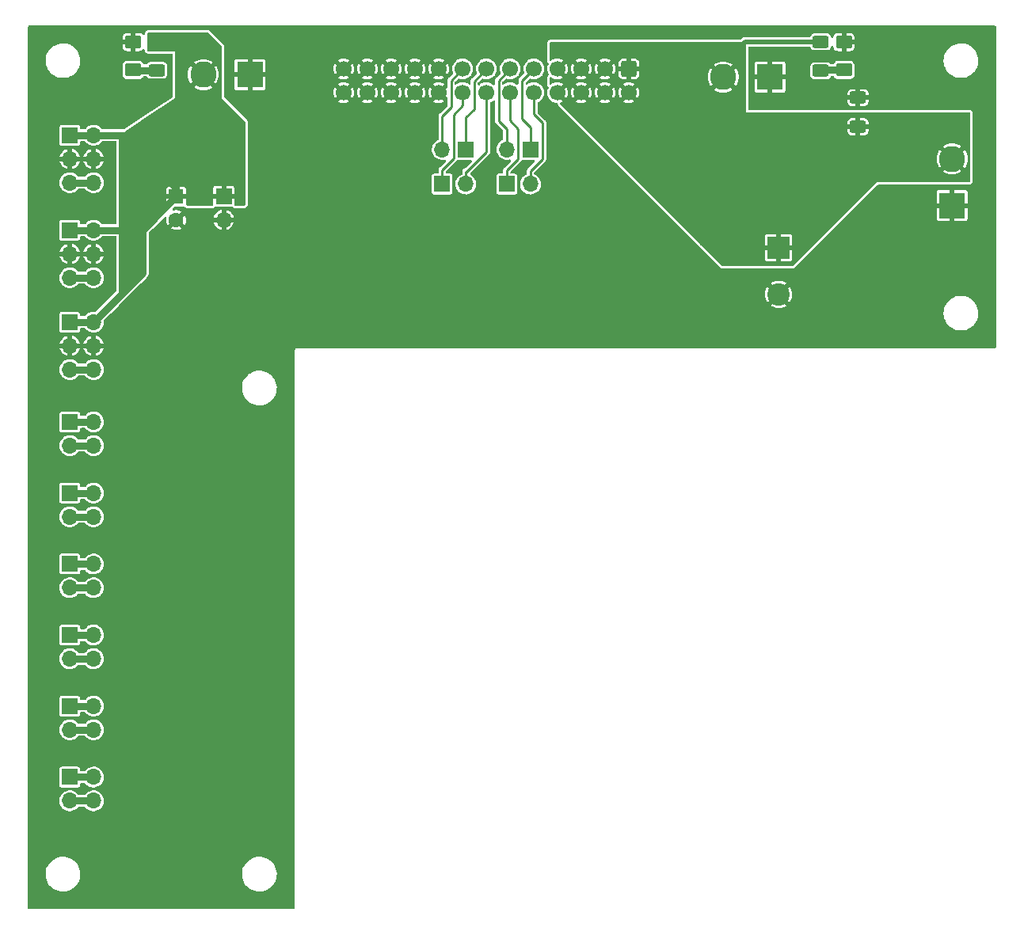
<source format=gbr>
%TF.GenerationSoftware,KiCad,Pcbnew,(6.0.0-0)*%
%TF.CreationDate,2023-01-16T13:09:04-05:00*%
%TF.ProjectId,Clank_controller,436c616e-6b5f-4636-9f6e-74726f6c6c65,rev?*%
%TF.SameCoordinates,Original*%
%TF.FileFunction,Copper,L1,Top*%
%TF.FilePolarity,Positive*%
%FSLAX46Y46*%
G04 Gerber Fmt 4.6, Leading zero omitted, Abs format (unit mm)*
G04 Created by KiCad (PCBNEW (6.0.0-0)) date 2023-01-16 13:09:04*
%MOMM*%
%LPD*%
G01*
G04 APERTURE LIST*
G04 Aperture macros list*
%AMRoundRect*
0 Rectangle with rounded corners*
0 $1 Rounding radius*
0 $2 $3 $4 $5 $6 $7 $8 $9 X,Y pos of 4 corners*
0 Add a 4 corners polygon primitive as box body*
4,1,4,$2,$3,$4,$5,$6,$7,$8,$9,$2,$3,0*
0 Add four circle primitives for the rounded corners*
1,1,$1+$1,$2,$3*
1,1,$1+$1,$4,$5*
1,1,$1+$1,$6,$7*
1,1,$1+$1,$8,$9*
0 Add four rect primitives between the rounded corners*
20,1,$1+$1,$2,$3,$4,$5,0*
20,1,$1+$1,$4,$5,$6,$7,0*
20,1,$1+$1,$6,$7,$8,$9,0*
20,1,$1+$1,$8,$9,$2,$3,0*%
G04 Aperture macros list end*
%TA.AperFunction,ComponentPad*%
%ADD10R,1.700000X1.700000*%
%TD*%
%TA.AperFunction,ComponentPad*%
%ADD11O,1.700000X1.700000*%
%TD*%
%TA.AperFunction,ComponentPad*%
%ADD12RoundRect,0.250000X-0.600000X0.600000X-0.600000X-0.600000X0.600000X-0.600000X0.600000X0.600000X0*%
%TD*%
%TA.AperFunction,ComponentPad*%
%ADD13C,1.700000*%
%TD*%
%TA.AperFunction,SMDPad,CuDef*%
%ADD14RoundRect,0.250001X-0.624999X0.462499X-0.624999X-0.462499X0.624999X-0.462499X0.624999X0.462499X0*%
%TD*%
%TA.AperFunction,SMDPad,CuDef*%
%ADD15RoundRect,0.250000X-0.625000X0.400000X-0.625000X-0.400000X0.625000X-0.400000X0.625000X0.400000X0*%
%TD*%
%TA.AperFunction,ComponentPad*%
%ADD16R,2.800000X2.800000*%
%TD*%
%TA.AperFunction,ComponentPad*%
%ADD17C,2.800000*%
%TD*%
%TA.AperFunction,ComponentPad*%
%ADD18R,1.600000X1.600000*%
%TD*%
%TA.AperFunction,ComponentPad*%
%ADD19C,1.600000*%
%TD*%
%TA.AperFunction,ComponentPad*%
%ADD20R,2.400000X2.400000*%
%TD*%
%TA.AperFunction,ComponentPad*%
%ADD21C,2.400000*%
%TD*%
%TA.AperFunction,ViaPad*%
%ADD22C,0.762000*%
%TD*%
%TA.AperFunction,Conductor*%
%ADD23C,0.762000*%
%TD*%
%TA.AperFunction,Conductor*%
%ADD24C,0.508000*%
%TD*%
%TA.AperFunction,Conductor*%
%ADD25C,0.254000*%
%TD*%
G04 APERTURE END LIST*
D10*
%TO.P,J3,1,Pin_1*%
%TO.N,Net-(J3-Pad1)*%
X100555000Y-115078750D03*
D11*
%TO.P,J3,2,Pin_2*%
X103095000Y-115078750D03*
%TO.P,J3,3,Pin_3*%
%TO.N,Net-(J3-Pad3)*%
X100555000Y-117618750D03*
%TO.P,J3,4,Pin_4*%
X103095000Y-117618750D03*
%TD*%
D10*
%TO.P,J17,1,Pin_1*%
%TO.N,Net-(J16-Pad12)*%
X147265000Y-74450000D03*
D11*
%TO.P,J17,2,Pin_2*%
%TO.N,Net-(J16-Pad10)*%
X149805000Y-74450000D03*
%TD*%
D12*
%TO.P,J16,1,Pin_1*%
%TO.N,+24V*%
X160330000Y-62140000D03*
D13*
%TO.P,J16,2,Pin_2*%
X160330000Y-64680000D03*
%TO.P,J16,3,Pin_3*%
X157790000Y-62140000D03*
%TO.P,J16,4,Pin_4*%
X157790000Y-64680000D03*
%TO.P,J16,5,Pin_5*%
X155250000Y-62140000D03*
%TO.P,J16,6,Pin_6*%
X155250000Y-64680000D03*
%TO.P,J16,7,Pin_7*%
X152710000Y-62140000D03*
%TO.P,J16,8,Pin_8*%
X152710000Y-64680000D03*
%TO.P,J16,9,Pin_9*%
%TO.N,Net-(J14-Pad1)*%
X150170000Y-62140000D03*
%TO.P,J16,10,Pin_10*%
%TO.N,Net-(J16-Pad10)*%
X150170000Y-64680000D03*
%TO.P,J16,11,Pin_11*%
%TO.N,Net-(J14-Pad2)*%
X147630000Y-62140000D03*
%TO.P,J16,12,Pin_12*%
%TO.N,Net-(J16-Pad12)*%
X147630000Y-64680000D03*
%TO.P,J16,13,Pin_13*%
%TO.N,/IO_1*%
X145090000Y-62140000D03*
%TO.P,J16,14,Pin_14*%
%TO.N,/IO_3*%
X145090000Y-64680000D03*
%TO.P,J16,15,Pin_15*%
%TO.N,/IO_2*%
X142550000Y-62140000D03*
%TO.P,J16,16,Pin_16*%
%TO.N,/IO_4*%
X142550000Y-64680000D03*
%TO.P,J16,17,Pin_17*%
%TO.N,GND*%
X140010000Y-62140000D03*
%TO.P,J16,18,Pin_18*%
X140010000Y-64680000D03*
%TO.P,J16,19,Pin_19*%
X137470000Y-62140000D03*
%TO.P,J16,20,Pin_20*%
X137470000Y-64680000D03*
%TO.P,J16,21,Pin_21*%
X134930000Y-62140000D03*
%TO.P,J16,22,Pin_22*%
X134930000Y-64680000D03*
%TO.P,J16,23,Pin_23*%
X132390000Y-62140000D03*
%TO.P,J16,24,Pin_24*%
X132390000Y-64680000D03*
%TO.P,J16,25,Pin_25*%
X129850000Y-62140000D03*
%TO.P,J16,26,Pin_26*%
X129850000Y-64680000D03*
%TD*%
D14*
%TO.P,D2,1,K*%
%TO.N,GND*%
X183330000Y-59262500D03*
%TO.P,D2,2,A*%
%TO.N,Net-(D2-Pad2)*%
X183330000Y-62237500D03*
%TD*%
D10*
%TO.P,J15,1,Pin_1*%
%TO.N,/IO_1*%
X142915000Y-70750000D03*
D11*
%TO.P,J15,2,Pin_2*%
%TO.N,/IO_2*%
X140375000Y-70750000D03*
%TD*%
D15*
%TO.P,R2,1*%
%TO.N,+24V*%
X180830000Y-59222500D03*
%TO.P,R2,2*%
%TO.N,Net-(D2-Pad2)*%
X180830000Y-62322500D03*
%TD*%
D10*
%TO.P,J7,1,Pin_1*%
%TO.N,+5V*%
X100555000Y-89210000D03*
D11*
%TO.P,J7,2,Pin_2*%
X103095000Y-89210000D03*
%TO.P,J7,3,Pin_3*%
%TO.N,GND*%
X100555000Y-91750000D03*
%TO.P,J7,4,Pin_4*%
X103095000Y-91750000D03*
%TO.P,J7,5,Pin_5*%
%TO.N,/SIG1*%
X100555000Y-94290000D03*
%TO.P,J7,6,Pin_6*%
X103095000Y-94290000D03*
%TD*%
D10*
%TO.P,J18,1,Pin_1*%
%TO.N,/IO_4*%
X140365000Y-74450000D03*
D11*
%TO.P,J18,2,Pin_2*%
%TO.N,/IO_3*%
X142905000Y-74450000D03*
%TD*%
D10*
%TO.P,J6,1,Pin_1*%
%TO.N,Net-(J6-Pad1)*%
X100555000Y-137867500D03*
D11*
%TO.P,J6,2,Pin_2*%
X103095000Y-137867500D03*
%TO.P,J6,3,Pin_3*%
%TO.N,Net-(J6-Pad3)*%
X100555000Y-140407500D03*
%TO.P,J6,4,Pin_4*%
X103095000Y-140407500D03*
%TD*%
D10*
%TO.P,J4,1,Pin_1*%
%TO.N,Net-(J4-Pad1)*%
X100555000Y-122675000D03*
D11*
%TO.P,J4,2,Pin_2*%
X103095000Y-122675000D03*
%TO.P,J4,3,Pin_3*%
%TO.N,Net-(J4-Pad3)*%
X100555000Y-125215000D03*
%TO.P,J4,4,Pin_4*%
X103095000Y-125215000D03*
%TD*%
D10*
%TO.P,J14,1,Pin_1*%
%TO.N,Net-(J14-Pad1)*%
X149815000Y-70750000D03*
D11*
%TO.P,J14,2,Pin_2*%
%TO.N,Net-(J14-Pad2)*%
X147275000Y-70750000D03*
%TD*%
D14*
%TO.P,D1,1,K*%
%TO.N,GND*%
X107330000Y-59262500D03*
%TO.P,D1,2,A*%
%TO.N,Net-(D1-Pad2)*%
X107330000Y-62237500D03*
%TD*%
D10*
%TO.P,J9,1,Pin_1*%
%TO.N,+5V*%
X100555000Y-79378750D03*
D11*
%TO.P,J9,2,Pin_2*%
X103095000Y-79378750D03*
%TO.P,J9,3,Pin_3*%
%TO.N,GND*%
X100555000Y-81918750D03*
%TO.P,J9,4,Pin_4*%
X103095000Y-81918750D03*
%TO.P,J9,5,Pin_5*%
%TO.N,/SIG3*%
X100555000Y-84458750D03*
%TO.P,J9,6,Pin_6*%
X103095000Y-84458750D03*
%TD*%
D10*
%TO.P,J8,1,Pin_1*%
%TO.N,+5V*%
X100555000Y-69225000D03*
D11*
%TO.P,J8,2,Pin_2*%
X103095000Y-69225000D03*
%TO.P,J8,3,Pin_3*%
%TO.N,GND*%
X100555000Y-71765000D03*
%TO.P,J8,4,Pin_4*%
X103095000Y-71765000D03*
%TO.P,J8,5,Pin_5*%
%TO.N,/SIG2*%
X100555000Y-74305000D03*
%TO.P,J8,6,Pin_6*%
X103095000Y-74305000D03*
%TD*%
D10*
%TO.P,J2,1,Pin_1*%
%TO.N,Net-(J2-Pad1)*%
X100555000Y-107482500D03*
D11*
%TO.P,J2,2,Pin_2*%
X103095000Y-107482500D03*
%TO.P,J2,3,Pin_3*%
%TO.N,Net-(J2-Pad3)*%
X100555000Y-110022500D03*
%TO.P,J2,4,Pin_4*%
X103095000Y-110022500D03*
%TD*%
D16*
%TO.P,J10,1,Pin_1*%
%TO.N,GND*%
X119830000Y-62750000D03*
D17*
%TO.P,J10,2,Pin_2*%
%TO.N,+5V*%
X114830000Y-62750000D03*
%TD*%
D15*
%TO.P,R3,1*%
%TO.N,GND*%
X184810000Y-65210000D03*
%TO.P,R3,2*%
%TO.N,+24V*%
X184810000Y-68310000D03*
%TD*%
%TO.P,R1,1*%
%TO.N,+5V*%
X109850000Y-59177500D03*
%TO.P,R1,2*%
%TO.N,Net-(D1-Pad2)*%
X109850000Y-62277500D03*
%TD*%
D10*
%TO.P,J1,1,Pin_1*%
%TO.N,Net-(J1-Pad1)*%
X100555000Y-99886250D03*
D11*
%TO.P,J1,2,Pin_2*%
X103095000Y-99886250D03*
%TO.P,J1,3,Pin_3*%
%TO.N,Net-(J1-Pad3)*%
X100555000Y-102426250D03*
%TO.P,J1,4,Pin_4*%
X103095000Y-102426250D03*
%TD*%
D10*
%TO.P,J12,1,Pin_1*%
%TO.N,+5V*%
X117015000Y-75740000D03*
D11*
%TO.P,J12,2,Pin_2*%
%TO.N,GND*%
X117015000Y-78280000D03*
%TD*%
D16*
%TO.P,J11,1,Pin_1*%
%TO.N,GND*%
X175410000Y-63000000D03*
D17*
%TO.P,J11,2,Pin_2*%
%TO.N,+24V*%
X170410000Y-63000000D03*
%TD*%
D18*
%TO.P,C1,1*%
%TO.N,+5V*%
X111930000Y-75804888D03*
D19*
%TO.P,C1,2*%
%TO.N,GND*%
X111930000Y-78304888D03*
%TD*%
D16*
%TO.P,J13,1,Pin_1*%
%TO.N,GND*%
X194880000Y-76750000D03*
D17*
%TO.P,J13,2,Pin_2*%
%TO.N,+24V*%
X194880000Y-71750000D03*
%TD*%
D10*
%TO.P,J5,1,Pin_1*%
%TO.N,Net-(J5-Pad1)*%
X100555000Y-130271250D03*
D11*
%TO.P,J5,2,Pin_2*%
X103095000Y-130271250D03*
%TO.P,J5,3,Pin_3*%
%TO.N,Net-(J5-Pad3)*%
X100555000Y-132811250D03*
%TO.P,J5,4,Pin_4*%
X103095000Y-132811250D03*
%TD*%
D20*
%TO.P,C2,1*%
%TO.N,+24V*%
X176330000Y-81250000D03*
D21*
%TO.P,C2,2*%
%TO.N,GND*%
X176330000Y-86250000D03*
%TD*%
D22*
%TO.N,GND*%
X104830000Y-129750000D03*
X112330000Y-139750000D03*
X109830000Y-92250000D03*
X187330000Y-62250000D03*
X154830000Y-72250000D03*
X112330000Y-124750000D03*
X144830000Y-89750000D03*
X107330000Y-124750000D03*
X179830000Y-89750000D03*
X112330000Y-117250000D03*
X107330000Y-99750000D03*
X119830000Y-107250000D03*
X134830000Y-79750000D03*
X162330000Y-89750000D03*
X119830000Y-82250000D03*
X172330000Y-87250000D03*
X107330000Y-139750000D03*
X107330000Y-147250000D03*
X122330000Y-74750000D03*
X184830000Y-82250000D03*
X117330000Y-107250000D03*
X167330000Y-84750000D03*
X122330000Y-109750000D03*
X109830000Y-122250000D03*
X109830000Y-144750000D03*
X107330000Y-149750000D03*
X164830000Y-87250000D03*
X112330000Y-87250000D03*
X104830000Y-137250000D03*
X112330000Y-112250000D03*
X109830000Y-112250000D03*
X104830000Y-122250000D03*
X197330000Y-79750000D03*
X159830000Y-89750000D03*
X132330000Y-89750000D03*
X104830000Y-97250000D03*
X104830000Y-134750000D03*
X169830000Y-84750000D03*
X122330000Y-142250000D03*
X117330000Y-99750000D03*
X109830000Y-134750000D03*
X107330000Y-114750000D03*
X112330000Y-127250000D03*
X124830000Y-72250000D03*
X104830000Y-109750000D03*
X157330000Y-89750000D03*
X104830000Y-132250000D03*
X104830000Y-62250000D03*
X182330000Y-82250000D03*
X187330000Y-82250000D03*
X109830000Y-147250000D03*
X154830000Y-74750000D03*
X167330000Y-89750000D03*
X174830000Y-89750000D03*
X122330000Y-79750000D03*
X142330000Y-79750000D03*
X112330000Y-109750000D03*
X109830000Y-84750000D03*
X127330000Y-77250000D03*
X119830000Y-79750000D03*
X104830000Y-149750000D03*
X107330000Y-64750000D03*
X114830000Y-92250000D03*
X112330000Y-119750000D03*
X184830000Y-87250000D03*
X122330000Y-82250000D03*
X104830000Y-67250000D03*
X109830000Y-142250000D03*
X107330000Y-87250000D03*
X112330000Y-129750000D03*
X117330000Y-142250000D03*
X117330000Y-92250000D03*
X104830000Y-107250000D03*
X189830000Y-62250000D03*
X114830000Y-94750000D03*
X134830000Y-74750000D03*
X132330000Y-77250000D03*
X114830000Y-82250000D03*
X117330000Y-104750000D03*
X129830000Y-72250000D03*
X157330000Y-79750000D03*
X147330000Y-77250000D03*
X109830000Y-139750000D03*
X109830000Y-87250000D03*
X122330000Y-87250000D03*
X104830000Y-117250000D03*
X107330000Y-94750000D03*
X134830000Y-69750000D03*
X114830000Y-89750000D03*
X107330000Y-117250000D03*
X104830000Y-147250000D03*
X134830000Y-72250000D03*
X187330000Y-59750000D03*
X107330000Y-134750000D03*
X109830000Y-102250000D03*
X117330000Y-82250000D03*
X127330000Y-89750000D03*
X104830000Y-124750000D03*
X104830000Y-64750000D03*
X104830000Y-99750000D03*
X172330000Y-89750000D03*
X107330000Y-109750000D03*
X119830000Y-84750000D03*
X124830000Y-74750000D03*
X152330000Y-72250000D03*
X184830000Y-84750000D03*
X107330000Y-129750000D03*
X114830000Y-97250000D03*
X189830000Y-79750000D03*
X189830000Y-59750000D03*
X127330000Y-72250000D03*
X112330000Y-99750000D03*
X109830000Y-129750000D03*
X122330000Y-77250000D03*
X107330000Y-107250000D03*
X122330000Y-107250000D03*
X194830000Y-79750000D03*
X104830000Y-89750000D03*
X122330000Y-102250000D03*
X129830000Y-69750000D03*
X182330000Y-87250000D03*
X104830000Y-94750000D03*
X137330000Y-72250000D03*
X109830000Y-114750000D03*
X129830000Y-77250000D03*
X142330000Y-89750000D03*
X129830000Y-89750000D03*
X149830000Y-79750000D03*
X109830000Y-132250000D03*
X132330000Y-72250000D03*
X157330000Y-74750000D03*
X122330000Y-112250000D03*
X107330000Y-119750000D03*
X114830000Y-109750000D03*
X104830000Y-114750000D03*
X147330000Y-79750000D03*
X117330000Y-102250000D03*
X184830000Y-79750000D03*
X149830000Y-77250000D03*
X104830000Y-144750000D03*
X107330000Y-97250000D03*
X139830000Y-77250000D03*
X117330000Y-112250000D03*
X157330000Y-77250000D03*
X162330000Y-79750000D03*
X107330000Y-104750000D03*
X109830000Y-104750000D03*
X112330000Y-107250000D03*
X127330000Y-79750000D03*
X192330000Y-82250000D03*
X107330000Y-122250000D03*
X109830000Y-127250000D03*
X194830000Y-82250000D03*
X104830000Y-104750000D03*
X109830000Y-119750000D03*
X117330000Y-144750000D03*
X114830000Y-87250000D03*
X124830000Y-79750000D03*
X182330000Y-89750000D03*
X112330000Y-104750000D03*
X109830000Y-94750000D03*
X122330000Y-89750000D03*
X137330000Y-74750000D03*
X122330000Y-92250000D03*
X192330000Y-64750000D03*
X112330000Y-134750000D03*
X112330000Y-82250000D03*
X137330000Y-69750000D03*
X112330000Y-89750000D03*
X119830000Y-89750000D03*
X129830000Y-74750000D03*
X152330000Y-69750000D03*
X144830000Y-77250000D03*
X119830000Y-104750000D03*
X104830000Y-119750000D03*
X114830000Y-99750000D03*
X112330000Y-122250000D03*
X119830000Y-87250000D03*
X109830000Y-82250000D03*
X152330000Y-74750000D03*
X154830000Y-77250000D03*
X109830000Y-107250000D03*
X117330000Y-87250000D03*
X109830000Y-64750000D03*
X117330000Y-84750000D03*
X122330000Y-84750000D03*
X134830000Y-77250000D03*
X107330000Y-127250000D03*
X104830000Y-112250000D03*
X112330000Y-149750000D03*
X112330000Y-147250000D03*
X189830000Y-84750000D03*
X134830000Y-89750000D03*
X109830000Y-149750000D03*
X112330000Y-137250000D03*
X112330000Y-92250000D03*
X107330000Y-92250000D03*
X127330000Y-69750000D03*
X182330000Y-84750000D03*
X107330000Y-102250000D03*
X187330000Y-64750000D03*
X109830000Y-137250000D03*
X137330000Y-77250000D03*
X187330000Y-79750000D03*
X109830000Y-97250000D03*
X107330000Y-112250000D03*
X112330000Y-97250000D03*
X114830000Y-142250000D03*
X154830000Y-79750000D03*
X114830000Y-84750000D03*
X187330000Y-87250000D03*
X109830000Y-109750000D03*
X117330000Y-109750000D03*
X169830000Y-87250000D03*
X197330000Y-82250000D03*
X152330000Y-77250000D03*
X112330000Y-132250000D03*
X159830000Y-79750000D03*
X112330000Y-114750000D03*
X104830000Y-142250000D03*
X114830000Y-104750000D03*
X104830000Y-59750000D03*
X132330000Y-69750000D03*
X184830000Y-89750000D03*
X114830000Y-102250000D03*
X104830000Y-139750000D03*
X112330000Y-94750000D03*
X187330000Y-77250000D03*
X124830000Y-89750000D03*
X124830000Y-69750000D03*
X119830000Y-92250000D03*
X179830000Y-87250000D03*
X152330000Y-79750000D03*
X132330000Y-74750000D03*
X122330000Y-104750000D03*
X187330000Y-89750000D03*
X144830000Y-79750000D03*
X189830000Y-82250000D03*
X137330000Y-89750000D03*
X152330000Y-89750000D03*
X114830000Y-107250000D03*
X189830000Y-87250000D03*
X107330000Y-142250000D03*
X109830000Y-89750000D03*
X139830000Y-89750000D03*
X129830000Y-79750000D03*
X192330000Y-84750000D03*
X167330000Y-87250000D03*
X104830000Y-102250000D03*
X169830000Y-89750000D03*
X107330000Y-132250000D03*
X192330000Y-79750000D03*
X112330000Y-102250000D03*
X109830000Y-117250000D03*
X102330000Y-64750000D03*
X164830000Y-89750000D03*
X119830000Y-102250000D03*
X117330000Y-89750000D03*
X164830000Y-82250000D03*
X119830000Y-142250000D03*
X189830000Y-77250000D03*
X114830000Y-112250000D03*
X107330000Y-89750000D03*
X177330000Y-89750000D03*
X107330000Y-144750000D03*
X164830000Y-84750000D03*
X104830000Y-127250000D03*
X189830000Y-64750000D03*
X189830000Y-89750000D03*
X132330000Y-79750000D03*
X124830000Y-77250000D03*
X112330000Y-144750000D03*
X119830000Y-109750000D03*
X119830000Y-112250000D03*
X112330000Y-142250000D03*
X142330000Y-77250000D03*
X187330000Y-84750000D03*
X107330000Y-137250000D03*
X137330000Y-79750000D03*
X197330000Y-77250000D03*
X159830000Y-77250000D03*
X109830000Y-99750000D03*
X114830000Y-144750000D03*
X112330000Y-84750000D03*
X109830000Y-124750000D03*
X114830000Y-147250000D03*
X154830000Y-89750000D03*
X104830000Y-92250000D03*
X172330000Y-84750000D03*
X149830000Y-89750000D03*
X139830000Y-79750000D03*
X127330000Y-74750000D03*
X179830000Y-84750000D03*
X114830000Y-149750000D03*
X147330000Y-89750000D03*
%TO.N,+24V*%
X164830000Y-74750000D03*
X192330000Y-67250000D03*
X164830000Y-62250000D03*
X162330000Y-69750000D03*
X164830000Y-69750000D03*
X162330000Y-59750000D03*
X169830000Y-69750000D03*
X152330000Y-59750000D03*
X182330000Y-69750000D03*
X172330000Y-69750000D03*
X162330000Y-62250000D03*
X187330000Y-69750000D03*
X177330000Y-77250000D03*
X194830000Y-67250000D03*
X189830000Y-67250000D03*
X179830000Y-69750000D03*
X177330000Y-67250000D03*
X169830000Y-67250000D03*
X172330000Y-67250000D03*
X167330000Y-77250000D03*
X169830000Y-77250000D03*
X179830000Y-72250000D03*
X157330000Y-67250000D03*
X172330000Y-74750000D03*
X174830000Y-67250000D03*
X167330000Y-59750000D03*
X172330000Y-72250000D03*
X179830000Y-67250000D03*
X174830000Y-74750000D03*
X167330000Y-62250000D03*
X162330000Y-64750000D03*
X157330000Y-59750000D03*
X167330000Y-72250000D03*
X159830000Y-67250000D03*
X177330000Y-69750000D03*
X187330000Y-72250000D03*
X167330000Y-74750000D03*
X177330000Y-72250000D03*
X179830000Y-74750000D03*
X174830000Y-72250000D03*
X164830000Y-59750000D03*
X172330000Y-79750000D03*
X184830000Y-72250000D03*
X187330000Y-67250000D03*
X164830000Y-67250000D03*
X167330000Y-64750000D03*
X174830000Y-69750000D03*
X162330000Y-67250000D03*
X162330000Y-72250000D03*
X159830000Y-59750000D03*
X182330000Y-67250000D03*
X169830000Y-74750000D03*
X164830000Y-64750000D03*
X182330000Y-72250000D03*
X189830000Y-72250000D03*
X189830000Y-69750000D03*
X164830000Y-72250000D03*
X167330000Y-67250000D03*
X159830000Y-69750000D03*
X172330000Y-77250000D03*
X179830000Y-77250000D03*
X174830000Y-77250000D03*
X192330000Y-69750000D03*
X169830000Y-72250000D03*
X167330000Y-69750000D03*
X184830000Y-69750000D03*
X154830000Y-59750000D03*
X169830000Y-79750000D03*
X182330000Y-74750000D03*
X177330000Y-74750000D03*
%TD*%
D23*
%TO.N,+5V*%
X103095000Y-89210000D02*
X108356138Y-83948862D01*
X103095000Y-79378750D02*
X108356138Y-79378750D01*
X111930000Y-74850000D02*
X111930000Y-75804888D01*
X108356138Y-79378750D02*
X111930000Y-75804888D01*
X108356138Y-83948862D02*
X108356138Y-79378750D01*
X100555000Y-79378750D02*
X103095000Y-79378750D01*
X103095000Y-69225000D02*
X106305000Y-69225000D01*
X100555000Y-89210000D02*
X103095000Y-89210000D01*
X106305000Y-69225000D02*
X111930000Y-74850000D01*
X100555000Y-69225000D02*
X103095000Y-69225000D01*
%TO.N,Net-(D1-Pad2)*%
X109850000Y-62277500D02*
X107370000Y-62277500D01*
X107370000Y-62277500D02*
X107330000Y-62237500D01*
%TO.N,Net-(D2-Pad2)*%
X180915000Y-62237500D02*
X180830000Y-62322500D01*
X183330000Y-62237500D02*
X180915000Y-62237500D01*
%TO.N,Net-(J1-Pad1)*%
X100555000Y-99886250D02*
X103095000Y-99886250D01*
%TO.N,Net-(J2-Pad1)*%
X100555000Y-107482500D02*
X103095000Y-107482500D01*
%TO.N,Net-(J3-Pad1)*%
X100555000Y-115078750D02*
X103095000Y-115078750D01*
%TO.N,Net-(J4-Pad1)*%
X100555000Y-122675000D02*
X103095000Y-122675000D01*
%TO.N,Net-(J5-Pad1)*%
X100555000Y-130271250D02*
X103095000Y-130271250D01*
%TO.N,Net-(J6-Pad1)*%
X100555000Y-137867500D02*
X103095000Y-137867500D01*
%TO.N,/SIG2*%
X100555000Y-74305000D02*
X103095000Y-74305000D01*
%TO.N,/SIG1*%
X100555000Y-94290000D02*
X103095000Y-94290000D01*
%TO.N,/SIG3*%
X100555000Y-84458750D02*
X103095000Y-84458750D01*
D24*
%TO.N,+24V*%
X172777500Y-59222500D02*
X172100000Y-59900000D01*
X180830000Y-59222500D02*
X172777500Y-59222500D01*
D25*
%TO.N,Net-(J14-Pad1)*%
X148900000Y-67460000D02*
X148900000Y-63410000D01*
X148900000Y-63410000D02*
X150170000Y-62140000D01*
X149815000Y-70750000D02*
X149815000Y-68375000D01*
X149815000Y-68375000D02*
X148900000Y-67460000D01*
%TO.N,Net-(J14-Pad2)*%
X146399489Y-67689489D02*
X146399489Y-63370511D01*
X147275000Y-68565000D02*
X146399489Y-67689489D01*
X147275000Y-70750000D02*
X147275000Y-68565000D01*
X146399489Y-63370511D02*
X147630000Y-62140000D01*
%TO.N,/IO_1*%
X143780511Y-66439489D02*
X143780511Y-63449489D01*
X142915000Y-70750000D02*
X142915000Y-67305000D01*
X142915000Y-67305000D02*
X143780511Y-66439489D01*
X143780511Y-63449489D02*
X145090000Y-62140000D01*
%TO.N,/IO_2*%
X140375000Y-67175000D02*
X140375000Y-70750000D01*
X142550000Y-62140000D02*
X141319489Y-63370511D01*
X141319489Y-66230511D02*
X140375000Y-67175000D01*
X141319489Y-63370511D02*
X141319489Y-66230511D01*
%TO.N,/IO_4*%
X141605511Y-67014489D02*
X141605511Y-71704489D01*
X142550000Y-66070000D02*
X141605511Y-67014489D01*
X141605511Y-71704489D02*
X140365000Y-72945000D01*
X140365000Y-72945000D02*
X140365000Y-74450000D01*
X142550000Y-64680000D02*
X142550000Y-66070000D01*
%TO.N,/IO_3*%
X142905000Y-74450000D02*
X142905000Y-73125000D01*
X143001022Y-73125000D02*
X145090000Y-71036022D01*
X145090000Y-71036022D02*
X145090000Y-64680000D01*
X142905000Y-73125000D02*
X143001022Y-73125000D01*
%TO.N,Net-(J16-Pad10)*%
X150170000Y-66960000D02*
X150170000Y-64680000D01*
X151100000Y-67890000D02*
X150170000Y-66960000D01*
X151100000Y-71750000D02*
X151100000Y-67890000D01*
X149805000Y-74450000D02*
X149805000Y-73045000D01*
X149805000Y-73045000D02*
X151100000Y-71750000D01*
%TO.N,Net-(J16-Pad12)*%
X147265000Y-74450000D02*
X147265000Y-72995000D01*
X148505511Y-68535511D02*
X147630000Y-67660000D01*
X147630000Y-67660000D02*
X147630000Y-64680000D01*
X148505511Y-71754489D02*
X148505511Y-68535511D01*
X147265000Y-72995000D02*
X148505511Y-71754489D01*
D23*
%TO.N,Net-(J1-Pad3)*%
X100555000Y-102426250D02*
X103095000Y-102426250D01*
%TO.N,Net-(J2-Pad3)*%
X100555000Y-110022500D02*
X103095000Y-110022500D01*
%TO.N,Net-(J3-Pad3)*%
X100555000Y-117618750D02*
X103095000Y-117618750D01*
%TO.N,Net-(J4-Pad3)*%
X100555000Y-125215000D02*
X103095000Y-125215000D01*
%TO.N,Net-(J5-Pad3)*%
X100555000Y-132811250D02*
X103095000Y-132811250D01*
%TO.N,Net-(J6-Pad3)*%
X100555000Y-140407500D02*
X103095000Y-140407500D01*
%TD*%
%TA.AperFunction,Conductor*%
%TO.N,+5V*%
G36*
X113330000Y-60250000D02*
G01*
X108956000Y-60250000D01*
X108887879Y-60229998D01*
X108841386Y-60176342D01*
X108830000Y-60124000D01*
X108830000Y-58376000D01*
X108850002Y-58307879D01*
X108903658Y-58261386D01*
X108956000Y-58250000D01*
X113330000Y-58250000D01*
X113330000Y-60250000D01*
G37*
%TD.AperFunction*%
%TD*%
%TA.AperFunction,Conductor*%
%TO.N,GND*%
G36*
X199518121Y-57524002D02*
G01*
X199564614Y-57577658D01*
X199576000Y-57630000D01*
X199576000Y-91870000D01*
X199555998Y-91938121D01*
X199502342Y-91984614D01*
X199450000Y-91996000D01*
X124867425Y-91996000D01*
X124842847Y-91993579D01*
X124830000Y-91991024D01*
X124817828Y-91993445D01*
X124804983Y-91996000D01*
X124730894Y-92010737D01*
X124720577Y-92017631D01*
X124720576Y-92017631D01*
X124657192Y-92059983D01*
X124646876Y-92066876D01*
X124590737Y-92150894D01*
X124571024Y-92250000D01*
X124573445Y-92262170D01*
X124573579Y-92262844D01*
X124576000Y-92287425D01*
X124576000Y-151870000D01*
X124555998Y-151938121D01*
X124502342Y-151984614D01*
X124450000Y-151996000D01*
X96210000Y-151996000D01*
X96141879Y-151975998D01*
X96095386Y-151922342D01*
X96084000Y-151870000D01*
X96084000Y-148292186D01*
X97971018Y-148292186D01*
X97996579Y-148560100D01*
X98060547Y-148821518D01*
X98161583Y-149070963D01*
X98297569Y-149303210D01*
X98465658Y-149513395D01*
X98662327Y-149697113D01*
X98883457Y-149850516D01*
X99124416Y-149970391D01*
X99128750Y-149971812D01*
X99128753Y-149971813D01*
X99375823Y-150052807D01*
X99375829Y-150052808D01*
X99380156Y-150054227D01*
X99384647Y-150055007D01*
X99384648Y-150055007D01*
X99641538Y-150099611D01*
X99641546Y-150099612D01*
X99645319Y-150100267D01*
X99649156Y-150100458D01*
X99728777Y-150104422D01*
X99728785Y-150104422D01*
X99730348Y-150104500D01*
X99898374Y-150104500D01*
X99900642Y-150104335D01*
X99900654Y-150104335D01*
X100031457Y-150094844D01*
X100098425Y-150089985D01*
X100102880Y-150089001D01*
X100102883Y-150089001D01*
X100356770Y-150032947D01*
X100356772Y-150032946D01*
X100361226Y-150031963D01*
X100612900Y-149936613D01*
X100848172Y-149805931D01*
X100994842Y-149693996D01*
X101058491Y-149645421D01*
X101058495Y-149645417D01*
X101062116Y-149642654D01*
X101250249Y-149450203D01*
X101357242Y-149303210D01*
X101405942Y-149236304D01*
X101405947Y-149236297D01*
X101408630Y-149232610D01*
X101533941Y-148994433D01*
X101623557Y-148740662D01*
X101648688Y-148613156D01*
X101674720Y-148481083D01*
X101674721Y-148481077D01*
X101675601Y-148476611D01*
X101684782Y-148292186D01*
X118971018Y-148292186D01*
X118996579Y-148560100D01*
X119060547Y-148821518D01*
X119161583Y-149070963D01*
X119297569Y-149303210D01*
X119465658Y-149513395D01*
X119662327Y-149697113D01*
X119883457Y-149850516D01*
X120124416Y-149970391D01*
X120128750Y-149971812D01*
X120128753Y-149971813D01*
X120375823Y-150052807D01*
X120375829Y-150052808D01*
X120380156Y-150054227D01*
X120384647Y-150055007D01*
X120384648Y-150055007D01*
X120641538Y-150099611D01*
X120641546Y-150099612D01*
X120645319Y-150100267D01*
X120649156Y-150100458D01*
X120728777Y-150104422D01*
X120728785Y-150104422D01*
X120730348Y-150104500D01*
X120898374Y-150104500D01*
X120900642Y-150104335D01*
X120900654Y-150104335D01*
X121031457Y-150094844D01*
X121098425Y-150089985D01*
X121102880Y-150089001D01*
X121102883Y-150089001D01*
X121356770Y-150032947D01*
X121356772Y-150032946D01*
X121361226Y-150031963D01*
X121612900Y-149936613D01*
X121848172Y-149805931D01*
X121994842Y-149693996D01*
X122058491Y-149645421D01*
X122058495Y-149645417D01*
X122062116Y-149642654D01*
X122250249Y-149450203D01*
X122357242Y-149303210D01*
X122405942Y-149236304D01*
X122405947Y-149236297D01*
X122408630Y-149232610D01*
X122533941Y-148994433D01*
X122623557Y-148740662D01*
X122648688Y-148613156D01*
X122674720Y-148481083D01*
X122674721Y-148481077D01*
X122675601Y-148476611D01*
X122684782Y-148292186D01*
X122688755Y-148212383D01*
X122688755Y-148212377D01*
X122688982Y-148207814D01*
X122663421Y-147939900D01*
X122599453Y-147678482D01*
X122498417Y-147429037D01*
X122362431Y-147196790D01*
X122194342Y-146986605D01*
X121997673Y-146802887D01*
X121776543Y-146649484D01*
X121535584Y-146529609D01*
X121531250Y-146528188D01*
X121531247Y-146528187D01*
X121284177Y-146447193D01*
X121284171Y-146447192D01*
X121279844Y-146445773D01*
X121275352Y-146444993D01*
X121018462Y-146400389D01*
X121018454Y-146400388D01*
X121014681Y-146399733D01*
X121004718Y-146399237D01*
X120931223Y-146395578D01*
X120931215Y-146395578D01*
X120929652Y-146395500D01*
X120761626Y-146395500D01*
X120759358Y-146395665D01*
X120759346Y-146395665D01*
X120628543Y-146405156D01*
X120561575Y-146410015D01*
X120557120Y-146410999D01*
X120557117Y-146410999D01*
X120303230Y-146467053D01*
X120303228Y-146467054D01*
X120298774Y-146468037D01*
X120047100Y-146563387D01*
X119811828Y-146694069D01*
X119808196Y-146696841D01*
X119601509Y-146854579D01*
X119601505Y-146854583D01*
X119597884Y-146857346D01*
X119409751Y-147049797D01*
X119407066Y-147053486D01*
X119254058Y-147263696D01*
X119254053Y-147263703D01*
X119251370Y-147267390D01*
X119126059Y-147505567D01*
X119036443Y-147759338D01*
X119035560Y-147763820D01*
X119000855Y-147939900D01*
X118984399Y-148023389D01*
X118984172Y-148027942D01*
X118984172Y-148027945D01*
X118974991Y-148212383D01*
X118971018Y-148292186D01*
X101684782Y-148292186D01*
X101688755Y-148212383D01*
X101688755Y-148212377D01*
X101688982Y-148207814D01*
X101663421Y-147939900D01*
X101599453Y-147678482D01*
X101498417Y-147429037D01*
X101362431Y-147196790D01*
X101194342Y-146986605D01*
X100997673Y-146802887D01*
X100776543Y-146649484D01*
X100535584Y-146529609D01*
X100531250Y-146528188D01*
X100531247Y-146528187D01*
X100284177Y-146447193D01*
X100284171Y-146447192D01*
X100279844Y-146445773D01*
X100275352Y-146444993D01*
X100018462Y-146400389D01*
X100018454Y-146400388D01*
X100014681Y-146399733D01*
X100004718Y-146399237D01*
X99931223Y-146395578D01*
X99931215Y-146395578D01*
X99929652Y-146395500D01*
X99761626Y-146395500D01*
X99759358Y-146395665D01*
X99759346Y-146395665D01*
X99628543Y-146405156D01*
X99561575Y-146410015D01*
X99557120Y-146410999D01*
X99557117Y-146410999D01*
X99303230Y-146467053D01*
X99303228Y-146467054D01*
X99298774Y-146468037D01*
X99047100Y-146563387D01*
X98811828Y-146694069D01*
X98808196Y-146696841D01*
X98601509Y-146854579D01*
X98601505Y-146854583D01*
X98597884Y-146857346D01*
X98409751Y-147049797D01*
X98407066Y-147053486D01*
X98254058Y-147263696D01*
X98254053Y-147263703D01*
X98251370Y-147267390D01*
X98126059Y-147505567D01*
X98036443Y-147759338D01*
X98035560Y-147763820D01*
X98000855Y-147939900D01*
X97984399Y-148023389D01*
X97984172Y-148027942D01*
X97984172Y-148027945D01*
X97974991Y-148212383D01*
X97971018Y-148292186D01*
X96084000Y-148292186D01*
X96084000Y-140378464D01*
X99446148Y-140378464D01*
X99459424Y-140581022D01*
X99460845Y-140586618D01*
X99460846Y-140586623D01*
X99481119Y-140666445D01*
X99509392Y-140777769D01*
X99511809Y-140783012D01*
X99549010Y-140863708D01*
X99594377Y-140962116D01*
X99711533Y-141127889D01*
X99856938Y-141269535D01*
X100025720Y-141382312D01*
X100031023Y-141384590D01*
X100031026Y-141384592D01*
X100119707Y-141422692D01*
X100212228Y-141462442D01*
X100285244Y-141478964D01*
X100404579Y-141505967D01*
X100404584Y-141505968D01*
X100410216Y-141507242D01*
X100415987Y-141507469D01*
X100415989Y-141507469D01*
X100475756Y-141509817D01*
X100613053Y-141515212D01*
X100713499Y-141500648D01*
X100808231Y-141486913D01*
X100808236Y-141486912D01*
X100813945Y-141486084D01*
X100819409Y-141484229D01*
X100819414Y-141484228D01*
X101000693Y-141422692D01*
X101000698Y-141422690D01*
X101006165Y-141420834D01*
X101183276Y-141321647D01*
X101245934Y-141269535D01*
X101334913Y-141195531D01*
X101339345Y-141191845D01*
X101425355Y-141088430D01*
X101484293Y-141048847D01*
X101522229Y-141043000D01*
X102126297Y-141043000D01*
X102194418Y-141063002D01*
X102229194Y-141096280D01*
X102251533Y-141127889D01*
X102396938Y-141269535D01*
X102565720Y-141382312D01*
X102571023Y-141384590D01*
X102571026Y-141384592D01*
X102659707Y-141422692D01*
X102752228Y-141462442D01*
X102825244Y-141478964D01*
X102944579Y-141505967D01*
X102944584Y-141505968D01*
X102950216Y-141507242D01*
X102955987Y-141507469D01*
X102955989Y-141507469D01*
X103015756Y-141509817D01*
X103153053Y-141515212D01*
X103253499Y-141500648D01*
X103348231Y-141486913D01*
X103348236Y-141486912D01*
X103353945Y-141486084D01*
X103359409Y-141484229D01*
X103359414Y-141484228D01*
X103540693Y-141422692D01*
X103540698Y-141422690D01*
X103546165Y-141420834D01*
X103723276Y-141321647D01*
X103785934Y-141269535D01*
X103874913Y-141195531D01*
X103879345Y-141191845D01*
X103965355Y-141088430D01*
X104005453Y-141040218D01*
X104005455Y-141040215D01*
X104009147Y-141035776D01*
X104108334Y-140858665D01*
X104110190Y-140853198D01*
X104110192Y-140853193D01*
X104171728Y-140671914D01*
X104171729Y-140671909D01*
X104173584Y-140666445D01*
X104174412Y-140660736D01*
X104174413Y-140660731D01*
X104202179Y-140469227D01*
X104202712Y-140465553D01*
X104204232Y-140407500D01*
X104185658Y-140205359D01*
X104184090Y-140199799D01*
X104132125Y-140015546D01*
X104132124Y-140015544D01*
X104130557Y-140009987D01*
X104119978Y-139988533D01*
X104043331Y-139833109D01*
X104040776Y-139827928D01*
X103919320Y-139665279D01*
X103770258Y-139527487D01*
X103765375Y-139524406D01*
X103765371Y-139524403D01*
X103603464Y-139422248D01*
X103598581Y-139419167D01*
X103410039Y-139343946D01*
X103404379Y-139342820D01*
X103404375Y-139342819D01*
X103216613Y-139305471D01*
X103216610Y-139305471D01*
X103210946Y-139304344D01*
X103205171Y-139304268D01*
X103205167Y-139304268D01*
X103103793Y-139302941D01*
X103007971Y-139301687D01*
X103002274Y-139302666D01*
X103002273Y-139302666D01*
X102813607Y-139335085D01*
X102807910Y-139336064D01*
X102617463Y-139406324D01*
X102443010Y-139510112D01*
X102438670Y-139513918D01*
X102438666Y-139513921D01*
X102418723Y-139531411D01*
X102290392Y-139643955D01*
X102286817Y-139648490D01*
X102286816Y-139648491D01*
X102227285Y-139724006D01*
X102169404Y-139765119D01*
X102128335Y-139772000D01*
X101522178Y-139772000D01*
X101454057Y-139751998D01*
X101421221Y-139721390D01*
X101382779Y-139669911D01*
X101382777Y-139669909D01*
X101379320Y-139665279D01*
X101230258Y-139527487D01*
X101225375Y-139524406D01*
X101225371Y-139524403D01*
X101063464Y-139422248D01*
X101058581Y-139419167D01*
X100870039Y-139343946D01*
X100864379Y-139342820D01*
X100864375Y-139342819D01*
X100676613Y-139305471D01*
X100676610Y-139305471D01*
X100670946Y-139304344D01*
X100665171Y-139304268D01*
X100665167Y-139304268D01*
X100563793Y-139302941D01*
X100467971Y-139301687D01*
X100462274Y-139302666D01*
X100462273Y-139302666D01*
X100273607Y-139335085D01*
X100267910Y-139336064D01*
X100077463Y-139406324D01*
X99903010Y-139510112D01*
X99898670Y-139513918D01*
X99898666Y-139513921D01*
X99878723Y-139531411D01*
X99750392Y-139643955D01*
X99624720Y-139803369D01*
X99622031Y-139808480D01*
X99622029Y-139808483D01*
X99609073Y-139833109D01*
X99530203Y-139983015D01*
X99470007Y-140176878D01*
X99446148Y-140378464D01*
X96084000Y-140378464D01*
X96084000Y-136992433D01*
X99450500Y-136992433D01*
X99450501Y-138742566D01*
X99465266Y-138816801D01*
X99472161Y-138827120D01*
X99472162Y-138827122D01*
X99512516Y-138887515D01*
X99521516Y-138900984D01*
X99605699Y-138957234D01*
X99679933Y-138972000D01*
X100554858Y-138972000D01*
X101430066Y-138971999D01*
X101465818Y-138964888D01*
X101492126Y-138959656D01*
X101492128Y-138959655D01*
X101504301Y-138957234D01*
X101514621Y-138950339D01*
X101514622Y-138950338D01*
X101578168Y-138907877D01*
X101588484Y-138900984D01*
X101644734Y-138816801D01*
X101659500Y-138742567D01*
X101659500Y-138629000D01*
X101679502Y-138560879D01*
X101733158Y-138514386D01*
X101785500Y-138503000D01*
X102126297Y-138503000D01*
X102194418Y-138523002D01*
X102229194Y-138556280D01*
X102251533Y-138587889D01*
X102396938Y-138729535D01*
X102565720Y-138842312D01*
X102571023Y-138844590D01*
X102571026Y-138844592D01*
X102702283Y-138900984D01*
X102752228Y-138922442D01*
X102825244Y-138938964D01*
X102944579Y-138965967D01*
X102944584Y-138965968D01*
X102950216Y-138967242D01*
X102955987Y-138967469D01*
X102955989Y-138967469D01*
X103015756Y-138969817D01*
X103153053Y-138975212D01*
X103260348Y-138959655D01*
X103348231Y-138946913D01*
X103348236Y-138946912D01*
X103353945Y-138946084D01*
X103359409Y-138944229D01*
X103359414Y-138944228D01*
X103540693Y-138882692D01*
X103540698Y-138882690D01*
X103546165Y-138880834D01*
X103723276Y-138781647D01*
X103762969Y-138748635D01*
X103874913Y-138655531D01*
X103879345Y-138651845D01*
X103958826Y-138556280D01*
X104005453Y-138500218D01*
X104005455Y-138500215D01*
X104009147Y-138495776D01*
X104108334Y-138318665D01*
X104110190Y-138313198D01*
X104110192Y-138313193D01*
X104171728Y-138131914D01*
X104171729Y-138131909D01*
X104173584Y-138126445D01*
X104174412Y-138120736D01*
X104174413Y-138120731D01*
X104202179Y-137929227D01*
X104202712Y-137925553D01*
X104204232Y-137867500D01*
X104185658Y-137665359D01*
X104130557Y-137469987D01*
X104040776Y-137287928D01*
X103919320Y-137125279D01*
X103770258Y-136987487D01*
X103765375Y-136984406D01*
X103765371Y-136984403D01*
X103603464Y-136882248D01*
X103598581Y-136879167D01*
X103410039Y-136803946D01*
X103404379Y-136802820D01*
X103404375Y-136802819D01*
X103216613Y-136765471D01*
X103216610Y-136765471D01*
X103210946Y-136764344D01*
X103205171Y-136764268D01*
X103205167Y-136764268D01*
X103103793Y-136762941D01*
X103007971Y-136761687D01*
X103002274Y-136762666D01*
X103002273Y-136762666D01*
X102914397Y-136777766D01*
X102807910Y-136796064D01*
X102617463Y-136866324D01*
X102443010Y-136970112D01*
X102438670Y-136973918D01*
X102438666Y-136973921D01*
X102294733Y-137100148D01*
X102290392Y-137103955D01*
X102286817Y-137108490D01*
X102286816Y-137108491D01*
X102227285Y-137184006D01*
X102169404Y-137225119D01*
X102128335Y-137232000D01*
X101785499Y-137232000D01*
X101717378Y-137211998D01*
X101670885Y-137158342D01*
X101659499Y-137106000D01*
X101659499Y-136992434D01*
X101644734Y-136918199D01*
X101618654Y-136879167D01*
X101595377Y-136844332D01*
X101588484Y-136834016D01*
X101504301Y-136777766D01*
X101430067Y-136763000D01*
X100555142Y-136763000D01*
X99679934Y-136763001D01*
X99644182Y-136770112D01*
X99617874Y-136775344D01*
X99617872Y-136775345D01*
X99605699Y-136777766D01*
X99595379Y-136784661D01*
X99595378Y-136784662D01*
X99534985Y-136825016D01*
X99521516Y-136834016D01*
X99465266Y-136918199D01*
X99450500Y-136992433D01*
X96084000Y-136992433D01*
X96084000Y-132782214D01*
X99446148Y-132782214D01*
X99459424Y-132984772D01*
X99460845Y-132990368D01*
X99460846Y-132990373D01*
X99481119Y-133070195D01*
X99509392Y-133181519D01*
X99511809Y-133186762D01*
X99549010Y-133267458D01*
X99594377Y-133365866D01*
X99711533Y-133531639D01*
X99856938Y-133673285D01*
X100025720Y-133786062D01*
X100031023Y-133788340D01*
X100031026Y-133788342D01*
X100119707Y-133826442D01*
X100212228Y-133866192D01*
X100285244Y-133882714D01*
X100404579Y-133909717D01*
X100404584Y-133909718D01*
X100410216Y-133910992D01*
X100415987Y-133911219D01*
X100415989Y-133911219D01*
X100475756Y-133913567D01*
X100613053Y-133918962D01*
X100713499Y-133904398D01*
X100808231Y-133890663D01*
X100808236Y-133890662D01*
X100813945Y-133889834D01*
X100819409Y-133887979D01*
X100819414Y-133887978D01*
X101000693Y-133826442D01*
X101000698Y-133826440D01*
X101006165Y-133824584D01*
X101183276Y-133725397D01*
X101245934Y-133673285D01*
X101334913Y-133599281D01*
X101339345Y-133595595D01*
X101425355Y-133492180D01*
X101484293Y-133452597D01*
X101522229Y-133446750D01*
X102126297Y-133446750D01*
X102194418Y-133466752D01*
X102229194Y-133500030D01*
X102251533Y-133531639D01*
X102396938Y-133673285D01*
X102565720Y-133786062D01*
X102571023Y-133788340D01*
X102571026Y-133788342D01*
X102659707Y-133826442D01*
X102752228Y-133866192D01*
X102825244Y-133882714D01*
X102944579Y-133909717D01*
X102944584Y-133909718D01*
X102950216Y-133910992D01*
X102955987Y-133911219D01*
X102955989Y-133911219D01*
X103015756Y-133913567D01*
X103153053Y-133918962D01*
X103253499Y-133904398D01*
X103348231Y-133890663D01*
X103348236Y-133890662D01*
X103353945Y-133889834D01*
X103359409Y-133887979D01*
X103359414Y-133887978D01*
X103540693Y-133826442D01*
X103540698Y-133826440D01*
X103546165Y-133824584D01*
X103723276Y-133725397D01*
X103785934Y-133673285D01*
X103874913Y-133599281D01*
X103879345Y-133595595D01*
X103965355Y-133492180D01*
X104005453Y-133443968D01*
X104005455Y-133443965D01*
X104009147Y-133439526D01*
X104108334Y-133262415D01*
X104110190Y-133256948D01*
X104110192Y-133256943D01*
X104171728Y-133075664D01*
X104171729Y-133075659D01*
X104173584Y-133070195D01*
X104174412Y-133064486D01*
X104174413Y-133064481D01*
X104202179Y-132872977D01*
X104202712Y-132869303D01*
X104204232Y-132811250D01*
X104185658Y-132609109D01*
X104184090Y-132603549D01*
X104132125Y-132419296D01*
X104132124Y-132419294D01*
X104130557Y-132413737D01*
X104119978Y-132392283D01*
X104043331Y-132236859D01*
X104040776Y-132231678D01*
X103919320Y-132069029D01*
X103770258Y-131931237D01*
X103765375Y-131928156D01*
X103765371Y-131928153D01*
X103603464Y-131825998D01*
X103598581Y-131822917D01*
X103410039Y-131747696D01*
X103404379Y-131746570D01*
X103404375Y-131746569D01*
X103216613Y-131709221D01*
X103216610Y-131709221D01*
X103210946Y-131708094D01*
X103205171Y-131708018D01*
X103205167Y-131708018D01*
X103103793Y-131706691D01*
X103007971Y-131705437D01*
X103002274Y-131706416D01*
X103002273Y-131706416D01*
X102813607Y-131738835D01*
X102807910Y-131739814D01*
X102617463Y-131810074D01*
X102443010Y-131913862D01*
X102438670Y-131917668D01*
X102438666Y-131917671D01*
X102418723Y-131935161D01*
X102290392Y-132047705D01*
X102286817Y-132052240D01*
X102286816Y-132052241D01*
X102227285Y-132127756D01*
X102169404Y-132168869D01*
X102128335Y-132175750D01*
X101522178Y-132175750D01*
X101454057Y-132155748D01*
X101421221Y-132125140D01*
X101382779Y-132073661D01*
X101382777Y-132073659D01*
X101379320Y-132069029D01*
X101230258Y-131931237D01*
X101225375Y-131928156D01*
X101225371Y-131928153D01*
X101063464Y-131825998D01*
X101058581Y-131822917D01*
X100870039Y-131747696D01*
X100864379Y-131746570D01*
X100864375Y-131746569D01*
X100676613Y-131709221D01*
X100676610Y-131709221D01*
X100670946Y-131708094D01*
X100665171Y-131708018D01*
X100665167Y-131708018D01*
X100563793Y-131706691D01*
X100467971Y-131705437D01*
X100462274Y-131706416D01*
X100462273Y-131706416D01*
X100273607Y-131738835D01*
X100267910Y-131739814D01*
X100077463Y-131810074D01*
X99903010Y-131913862D01*
X99898670Y-131917668D01*
X99898666Y-131917671D01*
X99878723Y-131935161D01*
X99750392Y-132047705D01*
X99624720Y-132207119D01*
X99622031Y-132212230D01*
X99622029Y-132212233D01*
X99609073Y-132236859D01*
X99530203Y-132386765D01*
X99470007Y-132580628D01*
X99446148Y-132782214D01*
X96084000Y-132782214D01*
X96084000Y-129396183D01*
X99450500Y-129396183D01*
X99450501Y-131146316D01*
X99465266Y-131220551D01*
X99472161Y-131230870D01*
X99472162Y-131230872D01*
X99512516Y-131291265D01*
X99521516Y-131304734D01*
X99605699Y-131360984D01*
X99679933Y-131375750D01*
X100554858Y-131375750D01*
X101430066Y-131375749D01*
X101465818Y-131368638D01*
X101492126Y-131363406D01*
X101492128Y-131363405D01*
X101504301Y-131360984D01*
X101514621Y-131354089D01*
X101514622Y-131354088D01*
X101578168Y-131311627D01*
X101588484Y-131304734D01*
X101644734Y-131220551D01*
X101659500Y-131146317D01*
X101659500Y-131032750D01*
X101679502Y-130964629D01*
X101733158Y-130918136D01*
X101785500Y-130906750D01*
X102126297Y-130906750D01*
X102194418Y-130926752D01*
X102229194Y-130960030D01*
X102251533Y-130991639D01*
X102396938Y-131133285D01*
X102565720Y-131246062D01*
X102571023Y-131248340D01*
X102571026Y-131248342D01*
X102702283Y-131304734D01*
X102752228Y-131326192D01*
X102825244Y-131342714D01*
X102944579Y-131369717D01*
X102944584Y-131369718D01*
X102950216Y-131370992D01*
X102955987Y-131371219D01*
X102955989Y-131371219D01*
X103015756Y-131373567D01*
X103153053Y-131378962D01*
X103260348Y-131363405D01*
X103348231Y-131350663D01*
X103348236Y-131350662D01*
X103353945Y-131349834D01*
X103359409Y-131347979D01*
X103359414Y-131347978D01*
X103540693Y-131286442D01*
X103540698Y-131286440D01*
X103546165Y-131284584D01*
X103723276Y-131185397D01*
X103762969Y-131152385D01*
X103874913Y-131059281D01*
X103879345Y-131055595D01*
X103958826Y-130960030D01*
X104005453Y-130903968D01*
X104005455Y-130903965D01*
X104009147Y-130899526D01*
X104108334Y-130722415D01*
X104110190Y-130716948D01*
X104110192Y-130716943D01*
X104171728Y-130535664D01*
X104171729Y-130535659D01*
X104173584Y-130530195D01*
X104174412Y-130524486D01*
X104174413Y-130524481D01*
X104202179Y-130332977D01*
X104202712Y-130329303D01*
X104204232Y-130271250D01*
X104185658Y-130069109D01*
X104130557Y-129873737D01*
X104040776Y-129691678D01*
X103919320Y-129529029D01*
X103770258Y-129391237D01*
X103765375Y-129388156D01*
X103765371Y-129388153D01*
X103603464Y-129285998D01*
X103598581Y-129282917D01*
X103410039Y-129207696D01*
X103404379Y-129206570D01*
X103404375Y-129206569D01*
X103216613Y-129169221D01*
X103216610Y-129169221D01*
X103210946Y-129168094D01*
X103205171Y-129168018D01*
X103205167Y-129168018D01*
X103103793Y-129166691D01*
X103007971Y-129165437D01*
X103002274Y-129166416D01*
X103002273Y-129166416D01*
X102914397Y-129181516D01*
X102807910Y-129199814D01*
X102617463Y-129270074D01*
X102443010Y-129373862D01*
X102438670Y-129377668D01*
X102438666Y-129377671D01*
X102294733Y-129503898D01*
X102290392Y-129507705D01*
X102286817Y-129512240D01*
X102286816Y-129512241D01*
X102227285Y-129587756D01*
X102169404Y-129628869D01*
X102128335Y-129635750D01*
X101785499Y-129635750D01*
X101717378Y-129615748D01*
X101670885Y-129562092D01*
X101659499Y-129509750D01*
X101659499Y-129396184D01*
X101644734Y-129321949D01*
X101618654Y-129282917D01*
X101595377Y-129248082D01*
X101588484Y-129237766D01*
X101504301Y-129181516D01*
X101430067Y-129166750D01*
X100555142Y-129166750D01*
X99679934Y-129166751D01*
X99644182Y-129173862D01*
X99617874Y-129179094D01*
X99617872Y-129179095D01*
X99605699Y-129181516D01*
X99595379Y-129188411D01*
X99595378Y-129188412D01*
X99534985Y-129228766D01*
X99521516Y-129237766D01*
X99465266Y-129321949D01*
X99450500Y-129396183D01*
X96084000Y-129396183D01*
X96084000Y-125185964D01*
X99446148Y-125185964D01*
X99459424Y-125388522D01*
X99460845Y-125394118D01*
X99460846Y-125394123D01*
X99481119Y-125473945D01*
X99509392Y-125585269D01*
X99511809Y-125590512D01*
X99549010Y-125671208D01*
X99594377Y-125769616D01*
X99711533Y-125935389D01*
X99856938Y-126077035D01*
X100025720Y-126189812D01*
X100031023Y-126192090D01*
X100031026Y-126192092D01*
X100119707Y-126230192D01*
X100212228Y-126269942D01*
X100285244Y-126286464D01*
X100404579Y-126313467D01*
X100404584Y-126313468D01*
X100410216Y-126314742D01*
X100415987Y-126314969D01*
X100415989Y-126314969D01*
X100475756Y-126317317D01*
X100613053Y-126322712D01*
X100713499Y-126308148D01*
X100808231Y-126294413D01*
X100808236Y-126294412D01*
X100813945Y-126293584D01*
X100819409Y-126291729D01*
X100819414Y-126291728D01*
X101000693Y-126230192D01*
X101000698Y-126230190D01*
X101006165Y-126228334D01*
X101183276Y-126129147D01*
X101245934Y-126077035D01*
X101334913Y-126003031D01*
X101339345Y-125999345D01*
X101425355Y-125895930D01*
X101484293Y-125856347D01*
X101522229Y-125850500D01*
X102126297Y-125850500D01*
X102194418Y-125870502D01*
X102229194Y-125903780D01*
X102251533Y-125935389D01*
X102396938Y-126077035D01*
X102565720Y-126189812D01*
X102571023Y-126192090D01*
X102571026Y-126192092D01*
X102659707Y-126230192D01*
X102752228Y-126269942D01*
X102825244Y-126286464D01*
X102944579Y-126313467D01*
X102944584Y-126313468D01*
X102950216Y-126314742D01*
X102955987Y-126314969D01*
X102955989Y-126314969D01*
X103015756Y-126317317D01*
X103153053Y-126322712D01*
X103253499Y-126308148D01*
X103348231Y-126294413D01*
X103348236Y-126294412D01*
X103353945Y-126293584D01*
X103359409Y-126291729D01*
X103359414Y-126291728D01*
X103540693Y-126230192D01*
X103540698Y-126230190D01*
X103546165Y-126228334D01*
X103723276Y-126129147D01*
X103785934Y-126077035D01*
X103874913Y-126003031D01*
X103879345Y-125999345D01*
X103965355Y-125895930D01*
X104005453Y-125847718D01*
X104005455Y-125847715D01*
X104009147Y-125843276D01*
X104108334Y-125666165D01*
X104110190Y-125660698D01*
X104110192Y-125660693D01*
X104171728Y-125479414D01*
X104171729Y-125479409D01*
X104173584Y-125473945D01*
X104174412Y-125468236D01*
X104174413Y-125468231D01*
X104202179Y-125276727D01*
X104202712Y-125273053D01*
X104204232Y-125215000D01*
X104185658Y-125012859D01*
X104184090Y-125007299D01*
X104132125Y-124823046D01*
X104132124Y-124823044D01*
X104130557Y-124817487D01*
X104119978Y-124796033D01*
X104043331Y-124640609D01*
X104040776Y-124635428D01*
X103919320Y-124472779D01*
X103770258Y-124334987D01*
X103765375Y-124331906D01*
X103765371Y-124331903D01*
X103603464Y-124229748D01*
X103598581Y-124226667D01*
X103410039Y-124151446D01*
X103404379Y-124150320D01*
X103404375Y-124150319D01*
X103216613Y-124112971D01*
X103216610Y-124112971D01*
X103210946Y-124111844D01*
X103205171Y-124111768D01*
X103205167Y-124111768D01*
X103103793Y-124110441D01*
X103007971Y-124109187D01*
X103002274Y-124110166D01*
X103002273Y-124110166D01*
X102813607Y-124142585D01*
X102807910Y-124143564D01*
X102617463Y-124213824D01*
X102443010Y-124317612D01*
X102438670Y-124321418D01*
X102438666Y-124321421D01*
X102418723Y-124338911D01*
X102290392Y-124451455D01*
X102286817Y-124455990D01*
X102286816Y-124455991D01*
X102227285Y-124531506D01*
X102169404Y-124572619D01*
X102128335Y-124579500D01*
X101522178Y-124579500D01*
X101454057Y-124559498D01*
X101421221Y-124528890D01*
X101382779Y-124477411D01*
X101382777Y-124477409D01*
X101379320Y-124472779D01*
X101230258Y-124334987D01*
X101225375Y-124331906D01*
X101225371Y-124331903D01*
X101063464Y-124229748D01*
X101058581Y-124226667D01*
X100870039Y-124151446D01*
X100864379Y-124150320D01*
X100864375Y-124150319D01*
X100676613Y-124112971D01*
X100676610Y-124112971D01*
X100670946Y-124111844D01*
X100665171Y-124111768D01*
X100665167Y-124111768D01*
X100563793Y-124110441D01*
X100467971Y-124109187D01*
X100462274Y-124110166D01*
X100462273Y-124110166D01*
X100273607Y-124142585D01*
X100267910Y-124143564D01*
X100077463Y-124213824D01*
X99903010Y-124317612D01*
X99898670Y-124321418D01*
X99898666Y-124321421D01*
X99878723Y-124338911D01*
X99750392Y-124451455D01*
X99624720Y-124610869D01*
X99622031Y-124615980D01*
X99622029Y-124615983D01*
X99609073Y-124640609D01*
X99530203Y-124790515D01*
X99470007Y-124984378D01*
X99446148Y-125185964D01*
X96084000Y-125185964D01*
X96084000Y-121799933D01*
X99450500Y-121799933D01*
X99450501Y-123550066D01*
X99465266Y-123624301D01*
X99472161Y-123634620D01*
X99472162Y-123634622D01*
X99512516Y-123695015D01*
X99521516Y-123708484D01*
X99605699Y-123764734D01*
X99679933Y-123779500D01*
X100554858Y-123779500D01*
X101430066Y-123779499D01*
X101465818Y-123772388D01*
X101492126Y-123767156D01*
X101492128Y-123767155D01*
X101504301Y-123764734D01*
X101514621Y-123757839D01*
X101514622Y-123757838D01*
X101578168Y-123715377D01*
X101588484Y-123708484D01*
X101644734Y-123624301D01*
X101659500Y-123550067D01*
X101659500Y-123436500D01*
X101679502Y-123368379D01*
X101733158Y-123321886D01*
X101785500Y-123310500D01*
X102126297Y-123310500D01*
X102194418Y-123330502D01*
X102229194Y-123363780D01*
X102251533Y-123395389D01*
X102396938Y-123537035D01*
X102565720Y-123649812D01*
X102571023Y-123652090D01*
X102571026Y-123652092D01*
X102702283Y-123708484D01*
X102752228Y-123729942D01*
X102825244Y-123746464D01*
X102944579Y-123773467D01*
X102944584Y-123773468D01*
X102950216Y-123774742D01*
X102955987Y-123774969D01*
X102955989Y-123774969D01*
X103015756Y-123777317D01*
X103153053Y-123782712D01*
X103260348Y-123767155D01*
X103348231Y-123754413D01*
X103348236Y-123754412D01*
X103353945Y-123753584D01*
X103359409Y-123751729D01*
X103359414Y-123751728D01*
X103540693Y-123690192D01*
X103540698Y-123690190D01*
X103546165Y-123688334D01*
X103723276Y-123589147D01*
X103762969Y-123556135D01*
X103874913Y-123463031D01*
X103879345Y-123459345D01*
X103958826Y-123363780D01*
X104005453Y-123307718D01*
X104005455Y-123307715D01*
X104009147Y-123303276D01*
X104108334Y-123126165D01*
X104110190Y-123120698D01*
X104110192Y-123120693D01*
X104171728Y-122939414D01*
X104171729Y-122939409D01*
X104173584Y-122933945D01*
X104174412Y-122928236D01*
X104174413Y-122928231D01*
X104202179Y-122736727D01*
X104202712Y-122733053D01*
X104204232Y-122675000D01*
X104185658Y-122472859D01*
X104130557Y-122277487D01*
X104040776Y-122095428D01*
X103919320Y-121932779D01*
X103770258Y-121794987D01*
X103765375Y-121791906D01*
X103765371Y-121791903D01*
X103603464Y-121689748D01*
X103598581Y-121686667D01*
X103410039Y-121611446D01*
X103404379Y-121610320D01*
X103404375Y-121610319D01*
X103216613Y-121572971D01*
X103216610Y-121572971D01*
X103210946Y-121571844D01*
X103205171Y-121571768D01*
X103205167Y-121571768D01*
X103103793Y-121570441D01*
X103007971Y-121569187D01*
X103002274Y-121570166D01*
X103002273Y-121570166D01*
X102914397Y-121585266D01*
X102807910Y-121603564D01*
X102617463Y-121673824D01*
X102443010Y-121777612D01*
X102438670Y-121781418D01*
X102438666Y-121781421D01*
X102294733Y-121907648D01*
X102290392Y-121911455D01*
X102286817Y-121915990D01*
X102286816Y-121915991D01*
X102227285Y-121991506D01*
X102169404Y-122032619D01*
X102128335Y-122039500D01*
X101785499Y-122039500D01*
X101717378Y-122019498D01*
X101670885Y-121965842D01*
X101659499Y-121913500D01*
X101659499Y-121799934D01*
X101644734Y-121725699D01*
X101618654Y-121686667D01*
X101595377Y-121651832D01*
X101588484Y-121641516D01*
X101504301Y-121585266D01*
X101430067Y-121570500D01*
X100555142Y-121570500D01*
X99679934Y-121570501D01*
X99644182Y-121577612D01*
X99617874Y-121582844D01*
X99617872Y-121582845D01*
X99605699Y-121585266D01*
X99595379Y-121592161D01*
X99595378Y-121592162D01*
X99534985Y-121632516D01*
X99521516Y-121641516D01*
X99465266Y-121725699D01*
X99450500Y-121799933D01*
X96084000Y-121799933D01*
X96084000Y-117589714D01*
X99446148Y-117589714D01*
X99459424Y-117792272D01*
X99460845Y-117797868D01*
X99460846Y-117797873D01*
X99481119Y-117877695D01*
X99509392Y-117989019D01*
X99511809Y-117994262D01*
X99549010Y-118074958D01*
X99594377Y-118173366D01*
X99711533Y-118339139D01*
X99856938Y-118480785D01*
X100025720Y-118593562D01*
X100031023Y-118595840D01*
X100031026Y-118595842D01*
X100119707Y-118633942D01*
X100212228Y-118673692D01*
X100285244Y-118690214D01*
X100404579Y-118717217D01*
X100404584Y-118717218D01*
X100410216Y-118718492D01*
X100415987Y-118718719D01*
X100415989Y-118718719D01*
X100475756Y-118721067D01*
X100613053Y-118726462D01*
X100713499Y-118711898D01*
X100808231Y-118698163D01*
X100808236Y-118698162D01*
X100813945Y-118697334D01*
X100819409Y-118695479D01*
X100819414Y-118695478D01*
X101000693Y-118633942D01*
X101000698Y-118633940D01*
X101006165Y-118632084D01*
X101183276Y-118532897D01*
X101245934Y-118480785D01*
X101334913Y-118406781D01*
X101339345Y-118403095D01*
X101425355Y-118299680D01*
X101484293Y-118260097D01*
X101522229Y-118254250D01*
X102126297Y-118254250D01*
X102194418Y-118274252D01*
X102229194Y-118307530D01*
X102251533Y-118339139D01*
X102396938Y-118480785D01*
X102565720Y-118593562D01*
X102571023Y-118595840D01*
X102571026Y-118595842D01*
X102659707Y-118633942D01*
X102752228Y-118673692D01*
X102825244Y-118690214D01*
X102944579Y-118717217D01*
X102944584Y-118717218D01*
X102950216Y-118718492D01*
X102955987Y-118718719D01*
X102955989Y-118718719D01*
X103015756Y-118721067D01*
X103153053Y-118726462D01*
X103253499Y-118711898D01*
X103348231Y-118698163D01*
X103348236Y-118698162D01*
X103353945Y-118697334D01*
X103359409Y-118695479D01*
X103359414Y-118695478D01*
X103540693Y-118633942D01*
X103540698Y-118633940D01*
X103546165Y-118632084D01*
X103723276Y-118532897D01*
X103785934Y-118480785D01*
X103874913Y-118406781D01*
X103879345Y-118403095D01*
X103965355Y-118299680D01*
X104005453Y-118251468D01*
X104005455Y-118251465D01*
X104009147Y-118247026D01*
X104108334Y-118069915D01*
X104110190Y-118064448D01*
X104110192Y-118064443D01*
X104171728Y-117883164D01*
X104171729Y-117883159D01*
X104173584Y-117877695D01*
X104174412Y-117871986D01*
X104174413Y-117871981D01*
X104202179Y-117680477D01*
X104202712Y-117676803D01*
X104204232Y-117618750D01*
X104185658Y-117416609D01*
X104184090Y-117411049D01*
X104132125Y-117226796D01*
X104132124Y-117226794D01*
X104130557Y-117221237D01*
X104119978Y-117199783D01*
X104043331Y-117044359D01*
X104040776Y-117039178D01*
X103919320Y-116876529D01*
X103770258Y-116738737D01*
X103765375Y-116735656D01*
X103765371Y-116735653D01*
X103603464Y-116633498D01*
X103598581Y-116630417D01*
X103410039Y-116555196D01*
X103404379Y-116554070D01*
X103404375Y-116554069D01*
X103216613Y-116516721D01*
X103216610Y-116516721D01*
X103210946Y-116515594D01*
X103205171Y-116515518D01*
X103205167Y-116515518D01*
X103103793Y-116514191D01*
X103007971Y-116512937D01*
X103002274Y-116513916D01*
X103002273Y-116513916D01*
X102813607Y-116546335D01*
X102807910Y-116547314D01*
X102617463Y-116617574D01*
X102443010Y-116721362D01*
X102438670Y-116725168D01*
X102438666Y-116725171D01*
X102418723Y-116742661D01*
X102290392Y-116855205D01*
X102286817Y-116859740D01*
X102286816Y-116859741D01*
X102227285Y-116935256D01*
X102169404Y-116976369D01*
X102128335Y-116983250D01*
X101522178Y-116983250D01*
X101454057Y-116963248D01*
X101421221Y-116932640D01*
X101382779Y-116881161D01*
X101382777Y-116881159D01*
X101379320Y-116876529D01*
X101230258Y-116738737D01*
X101225375Y-116735656D01*
X101225371Y-116735653D01*
X101063464Y-116633498D01*
X101058581Y-116630417D01*
X100870039Y-116555196D01*
X100864379Y-116554070D01*
X100864375Y-116554069D01*
X100676613Y-116516721D01*
X100676610Y-116516721D01*
X100670946Y-116515594D01*
X100665171Y-116515518D01*
X100665167Y-116515518D01*
X100563793Y-116514191D01*
X100467971Y-116512937D01*
X100462274Y-116513916D01*
X100462273Y-116513916D01*
X100273607Y-116546335D01*
X100267910Y-116547314D01*
X100077463Y-116617574D01*
X99903010Y-116721362D01*
X99898670Y-116725168D01*
X99898666Y-116725171D01*
X99878723Y-116742661D01*
X99750392Y-116855205D01*
X99624720Y-117014619D01*
X99622031Y-117019730D01*
X99622029Y-117019733D01*
X99609073Y-117044359D01*
X99530203Y-117194265D01*
X99470007Y-117388128D01*
X99446148Y-117589714D01*
X96084000Y-117589714D01*
X96084000Y-114203683D01*
X99450500Y-114203683D01*
X99450501Y-115953816D01*
X99465266Y-116028051D01*
X99472161Y-116038370D01*
X99472162Y-116038372D01*
X99512516Y-116098765D01*
X99521516Y-116112234D01*
X99605699Y-116168484D01*
X99679933Y-116183250D01*
X100554858Y-116183250D01*
X101430066Y-116183249D01*
X101465818Y-116176138D01*
X101492126Y-116170906D01*
X101492128Y-116170905D01*
X101504301Y-116168484D01*
X101514621Y-116161589D01*
X101514622Y-116161588D01*
X101578168Y-116119127D01*
X101588484Y-116112234D01*
X101644734Y-116028051D01*
X101659500Y-115953817D01*
X101659500Y-115840250D01*
X101679502Y-115772129D01*
X101733158Y-115725636D01*
X101785500Y-115714250D01*
X102126297Y-115714250D01*
X102194418Y-115734252D01*
X102229194Y-115767530D01*
X102251533Y-115799139D01*
X102396938Y-115940785D01*
X102565720Y-116053562D01*
X102571023Y-116055840D01*
X102571026Y-116055842D01*
X102702283Y-116112234D01*
X102752228Y-116133692D01*
X102825244Y-116150214D01*
X102944579Y-116177217D01*
X102944584Y-116177218D01*
X102950216Y-116178492D01*
X102955987Y-116178719D01*
X102955989Y-116178719D01*
X103015756Y-116181067D01*
X103153053Y-116186462D01*
X103260348Y-116170905D01*
X103348231Y-116158163D01*
X103348236Y-116158162D01*
X103353945Y-116157334D01*
X103359409Y-116155479D01*
X103359414Y-116155478D01*
X103540693Y-116093942D01*
X103540698Y-116093940D01*
X103546165Y-116092084D01*
X103723276Y-115992897D01*
X103762969Y-115959885D01*
X103874913Y-115866781D01*
X103879345Y-115863095D01*
X103958826Y-115767530D01*
X104005453Y-115711468D01*
X104005455Y-115711465D01*
X104009147Y-115707026D01*
X104108334Y-115529915D01*
X104110190Y-115524448D01*
X104110192Y-115524443D01*
X104171728Y-115343164D01*
X104171729Y-115343159D01*
X104173584Y-115337695D01*
X104174412Y-115331986D01*
X104174413Y-115331981D01*
X104202179Y-115140477D01*
X104202712Y-115136803D01*
X104204232Y-115078750D01*
X104185658Y-114876609D01*
X104130557Y-114681237D01*
X104040776Y-114499178D01*
X103919320Y-114336529D01*
X103770258Y-114198737D01*
X103765375Y-114195656D01*
X103765371Y-114195653D01*
X103603464Y-114093498D01*
X103598581Y-114090417D01*
X103410039Y-114015196D01*
X103404379Y-114014070D01*
X103404375Y-114014069D01*
X103216613Y-113976721D01*
X103216610Y-113976721D01*
X103210946Y-113975594D01*
X103205171Y-113975518D01*
X103205167Y-113975518D01*
X103103793Y-113974191D01*
X103007971Y-113972937D01*
X103002274Y-113973916D01*
X103002273Y-113973916D01*
X102914397Y-113989016D01*
X102807910Y-114007314D01*
X102617463Y-114077574D01*
X102443010Y-114181362D01*
X102438670Y-114185168D01*
X102438666Y-114185171D01*
X102294733Y-114311398D01*
X102290392Y-114315205D01*
X102286817Y-114319740D01*
X102286816Y-114319741D01*
X102227285Y-114395256D01*
X102169404Y-114436369D01*
X102128335Y-114443250D01*
X101785499Y-114443250D01*
X101717378Y-114423248D01*
X101670885Y-114369592D01*
X101659499Y-114317250D01*
X101659499Y-114203684D01*
X101644734Y-114129449D01*
X101618654Y-114090417D01*
X101595377Y-114055582D01*
X101588484Y-114045266D01*
X101504301Y-113989016D01*
X101430067Y-113974250D01*
X100555142Y-113974250D01*
X99679934Y-113974251D01*
X99644182Y-113981362D01*
X99617874Y-113986594D01*
X99617872Y-113986595D01*
X99605699Y-113989016D01*
X99595379Y-113995911D01*
X99595378Y-113995912D01*
X99534985Y-114036266D01*
X99521516Y-114045266D01*
X99465266Y-114129449D01*
X99450500Y-114203683D01*
X96084000Y-114203683D01*
X96084000Y-109993464D01*
X99446148Y-109993464D01*
X99459424Y-110196022D01*
X99460845Y-110201618D01*
X99460846Y-110201623D01*
X99481119Y-110281445D01*
X99509392Y-110392769D01*
X99511809Y-110398012D01*
X99549010Y-110478708D01*
X99594377Y-110577116D01*
X99711533Y-110742889D01*
X99856938Y-110884535D01*
X100025720Y-110997312D01*
X100031023Y-110999590D01*
X100031026Y-110999592D01*
X100119707Y-111037692D01*
X100212228Y-111077442D01*
X100285244Y-111093964D01*
X100404579Y-111120967D01*
X100404584Y-111120968D01*
X100410216Y-111122242D01*
X100415987Y-111122469D01*
X100415989Y-111122469D01*
X100475756Y-111124817D01*
X100613053Y-111130212D01*
X100713499Y-111115648D01*
X100808231Y-111101913D01*
X100808236Y-111101912D01*
X100813945Y-111101084D01*
X100819409Y-111099229D01*
X100819414Y-111099228D01*
X101000693Y-111037692D01*
X101000698Y-111037690D01*
X101006165Y-111035834D01*
X101183276Y-110936647D01*
X101245934Y-110884535D01*
X101334913Y-110810531D01*
X101339345Y-110806845D01*
X101425355Y-110703430D01*
X101484293Y-110663847D01*
X101522229Y-110658000D01*
X102126297Y-110658000D01*
X102194418Y-110678002D01*
X102229194Y-110711280D01*
X102251533Y-110742889D01*
X102396938Y-110884535D01*
X102565720Y-110997312D01*
X102571023Y-110999590D01*
X102571026Y-110999592D01*
X102659707Y-111037692D01*
X102752228Y-111077442D01*
X102825244Y-111093964D01*
X102944579Y-111120967D01*
X102944584Y-111120968D01*
X102950216Y-111122242D01*
X102955987Y-111122469D01*
X102955989Y-111122469D01*
X103015756Y-111124817D01*
X103153053Y-111130212D01*
X103253499Y-111115648D01*
X103348231Y-111101913D01*
X103348236Y-111101912D01*
X103353945Y-111101084D01*
X103359409Y-111099229D01*
X103359414Y-111099228D01*
X103540693Y-111037692D01*
X103540698Y-111037690D01*
X103546165Y-111035834D01*
X103723276Y-110936647D01*
X103785934Y-110884535D01*
X103874913Y-110810531D01*
X103879345Y-110806845D01*
X103965355Y-110703430D01*
X104005453Y-110655218D01*
X104005455Y-110655215D01*
X104009147Y-110650776D01*
X104108334Y-110473665D01*
X104110190Y-110468198D01*
X104110192Y-110468193D01*
X104171728Y-110286914D01*
X104171729Y-110286909D01*
X104173584Y-110281445D01*
X104174412Y-110275736D01*
X104174413Y-110275731D01*
X104202179Y-110084227D01*
X104202712Y-110080553D01*
X104204232Y-110022500D01*
X104185658Y-109820359D01*
X104184090Y-109814799D01*
X104132125Y-109630546D01*
X104132124Y-109630544D01*
X104130557Y-109624987D01*
X104119978Y-109603533D01*
X104043331Y-109448109D01*
X104040776Y-109442928D01*
X103919320Y-109280279D01*
X103770258Y-109142487D01*
X103765375Y-109139406D01*
X103765371Y-109139403D01*
X103603464Y-109037248D01*
X103598581Y-109034167D01*
X103410039Y-108958946D01*
X103404379Y-108957820D01*
X103404375Y-108957819D01*
X103216613Y-108920471D01*
X103216610Y-108920471D01*
X103210946Y-108919344D01*
X103205171Y-108919268D01*
X103205167Y-108919268D01*
X103103793Y-108917941D01*
X103007971Y-108916687D01*
X103002274Y-108917666D01*
X103002273Y-108917666D01*
X102813607Y-108950085D01*
X102807910Y-108951064D01*
X102617463Y-109021324D01*
X102443010Y-109125112D01*
X102438670Y-109128918D01*
X102438666Y-109128921D01*
X102418723Y-109146411D01*
X102290392Y-109258955D01*
X102286817Y-109263490D01*
X102286816Y-109263491D01*
X102227285Y-109339006D01*
X102169404Y-109380119D01*
X102128335Y-109387000D01*
X101522178Y-109387000D01*
X101454057Y-109366998D01*
X101421221Y-109336390D01*
X101382779Y-109284911D01*
X101382777Y-109284909D01*
X101379320Y-109280279D01*
X101230258Y-109142487D01*
X101225375Y-109139406D01*
X101225371Y-109139403D01*
X101063464Y-109037248D01*
X101058581Y-109034167D01*
X100870039Y-108958946D01*
X100864379Y-108957820D01*
X100864375Y-108957819D01*
X100676613Y-108920471D01*
X100676610Y-108920471D01*
X100670946Y-108919344D01*
X100665171Y-108919268D01*
X100665167Y-108919268D01*
X100563793Y-108917941D01*
X100467971Y-108916687D01*
X100462274Y-108917666D01*
X100462273Y-108917666D01*
X100273607Y-108950085D01*
X100267910Y-108951064D01*
X100077463Y-109021324D01*
X99903010Y-109125112D01*
X99898670Y-109128918D01*
X99898666Y-109128921D01*
X99878723Y-109146411D01*
X99750392Y-109258955D01*
X99624720Y-109418369D01*
X99622031Y-109423480D01*
X99622029Y-109423483D01*
X99609073Y-109448109D01*
X99530203Y-109598015D01*
X99470007Y-109791878D01*
X99446148Y-109993464D01*
X96084000Y-109993464D01*
X96084000Y-106607433D01*
X99450500Y-106607433D01*
X99450501Y-108357566D01*
X99465266Y-108431801D01*
X99472161Y-108442120D01*
X99472162Y-108442122D01*
X99512516Y-108502515D01*
X99521516Y-108515984D01*
X99605699Y-108572234D01*
X99679933Y-108587000D01*
X100554858Y-108587000D01*
X101430066Y-108586999D01*
X101465818Y-108579888D01*
X101492126Y-108574656D01*
X101492128Y-108574655D01*
X101504301Y-108572234D01*
X101514621Y-108565339D01*
X101514622Y-108565338D01*
X101578168Y-108522877D01*
X101588484Y-108515984D01*
X101644734Y-108431801D01*
X101659500Y-108357567D01*
X101659500Y-108244000D01*
X101679502Y-108175879D01*
X101733158Y-108129386D01*
X101785500Y-108118000D01*
X102126297Y-108118000D01*
X102194418Y-108138002D01*
X102229194Y-108171280D01*
X102251533Y-108202889D01*
X102396938Y-108344535D01*
X102565720Y-108457312D01*
X102571023Y-108459590D01*
X102571026Y-108459592D01*
X102702283Y-108515984D01*
X102752228Y-108537442D01*
X102825244Y-108553964D01*
X102944579Y-108580967D01*
X102944584Y-108580968D01*
X102950216Y-108582242D01*
X102955987Y-108582469D01*
X102955989Y-108582469D01*
X103015756Y-108584817D01*
X103153053Y-108590212D01*
X103260348Y-108574655D01*
X103348231Y-108561913D01*
X103348236Y-108561912D01*
X103353945Y-108561084D01*
X103359409Y-108559229D01*
X103359414Y-108559228D01*
X103540693Y-108497692D01*
X103540698Y-108497690D01*
X103546165Y-108495834D01*
X103723276Y-108396647D01*
X103762969Y-108363635D01*
X103874913Y-108270531D01*
X103879345Y-108266845D01*
X103958826Y-108171280D01*
X104005453Y-108115218D01*
X104005455Y-108115215D01*
X104009147Y-108110776D01*
X104108334Y-107933665D01*
X104110190Y-107928198D01*
X104110192Y-107928193D01*
X104171728Y-107746914D01*
X104171729Y-107746909D01*
X104173584Y-107741445D01*
X104174412Y-107735736D01*
X104174413Y-107735731D01*
X104202179Y-107544227D01*
X104202712Y-107540553D01*
X104204232Y-107482500D01*
X104185658Y-107280359D01*
X104130557Y-107084987D01*
X104040776Y-106902928D01*
X103919320Y-106740279D01*
X103770258Y-106602487D01*
X103765375Y-106599406D01*
X103765371Y-106599403D01*
X103603464Y-106497248D01*
X103598581Y-106494167D01*
X103410039Y-106418946D01*
X103404379Y-106417820D01*
X103404375Y-106417819D01*
X103216613Y-106380471D01*
X103216610Y-106380471D01*
X103210946Y-106379344D01*
X103205171Y-106379268D01*
X103205167Y-106379268D01*
X103103793Y-106377941D01*
X103007971Y-106376687D01*
X103002274Y-106377666D01*
X103002273Y-106377666D01*
X102914397Y-106392766D01*
X102807910Y-106411064D01*
X102617463Y-106481324D01*
X102443010Y-106585112D01*
X102438670Y-106588918D01*
X102438666Y-106588921D01*
X102294733Y-106715148D01*
X102290392Y-106718955D01*
X102286817Y-106723490D01*
X102286816Y-106723491D01*
X102227285Y-106799006D01*
X102169404Y-106840119D01*
X102128335Y-106847000D01*
X101785499Y-106847000D01*
X101717378Y-106826998D01*
X101670885Y-106773342D01*
X101659499Y-106721000D01*
X101659499Y-106607434D01*
X101644734Y-106533199D01*
X101618654Y-106494167D01*
X101595377Y-106459332D01*
X101588484Y-106449016D01*
X101504301Y-106392766D01*
X101430067Y-106378000D01*
X100555142Y-106378000D01*
X99679934Y-106378001D01*
X99644182Y-106385112D01*
X99617874Y-106390344D01*
X99617872Y-106390345D01*
X99605699Y-106392766D01*
X99595379Y-106399661D01*
X99595378Y-106399662D01*
X99534985Y-106440016D01*
X99521516Y-106449016D01*
X99465266Y-106533199D01*
X99450500Y-106607433D01*
X96084000Y-106607433D01*
X96084000Y-102397214D01*
X99446148Y-102397214D01*
X99459424Y-102599772D01*
X99460845Y-102605368D01*
X99460846Y-102605373D01*
X99481119Y-102685195D01*
X99509392Y-102796519D01*
X99511809Y-102801762D01*
X99549010Y-102882458D01*
X99594377Y-102980866D01*
X99711533Y-103146639D01*
X99856938Y-103288285D01*
X100025720Y-103401062D01*
X100031023Y-103403340D01*
X100031026Y-103403342D01*
X100119707Y-103441442D01*
X100212228Y-103481192D01*
X100285244Y-103497714D01*
X100404579Y-103524717D01*
X100404584Y-103524718D01*
X100410216Y-103525992D01*
X100415987Y-103526219D01*
X100415989Y-103526219D01*
X100475756Y-103528567D01*
X100613053Y-103533962D01*
X100713499Y-103519398D01*
X100808231Y-103505663D01*
X100808236Y-103505662D01*
X100813945Y-103504834D01*
X100819409Y-103502979D01*
X100819414Y-103502978D01*
X101000693Y-103441442D01*
X101000698Y-103441440D01*
X101006165Y-103439584D01*
X101183276Y-103340397D01*
X101245934Y-103288285D01*
X101334913Y-103214281D01*
X101339345Y-103210595D01*
X101425355Y-103107180D01*
X101484293Y-103067597D01*
X101522229Y-103061750D01*
X102126297Y-103061750D01*
X102194418Y-103081752D01*
X102229194Y-103115030D01*
X102251533Y-103146639D01*
X102396938Y-103288285D01*
X102565720Y-103401062D01*
X102571023Y-103403340D01*
X102571026Y-103403342D01*
X102659707Y-103441442D01*
X102752228Y-103481192D01*
X102825244Y-103497714D01*
X102944579Y-103524717D01*
X102944584Y-103524718D01*
X102950216Y-103525992D01*
X102955987Y-103526219D01*
X102955989Y-103526219D01*
X103015756Y-103528567D01*
X103153053Y-103533962D01*
X103253499Y-103519398D01*
X103348231Y-103505663D01*
X103348236Y-103505662D01*
X103353945Y-103504834D01*
X103359409Y-103502979D01*
X103359414Y-103502978D01*
X103540693Y-103441442D01*
X103540698Y-103441440D01*
X103546165Y-103439584D01*
X103723276Y-103340397D01*
X103785934Y-103288285D01*
X103874913Y-103214281D01*
X103879345Y-103210595D01*
X103965355Y-103107180D01*
X104005453Y-103058968D01*
X104005455Y-103058965D01*
X104009147Y-103054526D01*
X104108334Y-102877415D01*
X104110190Y-102871948D01*
X104110192Y-102871943D01*
X104171728Y-102690664D01*
X104171729Y-102690659D01*
X104173584Y-102685195D01*
X104174412Y-102679486D01*
X104174413Y-102679481D01*
X104202179Y-102487977D01*
X104202712Y-102484303D01*
X104204232Y-102426250D01*
X104185658Y-102224109D01*
X104184090Y-102218549D01*
X104132125Y-102034296D01*
X104132124Y-102034294D01*
X104130557Y-102028737D01*
X104119978Y-102007283D01*
X104043331Y-101851859D01*
X104040776Y-101846678D01*
X103919320Y-101684029D01*
X103770258Y-101546237D01*
X103765375Y-101543156D01*
X103765371Y-101543153D01*
X103603464Y-101440998D01*
X103598581Y-101437917D01*
X103410039Y-101362696D01*
X103404379Y-101361570D01*
X103404375Y-101361569D01*
X103216613Y-101324221D01*
X103216610Y-101324221D01*
X103210946Y-101323094D01*
X103205171Y-101323018D01*
X103205167Y-101323018D01*
X103103793Y-101321691D01*
X103007971Y-101320437D01*
X103002274Y-101321416D01*
X103002273Y-101321416D01*
X102813607Y-101353835D01*
X102807910Y-101354814D01*
X102617463Y-101425074D01*
X102443010Y-101528862D01*
X102438670Y-101532668D01*
X102438666Y-101532671D01*
X102418723Y-101550161D01*
X102290392Y-101662705D01*
X102286817Y-101667240D01*
X102286816Y-101667241D01*
X102227285Y-101742756D01*
X102169404Y-101783869D01*
X102128335Y-101790750D01*
X101522178Y-101790750D01*
X101454057Y-101770748D01*
X101421221Y-101740140D01*
X101382779Y-101688661D01*
X101382777Y-101688659D01*
X101379320Y-101684029D01*
X101230258Y-101546237D01*
X101225375Y-101543156D01*
X101225371Y-101543153D01*
X101063464Y-101440998D01*
X101058581Y-101437917D01*
X100870039Y-101362696D01*
X100864379Y-101361570D01*
X100864375Y-101361569D01*
X100676613Y-101324221D01*
X100676610Y-101324221D01*
X100670946Y-101323094D01*
X100665171Y-101323018D01*
X100665167Y-101323018D01*
X100563793Y-101321691D01*
X100467971Y-101320437D01*
X100462274Y-101321416D01*
X100462273Y-101321416D01*
X100273607Y-101353835D01*
X100267910Y-101354814D01*
X100077463Y-101425074D01*
X99903010Y-101528862D01*
X99898670Y-101532668D01*
X99898666Y-101532671D01*
X99878723Y-101550161D01*
X99750392Y-101662705D01*
X99624720Y-101822119D01*
X99622031Y-101827230D01*
X99622029Y-101827233D01*
X99609073Y-101851859D01*
X99530203Y-102001765D01*
X99470007Y-102195628D01*
X99446148Y-102397214D01*
X96084000Y-102397214D01*
X96084000Y-99011183D01*
X99450500Y-99011183D01*
X99450501Y-100761316D01*
X99465266Y-100835551D01*
X99472161Y-100845870D01*
X99472162Y-100845872D01*
X99512516Y-100906265D01*
X99521516Y-100919734D01*
X99605699Y-100975984D01*
X99679933Y-100990750D01*
X100554858Y-100990750D01*
X101430066Y-100990749D01*
X101465818Y-100983638D01*
X101492126Y-100978406D01*
X101492128Y-100978405D01*
X101504301Y-100975984D01*
X101514621Y-100969089D01*
X101514622Y-100969088D01*
X101578168Y-100926627D01*
X101588484Y-100919734D01*
X101644734Y-100835551D01*
X101659500Y-100761317D01*
X101659500Y-100647750D01*
X101679502Y-100579629D01*
X101733158Y-100533136D01*
X101785500Y-100521750D01*
X102126297Y-100521750D01*
X102194418Y-100541752D01*
X102229194Y-100575030D01*
X102251533Y-100606639D01*
X102396938Y-100748285D01*
X102565720Y-100861062D01*
X102571023Y-100863340D01*
X102571026Y-100863342D01*
X102702283Y-100919734D01*
X102752228Y-100941192D01*
X102825244Y-100957714D01*
X102944579Y-100984717D01*
X102944584Y-100984718D01*
X102950216Y-100985992D01*
X102955987Y-100986219D01*
X102955989Y-100986219D01*
X103015756Y-100988567D01*
X103153053Y-100993962D01*
X103260348Y-100978405D01*
X103348231Y-100965663D01*
X103348236Y-100965662D01*
X103353945Y-100964834D01*
X103359409Y-100962979D01*
X103359414Y-100962978D01*
X103540693Y-100901442D01*
X103540698Y-100901440D01*
X103546165Y-100899584D01*
X103723276Y-100800397D01*
X103762969Y-100767385D01*
X103874913Y-100674281D01*
X103879345Y-100670595D01*
X103958826Y-100575030D01*
X104005453Y-100518968D01*
X104005455Y-100518965D01*
X104009147Y-100514526D01*
X104108334Y-100337415D01*
X104110190Y-100331948D01*
X104110192Y-100331943D01*
X104171728Y-100150664D01*
X104171729Y-100150659D01*
X104173584Y-100145195D01*
X104174412Y-100139486D01*
X104174413Y-100139481D01*
X104202179Y-99947977D01*
X104202712Y-99944303D01*
X104204232Y-99886250D01*
X104185658Y-99684109D01*
X104130557Y-99488737D01*
X104040776Y-99306678D01*
X103919320Y-99144029D01*
X103770258Y-99006237D01*
X103765375Y-99003156D01*
X103765371Y-99003153D01*
X103603464Y-98900998D01*
X103598581Y-98897917D01*
X103410039Y-98822696D01*
X103404379Y-98821570D01*
X103404375Y-98821569D01*
X103216613Y-98784221D01*
X103216610Y-98784221D01*
X103210946Y-98783094D01*
X103205171Y-98783018D01*
X103205167Y-98783018D01*
X103103793Y-98781691D01*
X103007971Y-98780437D01*
X103002274Y-98781416D01*
X103002273Y-98781416D01*
X102914397Y-98796516D01*
X102807910Y-98814814D01*
X102617463Y-98885074D01*
X102443010Y-98988862D01*
X102438670Y-98992668D01*
X102438666Y-98992671D01*
X102294733Y-99118898D01*
X102290392Y-99122705D01*
X102286817Y-99127240D01*
X102286816Y-99127241D01*
X102227285Y-99202756D01*
X102169404Y-99243869D01*
X102128335Y-99250750D01*
X101785499Y-99250750D01*
X101717378Y-99230748D01*
X101670885Y-99177092D01*
X101659499Y-99124750D01*
X101659499Y-99011184D01*
X101644734Y-98936949D01*
X101618654Y-98897917D01*
X101595377Y-98863082D01*
X101588484Y-98852766D01*
X101504301Y-98796516D01*
X101430067Y-98781750D01*
X100555142Y-98781750D01*
X99679934Y-98781751D01*
X99644182Y-98788862D01*
X99617874Y-98794094D01*
X99617872Y-98794095D01*
X99605699Y-98796516D01*
X99595379Y-98803411D01*
X99595378Y-98803412D01*
X99534985Y-98843766D01*
X99521516Y-98852766D01*
X99465266Y-98936949D01*
X99450500Y-99011183D01*
X96084000Y-99011183D01*
X96084000Y-96292186D01*
X118971018Y-96292186D01*
X118996579Y-96560100D01*
X119060547Y-96821518D01*
X119161583Y-97070963D01*
X119297569Y-97303210D01*
X119465658Y-97513395D01*
X119662327Y-97697113D01*
X119883457Y-97850516D01*
X120124416Y-97970391D01*
X120128750Y-97971812D01*
X120128753Y-97971813D01*
X120375823Y-98052807D01*
X120375829Y-98052808D01*
X120380156Y-98054227D01*
X120384647Y-98055007D01*
X120384648Y-98055007D01*
X120641538Y-98099611D01*
X120641546Y-98099612D01*
X120645319Y-98100267D01*
X120649156Y-98100458D01*
X120728777Y-98104422D01*
X120728785Y-98104422D01*
X120730348Y-98104500D01*
X120898374Y-98104500D01*
X120900642Y-98104335D01*
X120900654Y-98104335D01*
X121031457Y-98094844D01*
X121098425Y-98089985D01*
X121102880Y-98089001D01*
X121102883Y-98089001D01*
X121356770Y-98032947D01*
X121356772Y-98032946D01*
X121361226Y-98031963D01*
X121612900Y-97936613D01*
X121848172Y-97805931D01*
X121994842Y-97693996D01*
X122058491Y-97645421D01*
X122058495Y-97645417D01*
X122062116Y-97642654D01*
X122250249Y-97450203D01*
X122357242Y-97303210D01*
X122405942Y-97236304D01*
X122405947Y-97236297D01*
X122408630Y-97232610D01*
X122533941Y-96994433D01*
X122623557Y-96740662D01*
X122648688Y-96613156D01*
X122674720Y-96481083D01*
X122674721Y-96481077D01*
X122675601Y-96476611D01*
X122684782Y-96292186D01*
X122688755Y-96212383D01*
X122688755Y-96212377D01*
X122688982Y-96207814D01*
X122663421Y-95939900D01*
X122599453Y-95678482D01*
X122498417Y-95429037D01*
X122362431Y-95196790D01*
X122242272Y-95046538D01*
X122197194Y-94990171D01*
X122197193Y-94990169D01*
X122194342Y-94986605D01*
X121997673Y-94802887D01*
X121776543Y-94649484D01*
X121535584Y-94529609D01*
X121531250Y-94528188D01*
X121531247Y-94528187D01*
X121284177Y-94447193D01*
X121284171Y-94447192D01*
X121279844Y-94445773D01*
X121275352Y-94444993D01*
X121018462Y-94400389D01*
X121018454Y-94400388D01*
X121014681Y-94399733D01*
X121004718Y-94399237D01*
X120931223Y-94395578D01*
X120931215Y-94395578D01*
X120929652Y-94395500D01*
X120761626Y-94395500D01*
X120759358Y-94395665D01*
X120759346Y-94395665D01*
X120628543Y-94405156D01*
X120561575Y-94410015D01*
X120557120Y-94410999D01*
X120557117Y-94410999D01*
X120303230Y-94467053D01*
X120303228Y-94467054D01*
X120298774Y-94468037D01*
X120047100Y-94563387D01*
X119811828Y-94694069D01*
X119808196Y-94696841D01*
X119601509Y-94854579D01*
X119601505Y-94854583D01*
X119597884Y-94857346D01*
X119409751Y-95049797D01*
X119407066Y-95053486D01*
X119254058Y-95263696D01*
X119254053Y-95263703D01*
X119251370Y-95267390D01*
X119126059Y-95505567D01*
X119036443Y-95759338D01*
X119035560Y-95763820D01*
X119000855Y-95939900D01*
X118984399Y-96023389D01*
X118984172Y-96027942D01*
X118984172Y-96027945D01*
X118974991Y-96212383D01*
X118971018Y-96292186D01*
X96084000Y-96292186D01*
X96084000Y-94260964D01*
X99446148Y-94260964D01*
X99459424Y-94463522D01*
X99460845Y-94469118D01*
X99460846Y-94469123D01*
X99481119Y-94548945D01*
X99509392Y-94660269D01*
X99511809Y-94665512D01*
X99549010Y-94746208D01*
X99594377Y-94844616D01*
X99711533Y-95010389D01*
X99856938Y-95152035D01*
X100025720Y-95264812D01*
X100031023Y-95267090D01*
X100031026Y-95267092D01*
X100119707Y-95305192D01*
X100212228Y-95344942D01*
X100285244Y-95361464D01*
X100404579Y-95388467D01*
X100404584Y-95388468D01*
X100410216Y-95389742D01*
X100415987Y-95389969D01*
X100415989Y-95389969D01*
X100475756Y-95392317D01*
X100613053Y-95397712D01*
X100713499Y-95383148D01*
X100808231Y-95369413D01*
X100808236Y-95369412D01*
X100813945Y-95368584D01*
X100819409Y-95366729D01*
X100819414Y-95366728D01*
X101000693Y-95305192D01*
X101000698Y-95305190D01*
X101006165Y-95303334D01*
X101183276Y-95204147D01*
X101245934Y-95152035D01*
X101334913Y-95078031D01*
X101339345Y-95074345D01*
X101425355Y-94970930D01*
X101484293Y-94931347D01*
X101522229Y-94925500D01*
X102126297Y-94925500D01*
X102194418Y-94945502D01*
X102229194Y-94978780D01*
X102251533Y-95010389D01*
X102396938Y-95152035D01*
X102565720Y-95264812D01*
X102571023Y-95267090D01*
X102571026Y-95267092D01*
X102659707Y-95305192D01*
X102752228Y-95344942D01*
X102825244Y-95361464D01*
X102944579Y-95388467D01*
X102944584Y-95388468D01*
X102950216Y-95389742D01*
X102955987Y-95389969D01*
X102955989Y-95389969D01*
X103015756Y-95392317D01*
X103153053Y-95397712D01*
X103253499Y-95383148D01*
X103348231Y-95369413D01*
X103348236Y-95369412D01*
X103353945Y-95368584D01*
X103359409Y-95366729D01*
X103359414Y-95366728D01*
X103540693Y-95305192D01*
X103540698Y-95305190D01*
X103546165Y-95303334D01*
X103723276Y-95204147D01*
X103785934Y-95152035D01*
X103874913Y-95078031D01*
X103879345Y-95074345D01*
X103952318Y-94986605D01*
X104005453Y-94922718D01*
X104005455Y-94922715D01*
X104009147Y-94918276D01*
X104108334Y-94741165D01*
X104110190Y-94735698D01*
X104110192Y-94735693D01*
X104171728Y-94554414D01*
X104171729Y-94554409D01*
X104173584Y-94548945D01*
X104174412Y-94543236D01*
X104174413Y-94543231D01*
X104195246Y-94399542D01*
X104202712Y-94348053D01*
X104204232Y-94290000D01*
X104185658Y-94087859D01*
X104184090Y-94082299D01*
X104132125Y-93898046D01*
X104132124Y-93898044D01*
X104130557Y-93892487D01*
X104119978Y-93871033D01*
X104043331Y-93715609D01*
X104040776Y-93710428D01*
X103919320Y-93547779D01*
X103770258Y-93409987D01*
X103765375Y-93406906D01*
X103765371Y-93406903D01*
X103603464Y-93304748D01*
X103598581Y-93301667D01*
X103410039Y-93226446D01*
X103404379Y-93225320D01*
X103404375Y-93225319D01*
X103216613Y-93187971D01*
X103216610Y-93187971D01*
X103210946Y-93186844D01*
X103205171Y-93186768D01*
X103205167Y-93186768D01*
X103103793Y-93185441D01*
X103007971Y-93184187D01*
X103002274Y-93185166D01*
X103002273Y-93185166D01*
X102813607Y-93217585D01*
X102807910Y-93218564D01*
X102617463Y-93288824D01*
X102443010Y-93392612D01*
X102438670Y-93396418D01*
X102438666Y-93396421D01*
X102418723Y-93413911D01*
X102290392Y-93526455D01*
X102286817Y-93530990D01*
X102286816Y-93530991D01*
X102227285Y-93606506D01*
X102169404Y-93647619D01*
X102128335Y-93654500D01*
X101522178Y-93654500D01*
X101454057Y-93634498D01*
X101421221Y-93603890D01*
X101382779Y-93552411D01*
X101382777Y-93552409D01*
X101379320Y-93547779D01*
X101230258Y-93409987D01*
X101225375Y-93406906D01*
X101225371Y-93406903D01*
X101063464Y-93304748D01*
X101058581Y-93301667D01*
X100870039Y-93226446D01*
X100864379Y-93225320D01*
X100864375Y-93225319D01*
X100676613Y-93187971D01*
X100676610Y-93187971D01*
X100670946Y-93186844D01*
X100665171Y-93186768D01*
X100665167Y-93186768D01*
X100563793Y-93185441D01*
X100467971Y-93184187D01*
X100462274Y-93185166D01*
X100462273Y-93185166D01*
X100273607Y-93217585D01*
X100267910Y-93218564D01*
X100077463Y-93288824D01*
X99903010Y-93392612D01*
X99898670Y-93396418D01*
X99898666Y-93396421D01*
X99878723Y-93413911D01*
X99750392Y-93526455D01*
X99624720Y-93685869D01*
X99622031Y-93690980D01*
X99622029Y-93690983D01*
X99609073Y-93715609D01*
X99530203Y-93865515D01*
X99470007Y-94059378D01*
X99446148Y-94260964D01*
X96084000Y-94260964D01*
X96084000Y-92016962D01*
X99483671Y-92016962D01*
X99508443Y-92114502D01*
X99512284Y-92125348D01*
X99592394Y-92299120D01*
X99598145Y-92309081D01*
X99708579Y-92465343D01*
X99716057Y-92474098D01*
X99853114Y-92607612D01*
X99862058Y-92614855D01*
X100021156Y-92721161D01*
X100031266Y-92726651D01*
X100207077Y-92802185D01*
X100218020Y-92805740D01*
X100283332Y-92820519D01*
X100297405Y-92819630D01*
X100300828Y-92810681D01*
X100809000Y-92810681D01*
X100812966Y-92824187D01*
X100821672Y-92825433D01*
X101000497Y-92764730D01*
X101010994Y-92760056D01*
X101177958Y-92666552D01*
X101187430Y-92660042D01*
X101334553Y-92537682D01*
X101342682Y-92529553D01*
X101465042Y-92382430D01*
X101471552Y-92372958D01*
X101565056Y-92205994D01*
X101569730Y-92195497D01*
X101630335Y-92016962D01*
X102023671Y-92016962D01*
X102048443Y-92114502D01*
X102052284Y-92125348D01*
X102132394Y-92299120D01*
X102138145Y-92309081D01*
X102248579Y-92465343D01*
X102256057Y-92474098D01*
X102393114Y-92607612D01*
X102402058Y-92614855D01*
X102561156Y-92721161D01*
X102571266Y-92726651D01*
X102747077Y-92802185D01*
X102758020Y-92805740D01*
X102823332Y-92820519D01*
X102837405Y-92819630D01*
X102840828Y-92810681D01*
X103349000Y-92810681D01*
X103352966Y-92824187D01*
X103361672Y-92825433D01*
X103540497Y-92764730D01*
X103550994Y-92760056D01*
X103717958Y-92666552D01*
X103727430Y-92660042D01*
X103874553Y-92537682D01*
X103882682Y-92529553D01*
X104005042Y-92382430D01*
X104011552Y-92372958D01*
X104105056Y-92205994D01*
X104109730Y-92195497D01*
X104170443Y-92016644D01*
X104169210Y-92007993D01*
X104155642Y-92004000D01*
X103367115Y-92004000D01*
X103351876Y-92008475D01*
X103350671Y-92009865D01*
X103349000Y-92017548D01*
X103349000Y-92810681D01*
X102840828Y-92810681D01*
X102841000Y-92810232D01*
X102841000Y-92022115D01*
X102836525Y-92006876D01*
X102835135Y-92005671D01*
X102827452Y-92004000D01*
X102038494Y-92004000D01*
X102024963Y-92007973D01*
X102023671Y-92016962D01*
X101630335Y-92016962D01*
X101630443Y-92016644D01*
X101629210Y-92007993D01*
X101615642Y-92004000D01*
X100827115Y-92004000D01*
X100811876Y-92008475D01*
X100810671Y-92009865D01*
X100809000Y-92017548D01*
X100809000Y-92810681D01*
X100300828Y-92810681D01*
X100301000Y-92810232D01*
X100301000Y-92022115D01*
X100296525Y-92006876D01*
X100295135Y-92005671D01*
X100287452Y-92004000D01*
X99498494Y-92004000D01*
X99484963Y-92007973D01*
X99483671Y-92016962D01*
X96084000Y-92016962D01*
X96084000Y-91492799D01*
X99482943Y-91492799D01*
X99489675Y-91496000D01*
X100282885Y-91496000D01*
X100298124Y-91491525D01*
X100299329Y-91490135D01*
X100301000Y-91482452D01*
X100301000Y-91477885D01*
X100809000Y-91477885D01*
X100813475Y-91493124D01*
X100814865Y-91494329D01*
X100822548Y-91496000D01*
X101612398Y-91496000D01*
X101623300Y-91492799D01*
X102022943Y-91492799D01*
X102029675Y-91496000D01*
X102822885Y-91496000D01*
X102838124Y-91491525D01*
X102839329Y-91490135D01*
X102841000Y-91482452D01*
X102841000Y-91477885D01*
X103349000Y-91477885D01*
X103353475Y-91493124D01*
X103354865Y-91494329D01*
X103362548Y-91496000D01*
X104152398Y-91496000D01*
X104165929Y-91492027D01*
X104167098Y-91483892D01*
X104131658Y-91358231D01*
X104127533Y-91347484D01*
X104042903Y-91175871D01*
X104036893Y-91166063D01*
X103922400Y-91012739D01*
X103914710Y-91004199D01*
X103774192Y-90874304D01*
X103765067Y-90867303D01*
X103603236Y-90765195D01*
X103592989Y-90759974D01*
X103415260Y-90689068D01*
X103404232Y-90685801D01*
X103366769Y-90678350D01*
X103353894Y-90679502D01*
X103349000Y-90694658D01*
X103349000Y-91477885D01*
X102841000Y-91477885D01*
X102841000Y-90691500D01*
X102837194Y-90678538D01*
X102822279Y-90676602D01*
X102813732Y-90678071D01*
X102802620Y-90681048D01*
X102623095Y-90747279D01*
X102612717Y-90752229D01*
X102448273Y-90850063D01*
X102438961Y-90856829D01*
X102295097Y-90982994D01*
X102287180Y-90991337D01*
X102168718Y-91141605D01*
X102162450Y-91151256D01*
X102073358Y-91320592D01*
X102068953Y-91331227D01*
X102023162Y-91478698D01*
X102022943Y-91492799D01*
X101623300Y-91492799D01*
X101625929Y-91492027D01*
X101627098Y-91483892D01*
X101591658Y-91358231D01*
X101587533Y-91347484D01*
X101502903Y-91175871D01*
X101496893Y-91166063D01*
X101382400Y-91012739D01*
X101374710Y-91004199D01*
X101234192Y-90874304D01*
X101225067Y-90867303D01*
X101063236Y-90765195D01*
X101052989Y-90759974D01*
X100875260Y-90689068D01*
X100864232Y-90685801D01*
X100826769Y-90678350D01*
X100813894Y-90679502D01*
X100809000Y-90694658D01*
X100809000Y-91477885D01*
X100301000Y-91477885D01*
X100301000Y-90691500D01*
X100297194Y-90678538D01*
X100282279Y-90676602D01*
X100273732Y-90678071D01*
X100262620Y-90681048D01*
X100083095Y-90747279D01*
X100072717Y-90752229D01*
X99908273Y-90850063D01*
X99898961Y-90856829D01*
X99755097Y-90982994D01*
X99747180Y-90991337D01*
X99628718Y-91141605D01*
X99622450Y-91151256D01*
X99533358Y-91320592D01*
X99528953Y-91331227D01*
X99483162Y-91478698D01*
X99482943Y-91492799D01*
X96084000Y-91492799D01*
X96084000Y-88334933D01*
X99450500Y-88334933D01*
X99450501Y-90085066D01*
X99465266Y-90159301D01*
X99472161Y-90169620D01*
X99472162Y-90169622D01*
X99512516Y-90230015D01*
X99521516Y-90243484D01*
X99605699Y-90299734D01*
X99679933Y-90314500D01*
X100554858Y-90314500D01*
X101430066Y-90314499D01*
X101465818Y-90307388D01*
X101492126Y-90302156D01*
X101492128Y-90302155D01*
X101504301Y-90299734D01*
X101514621Y-90292839D01*
X101514622Y-90292838D01*
X101578168Y-90250377D01*
X101588484Y-90243484D01*
X101644734Y-90159301D01*
X101659500Y-90085067D01*
X101659500Y-89971500D01*
X101679502Y-89903379D01*
X101733158Y-89856886D01*
X101785500Y-89845500D01*
X102126297Y-89845500D01*
X102194418Y-89865502D01*
X102229194Y-89898780D01*
X102251533Y-89930389D01*
X102396938Y-90072035D01*
X102565720Y-90184812D01*
X102571023Y-90187090D01*
X102571026Y-90187092D01*
X102702283Y-90243484D01*
X102752228Y-90264942D01*
X102825244Y-90281464D01*
X102944579Y-90308467D01*
X102944584Y-90308468D01*
X102950216Y-90309742D01*
X102955987Y-90309969D01*
X102955989Y-90309969D01*
X103015756Y-90312317D01*
X103153053Y-90317712D01*
X103260348Y-90302155D01*
X103348231Y-90289413D01*
X103348236Y-90289412D01*
X103353945Y-90288584D01*
X103359409Y-90286729D01*
X103359414Y-90286728D01*
X103540693Y-90225192D01*
X103540698Y-90225190D01*
X103546165Y-90223334D01*
X103723276Y-90124147D01*
X103747098Y-90104335D01*
X103874913Y-89998031D01*
X103879345Y-89994345D01*
X103926016Y-89938230D01*
X104005453Y-89842718D01*
X104005455Y-89842715D01*
X104009147Y-89838276D01*
X104108334Y-89661165D01*
X104110190Y-89655698D01*
X104110192Y-89655693D01*
X104171728Y-89474414D01*
X104171729Y-89474409D01*
X104173584Y-89468945D01*
X104174412Y-89463236D01*
X104174413Y-89463231D01*
X104202179Y-89271727D01*
X104202712Y-89268053D01*
X104204232Y-89210000D01*
X104199530Y-89158829D01*
X104191925Y-89076054D01*
X104205610Y-89006389D01*
X104228301Y-88975431D01*
X104911546Y-88292186D01*
X193971018Y-88292186D01*
X193996579Y-88560100D01*
X193997664Y-88564534D01*
X193997665Y-88564540D01*
X194039665Y-88736180D01*
X194060547Y-88821518D01*
X194161583Y-89070963D01*
X194297569Y-89303210D01*
X194465658Y-89513395D01*
X194662327Y-89697113D01*
X194883457Y-89850516D01*
X195124416Y-89970391D01*
X195128750Y-89971812D01*
X195128753Y-89971813D01*
X195375823Y-90052807D01*
X195375829Y-90052808D01*
X195380156Y-90054227D01*
X195384647Y-90055007D01*
X195384648Y-90055007D01*
X195641538Y-90099611D01*
X195641546Y-90099612D01*
X195645319Y-90100267D01*
X195649156Y-90100458D01*
X195728777Y-90104422D01*
X195728785Y-90104422D01*
X195730348Y-90104500D01*
X195898374Y-90104500D01*
X195900642Y-90104335D01*
X195900654Y-90104335D01*
X196031457Y-90094844D01*
X196098425Y-90089985D01*
X196102880Y-90089001D01*
X196102883Y-90089001D01*
X196356770Y-90032947D01*
X196356772Y-90032946D01*
X196361226Y-90031963D01*
X196612900Y-89936613D01*
X196624106Y-89930389D01*
X196844179Y-89808149D01*
X196844180Y-89808148D01*
X196848172Y-89805931D01*
X197045031Y-89655693D01*
X197058491Y-89645421D01*
X197058495Y-89645417D01*
X197062116Y-89642654D01*
X197250249Y-89450203D01*
X197357242Y-89303210D01*
X197405942Y-89236304D01*
X197405947Y-89236297D01*
X197408630Y-89232610D01*
X197533941Y-88994433D01*
X197623557Y-88740662D01*
X197656307Y-88574500D01*
X197674720Y-88481083D01*
X197674721Y-88481077D01*
X197675601Y-88476611D01*
X197675828Y-88472055D01*
X197688755Y-88212383D01*
X197688755Y-88212377D01*
X197688982Y-88207814D01*
X197663421Y-87939900D01*
X197606389Y-87706825D01*
X197600539Y-87682920D01*
X197599453Y-87678482D01*
X197498417Y-87429037D01*
X197362431Y-87196790D01*
X197194342Y-86986605D01*
X196997673Y-86802887D01*
X196776543Y-86649484D01*
X196535584Y-86529609D01*
X196531250Y-86528188D01*
X196531247Y-86528187D01*
X196284177Y-86447193D01*
X196284171Y-86447192D01*
X196279844Y-86445773D01*
X196275352Y-86444993D01*
X196018462Y-86400389D01*
X196018454Y-86400388D01*
X196014681Y-86399733D01*
X196004718Y-86399237D01*
X195931223Y-86395578D01*
X195931215Y-86395578D01*
X195929652Y-86395500D01*
X195761626Y-86395500D01*
X195759358Y-86395665D01*
X195759346Y-86395665D01*
X195628543Y-86405156D01*
X195561575Y-86410015D01*
X195557120Y-86410999D01*
X195557117Y-86410999D01*
X195303230Y-86467053D01*
X195303228Y-86467054D01*
X195298774Y-86468037D01*
X195047100Y-86563387D01*
X194811828Y-86694069D01*
X194808196Y-86696841D01*
X194601509Y-86854579D01*
X194601505Y-86854583D01*
X194597884Y-86857346D01*
X194409751Y-87049797D01*
X194391471Y-87074911D01*
X194254058Y-87263696D01*
X194254053Y-87263703D01*
X194251370Y-87267390D01*
X194126059Y-87505567D01*
X194036443Y-87759338D01*
X194035560Y-87763820D01*
X194000855Y-87939900D01*
X193984399Y-88023389D01*
X193984172Y-88027942D01*
X193984172Y-88027945D01*
X193974991Y-88212383D01*
X193971018Y-88292186D01*
X104911546Y-88292186D01*
X105758698Y-87445035D01*
X175499794Y-87445035D01*
X175505075Y-87452090D01*
X175695136Y-87563153D01*
X175704419Y-87567600D01*
X175918126Y-87649207D01*
X175928028Y-87652084D01*
X176152175Y-87697687D01*
X176162427Y-87698910D01*
X176391020Y-87707292D01*
X176401306Y-87706825D01*
X176628209Y-87677758D01*
X176638295Y-87675615D01*
X176857399Y-87609880D01*
X176866994Y-87606119D01*
X177072414Y-87505485D01*
X177081273Y-87500204D01*
X177148077Y-87452554D01*
X177156478Y-87441854D01*
X177149492Y-87428703D01*
X176342811Y-86622021D01*
X176328868Y-86614408D01*
X176327034Y-86614539D01*
X176320420Y-86618790D01*
X175506551Y-87432660D01*
X175499794Y-87445035D01*
X105758698Y-87445035D01*
X106984223Y-86219510D01*
X174871750Y-86219510D01*
X174884918Y-86447882D01*
X174886354Y-86458103D01*
X174936644Y-86681253D01*
X174939724Y-86691081D01*
X175025788Y-86903036D01*
X175030431Y-86912227D01*
X175126645Y-87069234D01*
X175137102Y-87078694D01*
X175145878Y-87074911D01*
X175957979Y-86262811D01*
X175964356Y-86251132D01*
X176694408Y-86251132D01*
X176694539Y-86252966D01*
X176698790Y-86259580D01*
X177509269Y-87070058D01*
X177521275Y-87076614D01*
X177533014Y-87067646D01*
X177577575Y-87005632D01*
X177582886Y-86996793D01*
X177684234Y-86791729D01*
X177688032Y-86782136D01*
X177754531Y-86563263D01*
X177756708Y-86553193D01*
X177786804Y-86324593D01*
X177787323Y-86317919D01*
X177788901Y-86253364D01*
X177788707Y-86246646D01*
X177769816Y-86016871D01*
X177768131Y-86006691D01*
X177712404Y-85784832D01*
X177709084Y-85775081D01*
X177617867Y-85565293D01*
X177613001Y-85556218D01*
X177532492Y-85431772D01*
X177521805Y-85422568D01*
X177512240Y-85426971D01*
X176702021Y-86237189D01*
X176694408Y-86251132D01*
X175964356Y-86251132D01*
X175965592Y-86248868D01*
X175965461Y-86247034D01*
X175961210Y-86240420D01*
X175150758Y-85429969D01*
X175139227Y-85423673D01*
X175126942Y-85433298D01*
X175064341Y-85525068D01*
X175059243Y-85534042D01*
X174962934Y-85741521D01*
X174959371Y-85751208D01*
X174898242Y-85971631D01*
X174896311Y-85981751D01*
X174872002Y-86209221D01*
X174871750Y-86219510D01*
X106984223Y-86219510D01*
X108145876Y-85057857D01*
X175502653Y-85057857D01*
X175509397Y-85070186D01*
X176317189Y-85877979D01*
X176331132Y-85885592D01*
X176332966Y-85885461D01*
X176339580Y-85881210D01*
X177151746Y-85069043D01*
X177158763Y-85056192D01*
X177150989Y-85045523D01*
X177141449Y-85037988D01*
X177132858Y-85032281D01*
X176932605Y-84921735D01*
X176923193Y-84917505D01*
X176707566Y-84841147D01*
X176697595Y-84838513D01*
X176472391Y-84798398D01*
X176462138Y-84797429D01*
X176233395Y-84794634D01*
X176223112Y-84795354D01*
X175996997Y-84829955D01*
X175986969Y-84832344D01*
X175769539Y-84903409D01*
X175760031Y-84907406D01*
X175557136Y-85013028D01*
X175548401Y-85018529D01*
X175511107Y-85046530D01*
X175502653Y-85057857D01*
X108145876Y-85057857D01*
X108749621Y-84454112D01*
X108757947Y-84446536D01*
X108764441Y-84442415D01*
X108811224Y-84392596D01*
X108813978Y-84389755D01*
X108833777Y-84369956D01*
X108836201Y-84366831D01*
X108836209Y-84366822D01*
X108836275Y-84366736D01*
X108843983Y-84357711D01*
X108868928Y-84331147D01*
X108874355Y-84325368D01*
X108884161Y-84307531D01*
X108895011Y-84291015D01*
X108907488Y-84274929D01*
X108925114Y-84234196D01*
X108930331Y-84223548D01*
X108947887Y-84191613D01*
X108951707Y-84184665D01*
X108953678Y-84176990D01*
X108953680Y-84176984D01*
X108956769Y-84164951D01*
X108963172Y-84146249D01*
X108971255Y-84127570D01*
X108978198Y-84083735D01*
X108980605Y-84072113D01*
X108991638Y-84029144D01*
X108991638Y-84008797D01*
X108993189Y-83989086D01*
X108995133Y-83976812D01*
X108996373Y-83968983D01*
X108992197Y-83924806D01*
X108991638Y-83912948D01*
X108991638Y-79694172D01*
X109011640Y-79626051D01*
X109028543Y-79605077D01*
X109425794Y-79207826D01*
X111391892Y-79207826D01*
X111396801Y-79214384D01*
X111500612Y-79272402D01*
X111511851Y-79277312D01*
X111696715Y-79337378D01*
X111708689Y-79340011D01*
X111901708Y-79363027D01*
X111913957Y-79363284D01*
X112107769Y-79348371D01*
X112119849Y-79346240D01*
X112307061Y-79293969D01*
X112318494Y-79289535D01*
X112459749Y-79218182D01*
X112470033Y-79208537D01*
X112467795Y-79201893D01*
X111942812Y-78676910D01*
X111928868Y-78669296D01*
X111927035Y-78669427D01*
X111920420Y-78673678D01*
X111398652Y-79195446D01*
X111391892Y-79207826D01*
X109425794Y-79207826D01*
X110688899Y-77944722D01*
X110751211Y-77910696D01*
X110822027Y-77915761D01*
X110878862Y-77958308D01*
X110903673Y-78024828D01*
X110898096Y-78071917D01*
X110895905Y-78078823D01*
X110893358Y-78090808D01*
X110871690Y-78283976D01*
X110871519Y-78296245D01*
X110887783Y-78489937D01*
X110889997Y-78501996D01*
X110943576Y-78688849D01*
X110948089Y-78700246D01*
X111016984Y-78834302D01*
X111026701Y-78844520D01*
X111033502Y-78842176D01*
X111569658Y-78306020D01*
X112294408Y-78306020D01*
X112294539Y-78307853D01*
X112298790Y-78314468D01*
X112820401Y-78836079D01*
X112832781Y-78842839D01*
X112839515Y-78837798D01*
X112894490Y-78741026D01*
X112899483Y-78729810D01*
X112960308Y-78546962D01*
X115943671Y-78546962D01*
X115968443Y-78644502D01*
X115972284Y-78655348D01*
X116052394Y-78829120D01*
X116058145Y-78839081D01*
X116168579Y-78995343D01*
X116176057Y-79004098D01*
X116313114Y-79137612D01*
X116322058Y-79144855D01*
X116481156Y-79251161D01*
X116491266Y-79256651D01*
X116667077Y-79332185D01*
X116678020Y-79335740D01*
X116743332Y-79350519D01*
X116757405Y-79349630D01*
X116760828Y-79340681D01*
X117269000Y-79340681D01*
X117272966Y-79354187D01*
X117281672Y-79355433D01*
X117460497Y-79294730D01*
X117470994Y-79290056D01*
X117637958Y-79196552D01*
X117647430Y-79190042D01*
X117794553Y-79067682D01*
X117802682Y-79059553D01*
X117925042Y-78912430D01*
X117931552Y-78902958D01*
X118025056Y-78735994D01*
X118029730Y-78725497D01*
X118090443Y-78546644D01*
X118089210Y-78537993D01*
X118075642Y-78534000D01*
X117287115Y-78534000D01*
X117271876Y-78538475D01*
X117270671Y-78539865D01*
X117269000Y-78547548D01*
X117269000Y-79340681D01*
X116760828Y-79340681D01*
X116761000Y-79340232D01*
X116761000Y-78552115D01*
X116756525Y-78536876D01*
X116755135Y-78535671D01*
X116747452Y-78534000D01*
X115958494Y-78534000D01*
X115944963Y-78537973D01*
X115943671Y-78546962D01*
X112960308Y-78546962D01*
X112960834Y-78545382D01*
X112963554Y-78533411D01*
X112988244Y-78337963D01*
X112988736Y-78330936D01*
X112989051Y-78308411D01*
X112988756Y-78301382D01*
X112969531Y-78105307D01*
X112967148Y-78093272D01*
X112945871Y-78022799D01*
X115942943Y-78022799D01*
X115949675Y-78026000D01*
X116742885Y-78026000D01*
X116758124Y-78021525D01*
X116759329Y-78020135D01*
X116761000Y-78012452D01*
X116761000Y-78007885D01*
X117269000Y-78007885D01*
X117273475Y-78023124D01*
X117274865Y-78024329D01*
X117282548Y-78026000D01*
X118072398Y-78026000D01*
X118085929Y-78022027D01*
X118087098Y-78013892D01*
X118051658Y-77888231D01*
X118047533Y-77877484D01*
X117962903Y-77705871D01*
X117956893Y-77696063D01*
X117842400Y-77542739D01*
X117834710Y-77534199D01*
X117694192Y-77404304D01*
X117685067Y-77397303D01*
X117523236Y-77295195D01*
X117512989Y-77289974D01*
X117335260Y-77219068D01*
X117324232Y-77215801D01*
X117286769Y-77208350D01*
X117273894Y-77209502D01*
X117269000Y-77224658D01*
X117269000Y-78007885D01*
X116761000Y-78007885D01*
X116761000Y-77221500D01*
X116757194Y-77208538D01*
X116742279Y-77206602D01*
X116733732Y-77208071D01*
X116722620Y-77211048D01*
X116543095Y-77277279D01*
X116532717Y-77282229D01*
X116368273Y-77380063D01*
X116358961Y-77386829D01*
X116215097Y-77512994D01*
X116207180Y-77521337D01*
X116088718Y-77671605D01*
X116082450Y-77681256D01*
X115993358Y-77850592D01*
X115988953Y-77861227D01*
X115943162Y-78008698D01*
X115942943Y-78022799D01*
X112945871Y-78022799D01*
X112910968Y-77907196D01*
X112906294Y-77895855D01*
X112842577Y-77776021D01*
X112832717Y-77765940D01*
X112825589Y-77768509D01*
X112302022Y-78292076D01*
X112294408Y-78306020D01*
X111569658Y-78306020D01*
X112461777Y-77413901D01*
X112468537Y-77401521D01*
X112463878Y-77395298D01*
X112345836Y-77331473D01*
X112334531Y-77326721D01*
X112148849Y-77269242D01*
X112136836Y-77266776D01*
X111943522Y-77246458D01*
X111931254Y-77246373D01*
X111737683Y-77263989D01*
X111725628Y-77266289D01*
X111692105Y-77276155D01*
X111621108Y-77276201D01*
X111561357Y-77237855D01*
X111531823Y-77173293D01*
X111541882Y-77103013D01*
X111567434Y-77066187D01*
X111737328Y-76896293D01*
X111799640Y-76862267D01*
X111826423Y-76859388D01*
X112755066Y-76859387D01*
X112755066Y-76860800D01*
X112817801Y-76872698D01*
X112849688Y-76896571D01*
X112849918Y-76896332D01*
X112882502Y-76927773D01*
X112970319Y-76973709D01*
X113038440Y-76993711D01*
X113042899Y-76994352D01*
X113042903Y-76994353D01*
X113064639Y-76997478D01*
X113110000Y-77004000D01*
X115785886Y-77004000D01*
X115838644Y-76997014D01*
X115847894Y-76995789D01*
X115847895Y-76995789D01*
X115851994Y-76995246D01*
X115915320Y-76978176D01*
X115935962Y-76970842D01*
X115944502Y-76967808D01*
X115944504Y-76967807D01*
X115952663Y-76964908D01*
X116033563Y-76907661D01*
X116042564Y-76898165D01*
X116056157Y-76883823D01*
X116117536Y-76848141D01*
X116147607Y-76844500D01*
X116970875Y-76844500D01*
X117881577Y-76844499D01*
X117949698Y-76864501D01*
X117976801Y-76887986D01*
X117982191Y-76894207D01*
X117982199Y-76894215D01*
X117984033Y-76896332D01*
X118016617Y-76927773D01*
X118104434Y-76973709D01*
X118172555Y-76993711D01*
X118177014Y-76994352D01*
X118177018Y-76994353D01*
X118198754Y-76997478D01*
X118244115Y-77004000D01*
X119204000Y-77004000D01*
X119207347Y-77003640D01*
X119207351Y-77003640D01*
X119254626Y-76998558D01*
X119254633Y-76998557D01*
X119257990Y-76998196D01*
X119261291Y-76997478D01*
X119308678Y-76987170D01*
X119308685Y-76987168D01*
X119310332Y-76986810D01*
X119336555Y-76979616D01*
X119377320Y-76956403D01*
X119417298Y-76933638D01*
X119417302Y-76933635D01*
X119422676Y-76930575D01*
X119449458Y-76907368D01*
X119474209Y-76885922D01*
X119474214Y-76885917D01*
X119476332Y-76884082D01*
X119507773Y-76851498D01*
X119553709Y-76763681D01*
X119573711Y-76695560D01*
X119584000Y-76624000D01*
X119584000Y-73574933D01*
X139260500Y-73574933D01*
X139260501Y-75325066D01*
X139266984Y-75357662D01*
X139272305Y-75384413D01*
X139275266Y-75399301D01*
X139282161Y-75409620D01*
X139282162Y-75409622D01*
X139322516Y-75470015D01*
X139331516Y-75483484D01*
X139415699Y-75539734D01*
X139489933Y-75554500D01*
X140364858Y-75554500D01*
X141240066Y-75554499D01*
X141275818Y-75547388D01*
X141302126Y-75542156D01*
X141302128Y-75542155D01*
X141314301Y-75539734D01*
X141324621Y-75532839D01*
X141324622Y-75532838D01*
X141388168Y-75490377D01*
X141398484Y-75483484D01*
X141454734Y-75399301D01*
X141469500Y-75325067D01*
X141469499Y-73574934D01*
X141454734Y-73500699D01*
X141428654Y-73461667D01*
X141405377Y-73426832D01*
X141398484Y-73416516D01*
X141314301Y-73360266D01*
X141240067Y-73345500D01*
X140872500Y-73345500D01*
X140804379Y-73325498D01*
X140757886Y-73271842D01*
X140746500Y-73219500D01*
X140746500Y-73155212D01*
X140766502Y-73087091D01*
X140783405Y-73066117D01*
X141836991Y-72012531D01*
X141856000Y-71997178D01*
X141857063Y-71996211D01*
X141865815Y-71990560D01*
X141886740Y-71964017D01*
X141890719Y-71959539D01*
X141890648Y-71959479D01*
X141894001Y-71955522D01*
X141897682Y-71951841D01*
X141900708Y-71947607D01*
X141908980Y-71936032D01*
X141912542Y-71931288D01*
X141918605Y-71923597D01*
X141935654Y-71901970D01*
X141993534Y-71860857D01*
X142039933Y-71855407D01*
X142039933Y-71854500D01*
X143427811Y-71854499D01*
X143495931Y-71874501D01*
X143542424Y-71928157D01*
X143552528Y-71998431D01*
X143523035Y-72063011D01*
X143516905Y-72069594D01*
X142865509Y-72720990D01*
X142797101Y-72756185D01*
X142779717Y-72759078D01*
X142770552Y-72764024D01*
X142765951Y-72765599D01*
X142761502Y-72767524D01*
X142751393Y-72770035D01*
X142720555Y-72789947D01*
X142714789Y-72793670D01*
X142706271Y-72798707D01*
X142677108Y-72814442D01*
X142677105Y-72814445D01*
X142667943Y-72819388D01*
X142660878Y-72827030D01*
X142657035Y-72830011D01*
X142653440Y-72833283D01*
X142644696Y-72838929D01*
X142638250Y-72847106D01*
X142617721Y-72873147D01*
X142611301Y-72880664D01*
X142581731Y-72912652D01*
X142577520Y-72922177D01*
X142574850Y-72926241D01*
X142572514Y-72930491D01*
X142566066Y-72938670D01*
X142560112Y-72955625D01*
X142551633Y-72979769D01*
X142547992Y-72988966D01*
X142544651Y-72996524D01*
X142530376Y-73028813D01*
X142529477Y-73039185D01*
X142527507Y-73046858D01*
X142526610Y-73051023D01*
X142523984Y-73058502D01*
X142523500Y-73064091D01*
X142523500Y-73102759D01*
X142523030Y-73113630D01*
X142519417Y-73155346D01*
X142521928Y-73165455D01*
X142522745Y-73175837D01*
X142522116Y-73175887D01*
X142523500Y-73187199D01*
X142523500Y-73325577D01*
X142503498Y-73393698D01*
X142449842Y-73440191D01*
X142441112Y-73443789D01*
X142427463Y-73448824D01*
X142253010Y-73552612D01*
X142248670Y-73556418D01*
X142248666Y-73556421D01*
X142119725Y-73669500D01*
X142100392Y-73686455D01*
X141974720Y-73845869D01*
X141972031Y-73850980D01*
X141972029Y-73850983D01*
X141945026Y-73902307D01*
X141880203Y-74025515D01*
X141820007Y-74219378D01*
X141796148Y-74420964D01*
X141809424Y-74623522D01*
X141810845Y-74629118D01*
X141810846Y-74629123D01*
X141831119Y-74708945D01*
X141859392Y-74820269D01*
X141861809Y-74825512D01*
X141899010Y-74906208D01*
X141944377Y-75004616D01*
X142061533Y-75170389D01*
X142065675Y-75174424D01*
X142107793Y-75215453D01*
X142206938Y-75312035D01*
X142375720Y-75424812D01*
X142381023Y-75427090D01*
X142381026Y-75427092D01*
X142512283Y-75483484D01*
X142562228Y-75504942D01*
X142635244Y-75521464D01*
X142754579Y-75548467D01*
X142754584Y-75548468D01*
X142760216Y-75549742D01*
X142765987Y-75549969D01*
X142765989Y-75549969D01*
X142825756Y-75552317D01*
X142963053Y-75557712D01*
X143070348Y-75542155D01*
X143158231Y-75529413D01*
X143158236Y-75529412D01*
X143163945Y-75528584D01*
X143169409Y-75526729D01*
X143169414Y-75526728D01*
X143350693Y-75465192D01*
X143350698Y-75465190D01*
X143356165Y-75463334D01*
X143533276Y-75364147D01*
X143541074Y-75357662D01*
X143684913Y-75238031D01*
X143689345Y-75234345D01*
X143742657Y-75170245D01*
X143815453Y-75082718D01*
X143815455Y-75082715D01*
X143819147Y-75078276D01*
X143918334Y-74901165D01*
X143920190Y-74895698D01*
X143920192Y-74895693D01*
X143981728Y-74714414D01*
X143981729Y-74714409D01*
X143983584Y-74708945D01*
X143984412Y-74703236D01*
X143984413Y-74703231D01*
X144004608Y-74563945D01*
X144012712Y-74508053D01*
X144014232Y-74450000D01*
X144001249Y-74308704D01*
X143996187Y-74253613D01*
X143996186Y-74253610D01*
X143995658Y-74247859D01*
X143994090Y-74242299D01*
X143942125Y-74058046D01*
X143942124Y-74058044D01*
X143940557Y-74052487D01*
X143929978Y-74031033D01*
X143853331Y-73875609D01*
X143850776Y-73870428D01*
X143729320Y-73707779D01*
X143580258Y-73569987D01*
X143575375Y-73566906D01*
X143575371Y-73566903D01*
X143416437Y-73466624D01*
X143369498Y-73413357D01*
X143358809Y-73343170D01*
X143387763Y-73278346D01*
X143394577Y-73270967D01*
X144341464Y-72324081D01*
X145321479Y-71344066D01*
X145340495Y-71328707D01*
X145341556Y-71327741D01*
X145350304Y-71322093D01*
X145371229Y-71295550D01*
X145375206Y-71291075D01*
X145375135Y-71291014D01*
X145378488Y-71287057D01*
X145382171Y-71283374D01*
X145390443Y-71271799D01*
X145393453Y-71267586D01*
X145397018Y-71262837D01*
X145422488Y-71230529D01*
X145422489Y-71230528D01*
X145428934Y-71222352D01*
X145431985Y-71213665D01*
X145437334Y-71206179D01*
X145452099Y-71156808D01*
X145453933Y-71151163D01*
X145471016Y-71102520D01*
X145471500Y-71096931D01*
X145471500Y-71094220D01*
X145471615Y-71091553D01*
X145471634Y-71091490D01*
X145471808Y-71091497D01*
X145471855Y-71090751D01*
X145473725Y-71084498D01*
X145471597Y-71030344D01*
X145471500Y-71025397D01*
X145471500Y-65805597D01*
X145491502Y-65737476D01*
X145541740Y-65694361D01*
X145541165Y-65693334D01*
X145598705Y-65661110D01*
X145718276Y-65594147D01*
X145811420Y-65516680D01*
X145876583Y-65488499D01*
X145946638Y-65500022D01*
X145999343Y-65547591D01*
X146017989Y-65613554D01*
X146017989Y-67635354D01*
X146015403Y-67659653D01*
X146015335Y-67661091D01*
X146013144Y-67671269D01*
X146015051Y-67687380D01*
X146017116Y-67704831D01*
X146017468Y-67710809D01*
X146017561Y-67710801D01*
X146017989Y-67715979D01*
X146017989Y-67721181D01*
X146020099Y-67733854D01*
X146021175Y-67740321D01*
X146022012Y-67746200D01*
X146026505Y-67784161D01*
X146028071Y-67797396D01*
X146032056Y-67805695D01*
X146033567Y-67814772D01*
X146058047Y-67860140D01*
X146060728Y-67865403D01*
X146079616Y-67904739D01*
X146079619Y-67904743D01*
X146083049Y-67911887D01*
X146086659Y-67916181D01*
X146088591Y-67918113D01*
X146090378Y-67920062D01*
X146090407Y-67920115D01*
X146090277Y-67920234D01*
X146090778Y-67920802D01*
X146093877Y-67926546D01*
X146101522Y-67933613D01*
X146133698Y-67963356D01*
X146137264Y-67966786D01*
X146856595Y-68686117D01*
X146890621Y-68748429D01*
X146893500Y-68775212D01*
X146893500Y-69625577D01*
X146873498Y-69693698D01*
X146819842Y-69740191D01*
X146811112Y-69743789D01*
X146797463Y-69748824D01*
X146623010Y-69852612D01*
X146618670Y-69856418D01*
X146618666Y-69856421D01*
X146474733Y-69982648D01*
X146470392Y-69986455D01*
X146344720Y-70145869D01*
X146342031Y-70150980D01*
X146342029Y-70150983D01*
X146329761Y-70174301D01*
X146250203Y-70325515D01*
X146190007Y-70519378D01*
X146166148Y-70720964D01*
X146179424Y-70923522D01*
X146180845Y-70929118D01*
X146180846Y-70929123D01*
X146217665Y-71074094D01*
X146229392Y-71120269D01*
X146231809Y-71125512D01*
X146311959Y-71299371D01*
X146314377Y-71304616D01*
X146431533Y-71470389D01*
X146576938Y-71612035D01*
X146745720Y-71724812D01*
X146751023Y-71727090D01*
X146751026Y-71727092D01*
X146926921Y-71802662D01*
X146932228Y-71804942D01*
X147005244Y-71821464D01*
X147124579Y-71848467D01*
X147124584Y-71848468D01*
X147130216Y-71849742D01*
X147135987Y-71849969D01*
X147135989Y-71849969D01*
X147195756Y-71852317D01*
X147333053Y-71857712D01*
X147438782Y-71842382D01*
X147528231Y-71829413D01*
X147528236Y-71829412D01*
X147533945Y-71828584D01*
X147564141Y-71818334D01*
X147635074Y-71815377D01*
X147696347Y-71851241D01*
X147728504Y-71914537D01*
X147721335Y-71985171D01*
X147693736Y-72026742D01*
X147033520Y-72686958D01*
X147014511Y-72702311D01*
X147013448Y-72703278D01*
X147004696Y-72708929D01*
X146995188Y-72720990D01*
X146983771Y-72735472D01*
X146979794Y-72739947D01*
X146979865Y-72740008D01*
X146976512Y-72743965D01*
X146972829Y-72747648D01*
X146969803Y-72751883D01*
X146969801Y-72751885D01*
X146961547Y-72763436D01*
X146957984Y-72768182D01*
X146926066Y-72808670D01*
X146923015Y-72817357D01*
X146917666Y-72824843D01*
X146914683Y-72834819D01*
X146914682Y-72834820D01*
X146902902Y-72874211D01*
X146901072Y-72879843D01*
X146883984Y-72928502D01*
X146883500Y-72934091D01*
X146883500Y-72936802D01*
X146883385Y-72939469D01*
X146883366Y-72939532D01*
X146883192Y-72939525D01*
X146883145Y-72940271D01*
X146881275Y-72946524D01*
X146881684Y-72956928D01*
X146883403Y-73000678D01*
X146883500Y-73005625D01*
X146883500Y-73219501D01*
X146863498Y-73287622D01*
X146809842Y-73334115D01*
X146757500Y-73345501D01*
X146389934Y-73345501D01*
X146354182Y-73352612D01*
X146327874Y-73357844D01*
X146327872Y-73357845D01*
X146315699Y-73360266D01*
X146305379Y-73367161D01*
X146305378Y-73367162D01*
X146287596Y-73379044D01*
X146231516Y-73416516D01*
X146175266Y-73500699D01*
X146160500Y-73574933D01*
X146160501Y-75325066D01*
X146166984Y-75357662D01*
X146172305Y-75384413D01*
X146175266Y-75399301D01*
X146182161Y-75409620D01*
X146182162Y-75409622D01*
X146222516Y-75470015D01*
X146231516Y-75483484D01*
X146315699Y-75539734D01*
X146389933Y-75554500D01*
X147264858Y-75554500D01*
X148140066Y-75554499D01*
X148175818Y-75547388D01*
X148202126Y-75542156D01*
X148202128Y-75542155D01*
X148214301Y-75539734D01*
X148224621Y-75532839D01*
X148224622Y-75532838D01*
X148288168Y-75490377D01*
X148298484Y-75483484D01*
X148354734Y-75399301D01*
X148369500Y-75325067D01*
X148369499Y-73574934D01*
X148354734Y-73500699D01*
X148328654Y-73461667D01*
X148305377Y-73426832D01*
X148298484Y-73416516D01*
X148214301Y-73360266D01*
X148140067Y-73345500D01*
X147772500Y-73345500D01*
X147704379Y-73325498D01*
X147657886Y-73271842D01*
X147646500Y-73219500D01*
X147646500Y-73205212D01*
X147666502Y-73137091D01*
X147683405Y-73116117D01*
X148736991Y-72062531D01*
X148756000Y-72047178D01*
X148757063Y-72046211D01*
X148765815Y-72040560D01*
X148786740Y-72014017D01*
X148790719Y-72009539D01*
X148790648Y-72009479D01*
X148794001Y-72005522D01*
X148797682Y-72001841D01*
X148800891Y-71997351D01*
X148808980Y-71986032D01*
X148812543Y-71981287D01*
X148829687Y-71959539D01*
X148844445Y-71940819D01*
X148847495Y-71932134D01*
X148852845Y-71924647D01*
X148853570Y-71922224D01*
X148856067Y-71923597D01*
X148886604Y-71881114D01*
X148952631Y-71855019D01*
X148964053Y-71854500D01*
X149051313Y-71854500D01*
X150151789Y-71854499D01*
X150219909Y-71874501D01*
X150266402Y-71928157D01*
X150276506Y-71998431D01*
X150247013Y-72063011D01*
X150240883Y-72069594D01*
X149573521Y-72736956D01*
X149554505Y-72752315D01*
X149553444Y-72753281D01*
X149544696Y-72758929D01*
X149531533Y-72775626D01*
X149523771Y-72785472D01*
X149519794Y-72789947D01*
X149519865Y-72790008D01*
X149516512Y-72793965D01*
X149512829Y-72797648D01*
X149509803Y-72801883D01*
X149509801Y-72801885D01*
X149501547Y-72813436D01*
X149497984Y-72818182D01*
X149492116Y-72825626D01*
X149481629Y-72838929D01*
X149466066Y-72858670D01*
X149463015Y-72867357D01*
X149457666Y-72874843D01*
X149454683Y-72884819D01*
X149454682Y-72884820D01*
X149442902Y-72924211D01*
X149441072Y-72929843D01*
X149423984Y-72978502D01*
X149423500Y-72984091D01*
X149423500Y-72986802D01*
X149423385Y-72989469D01*
X149423366Y-72989532D01*
X149423192Y-72989525D01*
X149423145Y-72990271D01*
X149421275Y-72996524D01*
X149421684Y-73006928D01*
X149423403Y-73050678D01*
X149423500Y-73055625D01*
X149423500Y-73325577D01*
X149403498Y-73393698D01*
X149349842Y-73440191D01*
X149341112Y-73443789D01*
X149327463Y-73448824D01*
X149153010Y-73552612D01*
X149148670Y-73556418D01*
X149148666Y-73556421D01*
X149019725Y-73669500D01*
X149000392Y-73686455D01*
X148874720Y-73845869D01*
X148872031Y-73850980D01*
X148872029Y-73850983D01*
X148845026Y-73902307D01*
X148780203Y-74025515D01*
X148720007Y-74219378D01*
X148696148Y-74420964D01*
X148709424Y-74623522D01*
X148710845Y-74629118D01*
X148710846Y-74629123D01*
X148731119Y-74708945D01*
X148759392Y-74820269D01*
X148761809Y-74825512D01*
X148799010Y-74906208D01*
X148844377Y-75004616D01*
X148961533Y-75170389D01*
X148965675Y-75174424D01*
X149007793Y-75215453D01*
X149106938Y-75312035D01*
X149275720Y-75424812D01*
X149281023Y-75427090D01*
X149281026Y-75427092D01*
X149412283Y-75483484D01*
X149462228Y-75504942D01*
X149535244Y-75521464D01*
X149654579Y-75548467D01*
X149654584Y-75548468D01*
X149660216Y-75549742D01*
X149665987Y-75549969D01*
X149665989Y-75549969D01*
X149725756Y-75552317D01*
X149863053Y-75557712D01*
X149970348Y-75542155D01*
X150058231Y-75529413D01*
X150058236Y-75529412D01*
X150063945Y-75528584D01*
X150069409Y-75526729D01*
X150069414Y-75526728D01*
X150250693Y-75465192D01*
X150250698Y-75465190D01*
X150256165Y-75463334D01*
X150433276Y-75364147D01*
X150441074Y-75357662D01*
X150584913Y-75238031D01*
X150589345Y-75234345D01*
X150642657Y-75170245D01*
X150715453Y-75082718D01*
X150715455Y-75082715D01*
X150719147Y-75078276D01*
X150818334Y-74901165D01*
X150820190Y-74895698D01*
X150820192Y-74895693D01*
X150881728Y-74714414D01*
X150881729Y-74714409D01*
X150883584Y-74708945D01*
X150884412Y-74703236D01*
X150884413Y-74703231D01*
X150904608Y-74563945D01*
X150912712Y-74508053D01*
X150914232Y-74450000D01*
X150901249Y-74308704D01*
X150896187Y-74253613D01*
X150896186Y-74253610D01*
X150895658Y-74247859D01*
X150894090Y-74242299D01*
X150842125Y-74058046D01*
X150842124Y-74058044D01*
X150840557Y-74052487D01*
X150829978Y-74031033D01*
X150753331Y-73875609D01*
X150750776Y-73870428D01*
X150629320Y-73707779D01*
X150480258Y-73569987D01*
X150475375Y-73566906D01*
X150475371Y-73566903D01*
X150313464Y-73464748D01*
X150308581Y-73461667D01*
X150303221Y-73459528D01*
X150303214Y-73459525D01*
X150265808Y-73444601D01*
X150209949Y-73400780D01*
X150186500Y-73327572D01*
X150186500Y-73255212D01*
X150206502Y-73187091D01*
X150223405Y-73166117D01*
X151331476Y-72058046D01*
X151350499Y-72042682D01*
X151351558Y-72041718D01*
X151360304Y-72036071D01*
X151366752Y-72027892D01*
X151366754Y-72027890D01*
X151381234Y-72009523D01*
X151385209Y-72005050D01*
X151385137Y-72004989D01*
X151388490Y-72001032D01*
X151392171Y-71997351D01*
X151403455Y-71981560D01*
X151407019Y-71976814D01*
X151432487Y-71944508D01*
X151438934Y-71936330D01*
X151441984Y-71927645D01*
X151447335Y-71920157D01*
X151462110Y-71870750D01*
X151463926Y-71865163D01*
X151481016Y-71816498D01*
X151481500Y-71810909D01*
X151481500Y-71808198D01*
X151481615Y-71805529D01*
X151481634Y-71805468D01*
X151481808Y-71805475D01*
X151481855Y-71804728D01*
X151483725Y-71798475D01*
X151481597Y-71744311D01*
X151481500Y-71739365D01*
X151481500Y-67944140D01*
X151484087Y-67919824D01*
X151484154Y-67918401D01*
X151486346Y-67908220D01*
X151482373Y-67874652D01*
X151482021Y-67868678D01*
X151481928Y-67868686D01*
X151481500Y-67863508D01*
X151481500Y-67858308D01*
X151480646Y-67853176D01*
X151478314Y-67839165D01*
X151477477Y-67833286D01*
X151472642Y-67792433D01*
X151472642Y-67792432D01*
X151471418Y-67782093D01*
X151467433Y-67773794D01*
X151465922Y-67764717D01*
X151441442Y-67719349D01*
X151438761Y-67714086D01*
X151419869Y-67674743D01*
X151416440Y-67667602D01*
X151412831Y-67663308D01*
X151410905Y-67661382D01*
X151409109Y-67659424D01*
X151409079Y-67659367D01*
X151409208Y-67659249D01*
X151408710Y-67658684D01*
X151405612Y-67652943D01*
X151365804Y-67616145D01*
X151362239Y-67612716D01*
X150588405Y-66838882D01*
X150554379Y-66776570D01*
X150551500Y-66749787D01*
X150551500Y-65805597D01*
X150571502Y-65737476D01*
X150621740Y-65694361D01*
X150621165Y-65693334D01*
X150678705Y-65661110D01*
X150798276Y-65594147D01*
X150848729Y-65552186D01*
X150949913Y-65468031D01*
X150954345Y-65464345D01*
X151058500Y-65339113D01*
X151080453Y-65312718D01*
X151080455Y-65312715D01*
X151084147Y-65308276D01*
X151183334Y-65131165D01*
X151185190Y-65125698D01*
X151185192Y-65125693D01*
X151246728Y-64944414D01*
X151246729Y-64944409D01*
X151248584Y-64938945D01*
X151249412Y-64933236D01*
X151249413Y-64933231D01*
X151277179Y-64741727D01*
X151277712Y-64738053D01*
X151279232Y-64680000D01*
X151263559Y-64509427D01*
X151261187Y-64483613D01*
X151261186Y-64483610D01*
X151260658Y-64477859D01*
X151254273Y-64455221D01*
X151207125Y-64288046D01*
X151207124Y-64288044D01*
X151205557Y-64282487D01*
X151195074Y-64261228D01*
X151118331Y-64105609D01*
X151115776Y-64100428D01*
X150994320Y-63937779D01*
X150845258Y-63799987D01*
X150840375Y-63796906D01*
X150840371Y-63796903D01*
X150694949Y-63705149D01*
X151576000Y-63705149D01*
X151586503Y-63777435D01*
X151587793Y-63781780D01*
X151587794Y-63781785D01*
X151595406Y-63807424D01*
X151606913Y-63846186D01*
X151623958Y-63888945D01*
X151685221Y-63966847D01*
X151692151Y-63972780D01*
X151713537Y-63991090D01*
X151752275Y-64050587D01*
X151752697Y-64121582D01*
X151743100Y-64145470D01*
X151694979Y-64236934D01*
X151685203Y-64255515D01*
X151625007Y-64449378D01*
X151601148Y-64650964D01*
X151614424Y-64853522D01*
X151615845Y-64859118D01*
X151615846Y-64859123D01*
X151637479Y-64944302D01*
X151664392Y-65050269D01*
X151666809Y-65055512D01*
X151703915Y-65136002D01*
X151749377Y-65234616D01*
X151752710Y-65239332D01*
X151860989Y-65392544D01*
X151866533Y-65400389D01*
X152011938Y-65542035D01*
X152016742Y-65545245D01*
X152027130Y-65552186D01*
X152180720Y-65654812D01*
X152186023Y-65657090D01*
X152186026Y-65657092D01*
X152357601Y-65730806D01*
X152367228Y-65734942D01*
X152440244Y-65751464D01*
X152559579Y-65778467D01*
X152559584Y-65778468D01*
X152565216Y-65779742D01*
X152570987Y-65779969D01*
X152570989Y-65779969D01*
X152587456Y-65780616D01*
X152607828Y-65781416D01*
X152675110Y-65804077D01*
X152719461Y-65859516D01*
X152727258Y-65887162D01*
X152727773Y-65890340D01*
X152727934Y-65899347D01*
X152757549Y-65993924D01*
X152760510Y-65999347D01*
X152760512Y-65999351D01*
X152788850Y-66051246D01*
X152791575Y-66056236D01*
X152794270Y-66059836D01*
X152832202Y-66110507D01*
X152832206Y-66110511D01*
X152834899Y-66114109D01*
X170113490Y-83392700D01*
X170114743Y-83393826D01*
X170114753Y-83393835D01*
X170116492Y-83395397D01*
X170133712Y-83410865D01*
X170154686Y-83427768D01*
X170204539Y-83453847D01*
X170236216Y-83470417D01*
X170242509Y-83473709D01*
X170248447Y-83475452D01*
X170248448Y-83475453D01*
X170266278Y-83480688D01*
X170310630Y-83493711D01*
X170315089Y-83494352D01*
X170315093Y-83494353D01*
X170339166Y-83497814D01*
X170382190Y-83504000D01*
X177777810Y-83504000D01*
X177804957Y-83502545D01*
X177806628Y-83502365D01*
X177806645Y-83502364D01*
X177820599Y-83500864D01*
X177831740Y-83499666D01*
X177926325Y-83470050D01*
X177931757Y-83467084D01*
X177931759Y-83467083D01*
X177984689Y-83438180D01*
X177984691Y-83438179D01*
X177988637Y-83436024D01*
X178022245Y-83410865D01*
X178042908Y-83395397D01*
X178042912Y-83395393D01*
X178046510Y-83392700D01*
X183270382Y-78168828D01*
X193226001Y-78168828D01*
X193227209Y-78181088D01*
X193238315Y-78236931D01*
X193247633Y-78259427D01*
X193289983Y-78322808D01*
X193307192Y-78340017D01*
X193370575Y-78382368D01*
X193393066Y-78391684D01*
X193448915Y-78402793D01*
X193461170Y-78404000D01*
X194607885Y-78404000D01*
X194623124Y-78399525D01*
X194624329Y-78398135D01*
X194626000Y-78390452D01*
X194626000Y-78385884D01*
X195134000Y-78385884D01*
X195138475Y-78401123D01*
X195139865Y-78402328D01*
X195147548Y-78403999D01*
X196298828Y-78403999D01*
X196311088Y-78402791D01*
X196366931Y-78391685D01*
X196389427Y-78382367D01*
X196452808Y-78340017D01*
X196470017Y-78322808D01*
X196512368Y-78259425D01*
X196521684Y-78236934D01*
X196532793Y-78181085D01*
X196534000Y-78168830D01*
X196534000Y-77022115D01*
X196529525Y-77006876D01*
X196528135Y-77005671D01*
X196520452Y-77004000D01*
X195152115Y-77004000D01*
X195136876Y-77008475D01*
X195135671Y-77009865D01*
X195134000Y-77017548D01*
X195134000Y-78385884D01*
X194626000Y-78385884D01*
X194626000Y-77022115D01*
X194621525Y-77006876D01*
X194620135Y-77005671D01*
X194612452Y-77004000D01*
X193244116Y-77004000D01*
X193228877Y-77008475D01*
X193227672Y-77009865D01*
X193226001Y-77017548D01*
X193226001Y-78168828D01*
X183270382Y-78168828D01*
X184961325Y-76477885D01*
X193226000Y-76477885D01*
X193230475Y-76493124D01*
X193231865Y-76494329D01*
X193239548Y-76496000D01*
X194607885Y-76496000D01*
X194623124Y-76491525D01*
X194624329Y-76490135D01*
X194626000Y-76482452D01*
X194626000Y-76477885D01*
X195134000Y-76477885D01*
X195138475Y-76493124D01*
X195139865Y-76494329D01*
X195147548Y-76496000D01*
X196515884Y-76496000D01*
X196531123Y-76491525D01*
X196532328Y-76490135D01*
X196533999Y-76482452D01*
X196533999Y-75331172D01*
X196532791Y-75318912D01*
X196521685Y-75263069D01*
X196512367Y-75240573D01*
X196470017Y-75177192D01*
X196452808Y-75159983D01*
X196389425Y-75117632D01*
X196366934Y-75108316D01*
X196311085Y-75097207D01*
X196298830Y-75096000D01*
X195152115Y-75096000D01*
X195136876Y-75100475D01*
X195135671Y-75101865D01*
X195134000Y-75109548D01*
X195134000Y-76477885D01*
X194626000Y-76477885D01*
X194626000Y-75114116D01*
X194621525Y-75098877D01*
X194620135Y-75097672D01*
X194612452Y-75096001D01*
X193461172Y-75096001D01*
X193448912Y-75097209D01*
X193393069Y-75108315D01*
X193370573Y-75117633D01*
X193307192Y-75159983D01*
X193289983Y-75177192D01*
X193247632Y-75240575D01*
X193238316Y-75263066D01*
X193227207Y-75318915D01*
X193226000Y-75331170D01*
X193226000Y-76477885D01*
X184961325Y-76477885D01*
X186898305Y-74540905D01*
X186960617Y-74506879D01*
X186987400Y-74504000D01*
X196704000Y-74504000D01*
X196707347Y-74503640D01*
X196707351Y-74503640D01*
X196754626Y-74498558D01*
X196754633Y-74498557D01*
X196757990Y-74498196D01*
X196761291Y-74497478D01*
X196808678Y-74487170D01*
X196808685Y-74487168D01*
X196810332Y-74486810D01*
X196836555Y-74479616D01*
X196895053Y-74446305D01*
X196917298Y-74433638D01*
X196917302Y-74433635D01*
X196922676Y-74430575D01*
X196976332Y-74384082D01*
X197007773Y-74351498D01*
X197053709Y-74263681D01*
X197073711Y-74195560D01*
X197084000Y-74124000D01*
X197084000Y-66876000D01*
X197078196Y-66822010D01*
X197073838Y-66801977D01*
X197067170Y-66771322D01*
X197067168Y-66771315D01*
X197066810Y-66769668D01*
X197059616Y-66743445D01*
X197015679Y-66666287D01*
X197013638Y-66662702D01*
X197013635Y-66662698D01*
X197010575Y-66657324D01*
X196977986Y-66619714D01*
X196965922Y-66605791D01*
X196965917Y-66605786D01*
X196964082Y-66603668D01*
X196931498Y-66572227D01*
X196843681Y-66526291D01*
X196775560Y-66506289D01*
X196771101Y-66505648D01*
X196771097Y-66505647D01*
X196734588Y-66500398D01*
X196704000Y-66496000D01*
X173210000Y-66496000D01*
X173141879Y-66475998D01*
X173095386Y-66422342D01*
X173084000Y-66370000D01*
X173084000Y-65654292D01*
X183681001Y-65654292D01*
X183681370Y-65661110D01*
X183686841Y-65711482D01*
X183690470Y-65726741D01*
X183735222Y-65846118D01*
X183743754Y-65861704D01*
X183819572Y-65962867D01*
X183832133Y-65975428D01*
X183933296Y-66051246D01*
X183948882Y-66059778D01*
X184068265Y-66104533D01*
X184083510Y-66108158D01*
X184133892Y-66113631D01*
X184140706Y-66114000D01*
X184537885Y-66114000D01*
X184553124Y-66109525D01*
X184554329Y-66108135D01*
X184556000Y-66100452D01*
X184556000Y-66095884D01*
X185064000Y-66095884D01*
X185068475Y-66111123D01*
X185069865Y-66112328D01*
X185077548Y-66113999D01*
X185479292Y-66113999D01*
X185486110Y-66113630D01*
X185536482Y-66108159D01*
X185551741Y-66104530D01*
X185671118Y-66059778D01*
X185686704Y-66051246D01*
X185787867Y-65975428D01*
X185800428Y-65962867D01*
X185876246Y-65861704D01*
X185884778Y-65846118D01*
X185929533Y-65726735D01*
X185933158Y-65711490D01*
X185938631Y-65661108D01*
X185939000Y-65654294D01*
X185939000Y-65482115D01*
X185934525Y-65466876D01*
X185933135Y-65465671D01*
X185925452Y-65464000D01*
X185082115Y-65464000D01*
X185066876Y-65468475D01*
X185065671Y-65469865D01*
X185064000Y-65477548D01*
X185064000Y-66095884D01*
X184556000Y-66095884D01*
X184556000Y-65482115D01*
X184551525Y-65466876D01*
X184550135Y-65465671D01*
X184542452Y-65464000D01*
X183699116Y-65464000D01*
X183683877Y-65468475D01*
X183682672Y-65469865D01*
X183681001Y-65477548D01*
X183681001Y-65654292D01*
X173084000Y-65654292D01*
X173084000Y-64937885D01*
X183681000Y-64937885D01*
X183685475Y-64953124D01*
X183686865Y-64954329D01*
X183694548Y-64956000D01*
X184537885Y-64956000D01*
X184553124Y-64951525D01*
X184554329Y-64950135D01*
X184556000Y-64942452D01*
X184556000Y-64937885D01*
X185064000Y-64937885D01*
X185068475Y-64953124D01*
X185069865Y-64954329D01*
X185077548Y-64956000D01*
X185920884Y-64956000D01*
X185936123Y-64951525D01*
X185937328Y-64950135D01*
X185938999Y-64942452D01*
X185938999Y-64765708D01*
X185938630Y-64758890D01*
X185933159Y-64708518D01*
X185929530Y-64693259D01*
X185884778Y-64573882D01*
X185876246Y-64558296D01*
X185800428Y-64457133D01*
X185787867Y-64444572D01*
X185686704Y-64368754D01*
X185671118Y-64360222D01*
X185551735Y-64315467D01*
X185536490Y-64311842D01*
X185486108Y-64306369D01*
X185479294Y-64306000D01*
X185082115Y-64306000D01*
X185066876Y-64310475D01*
X185065671Y-64311865D01*
X185064000Y-64319548D01*
X185064000Y-64937885D01*
X184556000Y-64937885D01*
X184556000Y-64324116D01*
X184551525Y-64308877D01*
X184550135Y-64307672D01*
X184542452Y-64306001D01*
X184140708Y-64306001D01*
X184133890Y-64306370D01*
X184083518Y-64311841D01*
X184068259Y-64315470D01*
X183948882Y-64360222D01*
X183933296Y-64368754D01*
X183832133Y-64444572D01*
X183819572Y-64457133D01*
X183743754Y-64558296D01*
X183735222Y-64573882D01*
X183690467Y-64693265D01*
X183686842Y-64708510D01*
X183681369Y-64758892D01*
X183681000Y-64765706D01*
X183681000Y-64937885D01*
X173084000Y-64937885D01*
X173084000Y-64418828D01*
X173756001Y-64418828D01*
X173757209Y-64431088D01*
X173768315Y-64486931D01*
X173777633Y-64509427D01*
X173819983Y-64572808D01*
X173837192Y-64590017D01*
X173900575Y-64632368D01*
X173923066Y-64641684D01*
X173978915Y-64652793D01*
X173991170Y-64654000D01*
X175137885Y-64654000D01*
X175153124Y-64649525D01*
X175154329Y-64648135D01*
X175156000Y-64640452D01*
X175156000Y-64635884D01*
X175664000Y-64635884D01*
X175668475Y-64651123D01*
X175669865Y-64652328D01*
X175677548Y-64653999D01*
X176828828Y-64653999D01*
X176841088Y-64652791D01*
X176896931Y-64641685D01*
X176919427Y-64632367D01*
X176982808Y-64590017D01*
X177000017Y-64572808D01*
X177042368Y-64509425D01*
X177051684Y-64486934D01*
X177062793Y-64431085D01*
X177064000Y-64418830D01*
X177064000Y-63272115D01*
X177059525Y-63256876D01*
X177058135Y-63255671D01*
X177050452Y-63254000D01*
X175682115Y-63254000D01*
X175666876Y-63258475D01*
X175665671Y-63259865D01*
X175664000Y-63267548D01*
X175664000Y-64635884D01*
X175156000Y-64635884D01*
X175156000Y-63272115D01*
X175151525Y-63256876D01*
X175150135Y-63255671D01*
X175142452Y-63254000D01*
X173774116Y-63254000D01*
X173758877Y-63258475D01*
X173757672Y-63259865D01*
X173756001Y-63267548D01*
X173756001Y-64418828D01*
X173084000Y-64418828D01*
X173084000Y-62770256D01*
X179700500Y-62770256D01*
X179700869Y-62773652D01*
X179700869Y-62773653D01*
X179704758Y-62809447D01*
X179707202Y-62831948D01*
X179709974Y-62839341D01*
X179709974Y-62839343D01*
X179716036Y-62855514D01*
X179757929Y-62967264D01*
X179763309Y-62974443D01*
X179763311Y-62974446D01*
X179814903Y-63043285D01*
X179844596Y-63082904D01*
X179857560Y-63092620D01*
X179953054Y-63164189D01*
X179953057Y-63164191D01*
X179960236Y-63169571D01*
X180037808Y-63198651D01*
X180088157Y-63217526D01*
X180088159Y-63217526D01*
X180095552Y-63220298D01*
X180103402Y-63221151D01*
X180103403Y-63221151D01*
X180126591Y-63223670D01*
X180157244Y-63227000D01*
X181502756Y-63227000D01*
X181533409Y-63223670D01*
X181556597Y-63221151D01*
X181556598Y-63221151D01*
X181564448Y-63220298D01*
X181571841Y-63217526D01*
X181571843Y-63217526D01*
X181622192Y-63198651D01*
X181699764Y-63169571D01*
X181706943Y-63164191D01*
X181706946Y-63164189D01*
X181802440Y-63092620D01*
X181815404Y-63082904D01*
X181845097Y-63043285D01*
X181896689Y-62974446D01*
X181896691Y-62974443D01*
X181902071Y-62967264D01*
X181906754Y-62954773D01*
X181909355Y-62951310D01*
X181909533Y-62950985D01*
X181909580Y-62951011D01*
X181949393Y-62898008D01*
X182015953Y-62873306D01*
X182024736Y-62873000D01*
X182145426Y-62873000D01*
X182213547Y-62893002D01*
X182255330Y-62937831D01*
X182257929Y-62944764D01*
X182344596Y-63060404D01*
X182360006Y-63071953D01*
X182453054Y-63141689D01*
X182453057Y-63141691D01*
X182460236Y-63147071D01*
X182481899Y-63155192D01*
X182588158Y-63195026D01*
X182588159Y-63195026D01*
X182595553Y-63197798D01*
X182603403Y-63198651D01*
X182603404Y-63198651D01*
X182647460Y-63203437D01*
X182657245Y-63204500D01*
X183329901Y-63204500D01*
X184002754Y-63204499D01*
X184006148Y-63204130D01*
X184006154Y-63204130D01*
X184056589Y-63198652D01*
X184056593Y-63198651D01*
X184064447Y-63197798D01*
X184199764Y-63147071D01*
X184206943Y-63141691D01*
X184206946Y-63141689D01*
X184299994Y-63071953D01*
X184315404Y-63060404D01*
X184353281Y-63009865D01*
X184396689Y-62951946D01*
X184396691Y-62951943D01*
X184402071Y-62944764D01*
X184435529Y-62855514D01*
X184450026Y-62816842D01*
X184450026Y-62816841D01*
X184452798Y-62809447D01*
X184458913Y-62753163D01*
X184459131Y-62751152D01*
X184459131Y-62751151D01*
X184459500Y-62747755D01*
X184459499Y-61727246D01*
X184459130Y-61723846D01*
X184453652Y-61673411D01*
X184453651Y-61673407D01*
X184452798Y-61665553D01*
X184402071Y-61530236D01*
X184396691Y-61523057D01*
X184396689Y-61523054D01*
X184320785Y-61421776D01*
X184315404Y-61414596D01*
X184267707Y-61378849D01*
X184206946Y-61333311D01*
X184206943Y-61333309D01*
X184199764Y-61327929D01*
X184104418Y-61292186D01*
X193971018Y-61292186D01*
X193996579Y-61560100D01*
X193997664Y-61564534D01*
X193997665Y-61564540D01*
X194047446Y-61767978D01*
X194060547Y-61821518D01*
X194161583Y-62070963D01*
X194297569Y-62303210D01*
X194310295Y-62319123D01*
X194458684Y-62504674D01*
X194465658Y-62513395D01*
X194662327Y-62697113D01*
X194883457Y-62850516D01*
X195124416Y-62970391D01*
X195128750Y-62971812D01*
X195128753Y-62971813D01*
X195375823Y-63052807D01*
X195375829Y-63052808D01*
X195380156Y-63054227D01*
X195384647Y-63055007D01*
X195384648Y-63055007D01*
X195641538Y-63099611D01*
X195641546Y-63099612D01*
X195645319Y-63100267D01*
X195649156Y-63100458D01*
X195728777Y-63104422D01*
X195728785Y-63104422D01*
X195730348Y-63104500D01*
X195898374Y-63104500D01*
X195900642Y-63104335D01*
X195900654Y-63104335D01*
X196031457Y-63094844D01*
X196098425Y-63089985D01*
X196102880Y-63089001D01*
X196102883Y-63089001D01*
X196356770Y-63032947D01*
X196356772Y-63032946D01*
X196361226Y-63031963D01*
X196612900Y-62936613D01*
X196655412Y-62913000D01*
X196844179Y-62808149D01*
X196844180Y-62808148D01*
X196848172Y-62805931D01*
X196932564Y-62741525D01*
X197058491Y-62645421D01*
X197058495Y-62645417D01*
X197062116Y-62642654D01*
X197100656Y-62603230D01*
X197191961Y-62509829D01*
X197250249Y-62450203D01*
X197291809Y-62393106D01*
X197405942Y-62236304D01*
X197405947Y-62236297D01*
X197408630Y-62232610D01*
X197533941Y-61994433D01*
X197620884Y-61748231D01*
X197622034Y-61744975D01*
X197622034Y-61744974D01*
X197623557Y-61740662D01*
X197653912Y-61586654D01*
X197674720Y-61481083D01*
X197674721Y-61481077D01*
X197675601Y-61476611D01*
X197675828Y-61472055D01*
X197688755Y-61212383D01*
X197688755Y-61212377D01*
X197688982Y-61207814D01*
X197663421Y-60939900D01*
X197599453Y-60678482D01*
X197498417Y-60429037D01*
X197379607Y-60226124D01*
X197364741Y-60200735D01*
X197364740Y-60200734D01*
X197362431Y-60196790D01*
X197194342Y-59986605D01*
X196997673Y-59802887D01*
X196802709Y-59667636D01*
X196780291Y-59652084D01*
X196780290Y-59652084D01*
X196776543Y-59649484D01*
X196535584Y-59529609D01*
X196531250Y-59528188D01*
X196531247Y-59528187D01*
X196284177Y-59447193D01*
X196284171Y-59447192D01*
X196279844Y-59445773D01*
X196275352Y-59444993D01*
X196018462Y-59400389D01*
X196018454Y-59400388D01*
X196014681Y-59399733D01*
X196004718Y-59399237D01*
X195931223Y-59395578D01*
X195931215Y-59395578D01*
X195929652Y-59395500D01*
X195761626Y-59395500D01*
X195759358Y-59395665D01*
X195759346Y-59395665D01*
X195628543Y-59405156D01*
X195561575Y-59410015D01*
X195557120Y-59410999D01*
X195557117Y-59410999D01*
X195303230Y-59467053D01*
X195303228Y-59467054D01*
X195298774Y-59468037D01*
X195047100Y-59563387D01*
X195043114Y-59565601D01*
X195043112Y-59565602D01*
X194895754Y-59647452D01*
X194811828Y-59694069D01*
X194808196Y-59696841D01*
X194601509Y-59854579D01*
X194601505Y-59854583D01*
X194597884Y-59857346D01*
X194594699Y-59860604D01*
X194594698Y-59860605D01*
X194581168Y-59874446D01*
X194409751Y-60049797D01*
X194407066Y-60053486D01*
X194254058Y-60263696D01*
X194254053Y-60263703D01*
X194251370Y-60267390D01*
X194126059Y-60505567D01*
X194036443Y-60759338D01*
X194035560Y-60763820D01*
X194000855Y-60939900D01*
X193984399Y-61023389D01*
X193984172Y-61027942D01*
X193984172Y-61027945D01*
X193971626Y-61279977D01*
X193971018Y-61292186D01*
X184104418Y-61292186D01*
X184092230Y-61287617D01*
X184071842Y-61279974D01*
X184071841Y-61279974D01*
X184064447Y-61277202D01*
X184056597Y-61276349D01*
X184056596Y-61276349D01*
X184006152Y-61270869D01*
X184006151Y-61270869D01*
X184002755Y-61270500D01*
X183330099Y-61270500D01*
X182657246Y-61270501D01*
X182653852Y-61270870D01*
X182653846Y-61270870D01*
X182603411Y-61276348D01*
X182603407Y-61276349D01*
X182595553Y-61277202D01*
X182460236Y-61327929D01*
X182453057Y-61333309D01*
X182453054Y-61333311D01*
X182392293Y-61378849D01*
X182344596Y-61414596D01*
X182257929Y-61530236D01*
X182255358Y-61537095D01*
X182205690Y-61586654D01*
X182145426Y-61602000D01*
X181905699Y-61602000D01*
X181837578Y-61581998D01*
X181819249Y-61567227D01*
X181815404Y-61562096D01*
X181763306Y-61523051D01*
X181706946Y-61480811D01*
X181706943Y-61480809D01*
X181699764Y-61475429D01*
X181579725Y-61430429D01*
X181571843Y-61427474D01*
X181571841Y-61427474D01*
X181564448Y-61424702D01*
X181556598Y-61423849D01*
X181556597Y-61423849D01*
X181506153Y-61418369D01*
X181506152Y-61418369D01*
X181502756Y-61418000D01*
X180157244Y-61418000D01*
X180153848Y-61418369D01*
X180153847Y-61418369D01*
X180103403Y-61423849D01*
X180103402Y-61423849D01*
X180095552Y-61424702D01*
X180088159Y-61427474D01*
X180088157Y-61427474D01*
X180080275Y-61430429D01*
X179960236Y-61475429D01*
X179953057Y-61480809D01*
X179953054Y-61480811D01*
X179896694Y-61523051D01*
X179844596Y-61562096D01*
X179839215Y-61569276D01*
X179763311Y-61670554D01*
X179763309Y-61670557D01*
X179757929Y-61677736D01*
X179707202Y-61813052D01*
X179700500Y-61874744D01*
X179700500Y-62770256D01*
X173084000Y-62770256D01*
X173084000Y-62727885D01*
X173756000Y-62727885D01*
X173760475Y-62743124D01*
X173761865Y-62744329D01*
X173769548Y-62746000D01*
X175137885Y-62746000D01*
X175153124Y-62741525D01*
X175154329Y-62740135D01*
X175156000Y-62732452D01*
X175156000Y-62727885D01*
X175664000Y-62727885D01*
X175668475Y-62743124D01*
X175669865Y-62744329D01*
X175677548Y-62746000D01*
X177045884Y-62746000D01*
X177061123Y-62741525D01*
X177062328Y-62740135D01*
X177063999Y-62732452D01*
X177063999Y-61581172D01*
X177062791Y-61568912D01*
X177051685Y-61513069D01*
X177042367Y-61490573D01*
X177000017Y-61427192D01*
X176982808Y-61409983D01*
X176919425Y-61367632D01*
X176896934Y-61358316D01*
X176841085Y-61347207D01*
X176828830Y-61346000D01*
X175682115Y-61346000D01*
X175666876Y-61350475D01*
X175665671Y-61351865D01*
X175664000Y-61359548D01*
X175664000Y-62727885D01*
X175156000Y-62727885D01*
X175156000Y-61364116D01*
X175151525Y-61348877D01*
X175150135Y-61347672D01*
X175142452Y-61346001D01*
X173991172Y-61346001D01*
X173978912Y-61347209D01*
X173923069Y-61358315D01*
X173900573Y-61367633D01*
X173837192Y-61409983D01*
X173819983Y-61427192D01*
X173777632Y-61490575D01*
X173768316Y-61513066D01*
X173757207Y-61568915D01*
X173756000Y-61581170D01*
X173756000Y-62727885D01*
X173084000Y-62727885D01*
X173084000Y-59857000D01*
X173104002Y-59788879D01*
X173157658Y-59742386D01*
X173210000Y-59731000D01*
X179619519Y-59731000D01*
X179687640Y-59751002D01*
X179734133Y-59804658D01*
X179737499Y-59812765D01*
X179757929Y-59867264D01*
X179763309Y-59874443D01*
X179763311Y-59874446D01*
X179828267Y-59961116D01*
X179844596Y-59982904D01*
X179851776Y-59988285D01*
X179953054Y-60064189D01*
X179953057Y-60064191D01*
X179960236Y-60069571D01*
X180010362Y-60088362D01*
X180088157Y-60117526D01*
X180088159Y-60117526D01*
X180095552Y-60120298D01*
X180103402Y-60121151D01*
X180103403Y-60121151D01*
X180153847Y-60126631D01*
X180157244Y-60127000D01*
X181502756Y-60127000D01*
X181506153Y-60126631D01*
X181556597Y-60121151D01*
X181556598Y-60121151D01*
X181564448Y-60120298D01*
X181571841Y-60117526D01*
X181571843Y-60117526D01*
X181649638Y-60088362D01*
X181699764Y-60069571D01*
X181706943Y-60064191D01*
X181706946Y-60064189D01*
X181808224Y-59988285D01*
X181815404Y-59982904D01*
X181831733Y-59961116D01*
X181896689Y-59874446D01*
X181896691Y-59874443D01*
X181902071Y-59867264D01*
X181952798Y-59731948D01*
X181953245Y-59727835D01*
X181987635Y-59667636D01*
X182050590Y-59634816D01*
X182121295Y-59641242D01*
X182177302Y-59684874D01*
X182201000Y-59758429D01*
X182201000Y-59769293D01*
X182201369Y-59776107D01*
X182206842Y-59826489D01*
X182210467Y-59841734D01*
X182255221Y-59961116D01*
X182263754Y-59976703D01*
X182339575Y-60077869D01*
X182352131Y-60090425D01*
X182453297Y-60166246D01*
X182468884Y-60174779D01*
X182588266Y-60219533D01*
X182603511Y-60223158D01*
X182653893Y-60228631D01*
X182660707Y-60229000D01*
X183057885Y-60229000D01*
X183073124Y-60224525D01*
X183074329Y-60223135D01*
X183076000Y-60215452D01*
X183076000Y-60210885D01*
X183584000Y-60210885D01*
X183588475Y-60226124D01*
X183589865Y-60227329D01*
X183597548Y-60229000D01*
X183999293Y-60229000D01*
X184006107Y-60228631D01*
X184056489Y-60223158D01*
X184071734Y-60219533D01*
X184191116Y-60174779D01*
X184206703Y-60166246D01*
X184307869Y-60090425D01*
X184320425Y-60077869D01*
X184396246Y-59976703D01*
X184404779Y-59961116D01*
X184449533Y-59841734D01*
X184453158Y-59826489D01*
X184458631Y-59776107D01*
X184459000Y-59769293D01*
X184459000Y-59534615D01*
X184454525Y-59519376D01*
X184453135Y-59518171D01*
X184445452Y-59516500D01*
X183602115Y-59516500D01*
X183586876Y-59520975D01*
X183585671Y-59522365D01*
X183584000Y-59530048D01*
X183584000Y-60210885D01*
X183076000Y-60210885D01*
X183076000Y-58990385D01*
X183584000Y-58990385D01*
X183588475Y-59005624D01*
X183589865Y-59006829D01*
X183597548Y-59008500D01*
X184440885Y-59008500D01*
X184456124Y-59004025D01*
X184457329Y-59002635D01*
X184459000Y-58994952D01*
X184459000Y-58755707D01*
X184458631Y-58748893D01*
X184453158Y-58698511D01*
X184449533Y-58683266D01*
X184404779Y-58563884D01*
X184396246Y-58548297D01*
X184320425Y-58447131D01*
X184307869Y-58434575D01*
X184206703Y-58358754D01*
X184191116Y-58350221D01*
X184071734Y-58305467D01*
X184056489Y-58301842D01*
X184006107Y-58296369D01*
X183999293Y-58296000D01*
X183602115Y-58296000D01*
X183586876Y-58300475D01*
X183585671Y-58301865D01*
X183584000Y-58309548D01*
X183584000Y-58990385D01*
X183076000Y-58990385D01*
X183076000Y-58314115D01*
X183071525Y-58298876D01*
X183070135Y-58297671D01*
X183062452Y-58296000D01*
X182660707Y-58296000D01*
X182653893Y-58296369D01*
X182603511Y-58301842D01*
X182588266Y-58305467D01*
X182468884Y-58350221D01*
X182453297Y-58358754D01*
X182352131Y-58434575D01*
X182339575Y-58447131D01*
X182263754Y-58548297D01*
X182255221Y-58563884D01*
X182210467Y-58683266D01*
X182206842Y-58698511D01*
X182204293Y-58721975D01*
X182177050Y-58787537D01*
X182118687Y-58827963D01*
X182047733Y-58830417D01*
X181986715Y-58794121D01*
X181955007Y-58730599D01*
X181953767Y-58721971D01*
X181953651Y-58720903D01*
X181953651Y-58720902D01*
X181952798Y-58713052D01*
X181902071Y-58577736D01*
X181896691Y-58570557D01*
X181896689Y-58570554D01*
X181820785Y-58469276D01*
X181815404Y-58462096D01*
X181745791Y-58409924D01*
X181706946Y-58380811D01*
X181706943Y-58380809D01*
X181699764Y-58375429D01*
X181610046Y-58341796D01*
X181571843Y-58327474D01*
X181571841Y-58327474D01*
X181564448Y-58324702D01*
X181556598Y-58323849D01*
X181556597Y-58323849D01*
X181506153Y-58318369D01*
X181506152Y-58318369D01*
X181502756Y-58318000D01*
X180157244Y-58318000D01*
X180153848Y-58318369D01*
X180153847Y-58318369D01*
X180103403Y-58323849D01*
X180103402Y-58323849D01*
X180095552Y-58324702D01*
X180088159Y-58327474D01*
X180088157Y-58327474D01*
X180049954Y-58341796D01*
X179960236Y-58375429D01*
X179953057Y-58380809D01*
X179953054Y-58380811D01*
X179914209Y-58409924D01*
X179844596Y-58462096D01*
X179839215Y-58469276D01*
X179763311Y-58570554D01*
X179763309Y-58570557D01*
X179757929Y-58577736D01*
X179754779Y-58586139D01*
X179737501Y-58632229D01*
X179694860Y-58688993D01*
X179628299Y-58713694D01*
X179619519Y-58714000D01*
X172848573Y-58714000D01*
X172836443Y-58712645D01*
X172836404Y-58713127D01*
X172827457Y-58712407D01*
X172818701Y-58710426D01*
X172764992Y-58713758D01*
X172757190Y-58714000D01*
X172740987Y-58714000D01*
X172732071Y-58715277D01*
X172730622Y-58715484D01*
X172720572Y-58716513D01*
X172682282Y-58718889D01*
X172682281Y-58718889D01*
X172673323Y-58719445D01*
X172664882Y-58722493D01*
X172661968Y-58723096D01*
X172645034Y-58727318D01*
X172642195Y-58728148D01*
X172633313Y-58729420D01*
X172590200Y-58749023D01*
X172580849Y-58752829D01*
X172544762Y-58765856D01*
X172544760Y-58765857D01*
X172536320Y-58768904D01*
X172529076Y-58774196D01*
X172526482Y-58775575D01*
X172511343Y-58784422D01*
X172508883Y-58785995D01*
X172500718Y-58789708D01*
X172493924Y-58795562D01*
X172493921Y-58795564D01*
X172478838Y-58808561D01*
X172464843Y-58820619D01*
X172456928Y-58826903D01*
X172449882Y-58832050D01*
X172449875Y-58832056D01*
X172445948Y-58834925D01*
X172434973Y-58845900D01*
X172428126Y-58852258D01*
X172390373Y-58884787D01*
X172385489Y-58892322D01*
X172380042Y-58898566D01*
X172370442Y-58910431D01*
X172321778Y-58959095D01*
X172259466Y-58993121D01*
X172232683Y-58996000D01*
X151956000Y-58996000D01*
X151952653Y-58996360D01*
X151952649Y-58996360D01*
X151905374Y-59001442D01*
X151905367Y-59001443D01*
X151902010Y-59001804D01*
X151898710Y-59002522D01*
X151898709Y-59002522D01*
X151851322Y-59012830D01*
X151851315Y-59012832D01*
X151849668Y-59013190D01*
X151823445Y-59020384D01*
X151782680Y-59043597D01*
X151742702Y-59066362D01*
X151742698Y-59066365D01*
X151737324Y-59069425D01*
X151683668Y-59115918D01*
X151652227Y-59148502D01*
X151606291Y-59236319D01*
X151586289Y-59304440D01*
X151576000Y-59376000D01*
X151576000Y-61165149D01*
X151586503Y-61237435D01*
X151587793Y-61241780D01*
X151587794Y-61241785D01*
X151599131Y-61279974D01*
X151606913Y-61306186D01*
X151623958Y-61348945D01*
X151685221Y-61426847D01*
X151700051Y-61439544D01*
X151713537Y-61451090D01*
X151752275Y-61510587D01*
X151752697Y-61581582D01*
X151743100Y-61605470D01*
X151700658Y-61686140D01*
X151685203Y-61715515D01*
X151625007Y-61909378D01*
X151601148Y-62110964D01*
X151614424Y-62313522D01*
X151615845Y-62319118D01*
X151615846Y-62319123D01*
X151662971Y-62504674D01*
X151664392Y-62510269D01*
X151666807Y-62515507D01*
X151666809Y-62515512D01*
X151743987Y-62682925D01*
X151754342Y-62753163D01*
X151725079Y-62817848D01*
X151712073Y-62830901D01*
X151692437Y-62847916D01*
X151683668Y-62855514D01*
X151652227Y-62888098D01*
X151606291Y-62975915D01*
X151586289Y-63044036D01*
X151585648Y-63048495D01*
X151585647Y-63048499D01*
X151581279Y-63078881D01*
X151576000Y-63115596D01*
X151576000Y-63705149D01*
X150694949Y-63705149D01*
X150678464Y-63694748D01*
X150673581Y-63691667D01*
X150485039Y-63616446D01*
X150479379Y-63615320D01*
X150479375Y-63615319D01*
X150291613Y-63577971D01*
X150291610Y-63577971D01*
X150285946Y-63576844D01*
X150280171Y-63576768D01*
X150280167Y-63576768D01*
X150178793Y-63575441D01*
X150082971Y-63574187D01*
X150077274Y-63575166D01*
X150077273Y-63575166D01*
X149981750Y-63591580D01*
X149882910Y-63608564D01*
X149692463Y-63678824D01*
X149518010Y-63782612D01*
X149513666Y-63786422D01*
X149513660Y-63786426D01*
X149490577Y-63806669D01*
X149426173Y-63836546D01*
X149355840Y-63826860D01*
X149301909Y-63780687D01*
X149281500Y-63711937D01*
X149281500Y-63620212D01*
X149301502Y-63552091D01*
X149318405Y-63531117D01*
X149646085Y-63203437D01*
X149708397Y-63169411D01*
X149784917Y-63176764D01*
X149821925Y-63192664D01*
X149821928Y-63192665D01*
X149827228Y-63194942D01*
X149832857Y-63196216D01*
X149832858Y-63196216D01*
X150019579Y-63238467D01*
X150019584Y-63238468D01*
X150025216Y-63239742D01*
X150030987Y-63239969D01*
X150030989Y-63239969D01*
X150090756Y-63242317D01*
X150228053Y-63247712D01*
X150328499Y-63233148D01*
X150423231Y-63219413D01*
X150423236Y-63219412D01*
X150428945Y-63218584D01*
X150434409Y-63216729D01*
X150434414Y-63216728D01*
X150615693Y-63155192D01*
X150615698Y-63155190D01*
X150621165Y-63153334D01*
X150626276Y-63150472D01*
X150708364Y-63104500D01*
X150798276Y-63054147D01*
X150810434Y-63044036D01*
X150949913Y-62928031D01*
X150954345Y-62924345D01*
X150980413Y-62893002D01*
X151080453Y-62772718D01*
X151080455Y-62772715D01*
X151084147Y-62768276D01*
X151183334Y-62591165D01*
X151185190Y-62585698D01*
X151185192Y-62585693D01*
X151246728Y-62404414D01*
X151246729Y-62404409D01*
X151248584Y-62398945D01*
X151249412Y-62393236D01*
X151249413Y-62393231D01*
X151277179Y-62201727D01*
X151277712Y-62198053D01*
X151279232Y-62140000D01*
X151265461Y-61990125D01*
X151261187Y-61943613D01*
X151261186Y-61943610D01*
X151260658Y-61937859D01*
X151254273Y-61915221D01*
X151207125Y-61748046D01*
X151207124Y-61748044D01*
X151205557Y-61742487D01*
X151196366Y-61723848D01*
X151118331Y-61565609D01*
X151115776Y-61560428D01*
X150994320Y-61397779D01*
X150845258Y-61259987D01*
X150840375Y-61256906D01*
X150840371Y-61256903D01*
X150678464Y-61154748D01*
X150673581Y-61151667D01*
X150485039Y-61076446D01*
X150479379Y-61075320D01*
X150479375Y-61075319D01*
X150291613Y-61037971D01*
X150291610Y-61037971D01*
X150285946Y-61036844D01*
X150280171Y-61036768D01*
X150280167Y-61036768D01*
X150178793Y-61035441D01*
X150082971Y-61034187D01*
X150077274Y-61035166D01*
X150077273Y-61035166D01*
X149888607Y-61067585D01*
X149882910Y-61068564D01*
X149692463Y-61138824D01*
X149518010Y-61242612D01*
X149513670Y-61246418D01*
X149513666Y-61246421D01*
X149369733Y-61372648D01*
X149365392Y-61376455D01*
X149239720Y-61535869D01*
X149237031Y-61540980D01*
X149237029Y-61540983D01*
X149203101Y-61605470D01*
X149145203Y-61715515D01*
X149085007Y-61909378D01*
X149061148Y-62110964D01*
X149074424Y-62313522D01*
X149124392Y-62510269D01*
X149126807Y-62515507D01*
X149126811Y-62515517D01*
X149130483Y-62523483D01*
X149140836Y-62593721D01*
X149111573Y-62658406D01*
X149105151Y-62665327D01*
X148668520Y-63101958D01*
X148649511Y-63117311D01*
X148648448Y-63118278D01*
X148639696Y-63123929D01*
X148627857Y-63138947D01*
X148618771Y-63150472D01*
X148614794Y-63154947D01*
X148614865Y-63155008D01*
X148611512Y-63158965D01*
X148607829Y-63162648D01*
X148604803Y-63166883D01*
X148604801Y-63166885D01*
X148596547Y-63178436D01*
X148592982Y-63183185D01*
X148571582Y-63210331D01*
X148561066Y-63223670D01*
X148558015Y-63232357D01*
X148552666Y-63239843D01*
X148549683Y-63249819D01*
X148549682Y-63249820D01*
X148537902Y-63289211D01*
X148536072Y-63294843D01*
X148518984Y-63343502D01*
X148518500Y-63349091D01*
X148518500Y-63351802D01*
X148518385Y-63354469D01*
X148518366Y-63354532D01*
X148518192Y-63354525D01*
X148518145Y-63355271D01*
X148516275Y-63361524D01*
X148516684Y-63371928D01*
X148518403Y-63415678D01*
X148518500Y-63420625D01*
X148518500Y-63709046D01*
X148498498Y-63777167D01*
X148444842Y-63823660D01*
X148374568Y-63833764D01*
X148315464Y-63805621D01*
X148314081Y-63807424D01*
X148309502Y-63803910D01*
X148305258Y-63799987D01*
X148300375Y-63796906D01*
X148300371Y-63796903D01*
X148138464Y-63694748D01*
X148133581Y-63691667D01*
X147945039Y-63616446D01*
X147939379Y-63615320D01*
X147939375Y-63615319D01*
X147751613Y-63577971D01*
X147751610Y-63577971D01*
X147745946Y-63576844D01*
X147740171Y-63576768D01*
X147740167Y-63576768D01*
X147638793Y-63575441D01*
X147542971Y-63574187D01*
X147537274Y-63575166D01*
X147537273Y-63575166D01*
X147441750Y-63591580D01*
X147342910Y-63608564D01*
X147152463Y-63678824D01*
X147147502Y-63681776D01*
X147147501Y-63681776D01*
X146994261Y-63772944D01*
X146978010Y-63782612D01*
X146977780Y-63782225D01*
X146914173Y-63804915D01*
X146845023Y-63788830D01*
X146795546Y-63737912D01*
X146780989Y-63679120D01*
X146780989Y-63580723D01*
X146800991Y-63512602D01*
X146817894Y-63491628D01*
X147106085Y-63203437D01*
X147168397Y-63169411D01*
X147244917Y-63176764D01*
X147281925Y-63192664D01*
X147281928Y-63192665D01*
X147287228Y-63194942D01*
X147292857Y-63196216D01*
X147292858Y-63196216D01*
X147479579Y-63238467D01*
X147479584Y-63238468D01*
X147485216Y-63239742D01*
X147490987Y-63239969D01*
X147490989Y-63239969D01*
X147550756Y-63242317D01*
X147688053Y-63247712D01*
X147788499Y-63233148D01*
X147883231Y-63219413D01*
X147883236Y-63219412D01*
X147888945Y-63218584D01*
X147894409Y-63216729D01*
X147894414Y-63216728D01*
X148075693Y-63155192D01*
X148075698Y-63155190D01*
X148081165Y-63153334D01*
X148086276Y-63150472D01*
X148168364Y-63104500D01*
X148258276Y-63054147D01*
X148270434Y-63044036D01*
X148409913Y-62928031D01*
X148414345Y-62924345D01*
X148440413Y-62893002D01*
X148540453Y-62772718D01*
X148540455Y-62772715D01*
X148544147Y-62768276D01*
X148643334Y-62591165D01*
X148645190Y-62585698D01*
X148645192Y-62585693D01*
X148706728Y-62404414D01*
X148706729Y-62404409D01*
X148708584Y-62398945D01*
X148709412Y-62393236D01*
X148709413Y-62393231D01*
X148737179Y-62201727D01*
X148737712Y-62198053D01*
X148739232Y-62140000D01*
X148725461Y-61990125D01*
X148721187Y-61943613D01*
X148721186Y-61943610D01*
X148720658Y-61937859D01*
X148714273Y-61915221D01*
X148667125Y-61748046D01*
X148667124Y-61748044D01*
X148665557Y-61742487D01*
X148656366Y-61723848D01*
X148578331Y-61565609D01*
X148575776Y-61560428D01*
X148454320Y-61397779D01*
X148305258Y-61259987D01*
X148300375Y-61256906D01*
X148300371Y-61256903D01*
X148138464Y-61154748D01*
X148133581Y-61151667D01*
X147945039Y-61076446D01*
X147939379Y-61075320D01*
X147939375Y-61075319D01*
X147751613Y-61037971D01*
X147751610Y-61037971D01*
X147745946Y-61036844D01*
X147740171Y-61036768D01*
X147740167Y-61036768D01*
X147638793Y-61035441D01*
X147542971Y-61034187D01*
X147537274Y-61035166D01*
X147537273Y-61035166D01*
X147348607Y-61067585D01*
X147342910Y-61068564D01*
X147152463Y-61138824D01*
X146978010Y-61242612D01*
X146973670Y-61246418D01*
X146973666Y-61246421D01*
X146829733Y-61372648D01*
X146825392Y-61376455D01*
X146699720Y-61535869D01*
X146697031Y-61540980D01*
X146697029Y-61540983D01*
X146663101Y-61605470D01*
X146605203Y-61715515D01*
X146545007Y-61909378D01*
X146521148Y-62110964D01*
X146534424Y-62313522D01*
X146535845Y-62319118D01*
X146535846Y-62319123D01*
X146582971Y-62504674D01*
X146584392Y-62510269D01*
X146590482Y-62523480D01*
X146600837Y-62593715D01*
X146571575Y-62658401D01*
X146565152Y-62665325D01*
X146168007Y-63062471D01*
X146149011Y-63077812D01*
X146147937Y-63078789D01*
X146139185Y-63084440D01*
X146123371Y-63104500D01*
X146118260Y-63110983D01*
X146114283Y-63115458D01*
X146114354Y-63115519D01*
X146111001Y-63119476D01*
X146107318Y-63123159D01*
X146104292Y-63127394D01*
X146104290Y-63127396D01*
X146096036Y-63138947D01*
X146092471Y-63143696D01*
X146070475Y-63171598D01*
X146060555Y-63184181D01*
X146057504Y-63192868D01*
X146052155Y-63200354D01*
X146049172Y-63210330D01*
X146049171Y-63210331D01*
X146037391Y-63249722D01*
X146035561Y-63255354D01*
X146018473Y-63304013D01*
X146017989Y-63309602D01*
X146017989Y-63312313D01*
X146017874Y-63314980D01*
X146017855Y-63315043D01*
X146017681Y-63315036D01*
X146017634Y-63315782D01*
X146015764Y-63322035D01*
X146016173Y-63332439D01*
X146017892Y-63376189D01*
X146017989Y-63381136D01*
X146017989Y-63745550D01*
X145997987Y-63813671D01*
X145944331Y-63860164D01*
X145874057Y-63870268D01*
X145806460Y-63838074D01*
X145769503Y-63803911D01*
X145765258Y-63799987D01*
X145760375Y-63796906D01*
X145760371Y-63796903D01*
X145598464Y-63694748D01*
X145593581Y-63691667D01*
X145405039Y-63616446D01*
X145399379Y-63615320D01*
X145399375Y-63615319D01*
X145211613Y-63577971D01*
X145211610Y-63577971D01*
X145205946Y-63576844D01*
X145200171Y-63576768D01*
X145200167Y-63576768D01*
X145098793Y-63575441D01*
X145002971Y-63574187D01*
X144997274Y-63575166D01*
X144997273Y-63575166D01*
X144901750Y-63591580D01*
X144802910Y-63608564D01*
X144612463Y-63678824D01*
X144438010Y-63782612D01*
X144433666Y-63786422D01*
X144433660Y-63786426D01*
X144371088Y-63841300D01*
X144306684Y-63871177D01*
X144236351Y-63861491D01*
X144182420Y-63815318D01*
X144162011Y-63746568D01*
X144162011Y-63659701D01*
X144182013Y-63591580D01*
X144198916Y-63570606D01*
X144566085Y-63203437D01*
X144628397Y-63169411D01*
X144704917Y-63176764D01*
X144741925Y-63192664D01*
X144741928Y-63192665D01*
X144747228Y-63194942D01*
X144752857Y-63196216D01*
X144752858Y-63196216D01*
X144939579Y-63238467D01*
X144939584Y-63238468D01*
X144945216Y-63239742D01*
X144950987Y-63239969D01*
X144950989Y-63239969D01*
X145010756Y-63242317D01*
X145148053Y-63247712D01*
X145248499Y-63233148D01*
X145343231Y-63219413D01*
X145343236Y-63219412D01*
X145348945Y-63218584D01*
X145354409Y-63216729D01*
X145354414Y-63216728D01*
X145535693Y-63155192D01*
X145535698Y-63155190D01*
X145541165Y-63153334D01*
X145546276Y-63150472D01*
X145628364Y-63104500D01*
X145718276Y-63054147D01*
X145730434Y-63044036D01*
X145869913Y-62928031D01*
X145874345Y-62924345D01*
X145900413Y-62893002D01*
X146000453Y-62772718D01*
X146000455Y-62772715D01*
X146004147Y-62768276D01*
X146103334Y-62591165D01*
X146105190Y-62585698D01*
X146105192Y-62585693D01*
X146166728Y-62404414D01*
X146166729Y-62404409D01*
X146168584Y-62398945D01*
X146169412Y-62393236D01*
X146169413Y-62393231D01*
X146197179Y-62201727D01*
X146197712Y-62198053D01*
X146199232Y-62140000D01*
X146185461Y-61990125D01*
X146181187Y-61943613D01*
X146181186Y-61943610D01*
X146180658Y-61937859D01*
X146174273Y-61915221D01*
X146127125Y-61748046D01*
X146127124Y-61748044D01*
X146125557Y-61742487D01*
X146116366Y-61723848D01*
X146038331Y-61565609D01*
X146035776Y-61560428D01*
X145914320Y-61397779D01*
X145765258Y-61259987D01*
X145760375Y-61256906D01*
X145760371Y-61256903D01*
X145598464Y-61154748D01*
X145593581Y-61151667D01*
X145405039Y-61076446D01*
X145399379Y-61075320D01*
X145399375Y-61075319D01*
X145211613Y-61037971D01*
X145211610Y-61037971D01*
X145205946Y-61036844D01*
X145200171Y-61036768D01*
X145200167Y-61036768D01*
X145098793Y-61035441D01*
X145002971Y-61034187D01*
X144997274Y-61035166D01*
X144997273Y-61035166D01*
X144808607Y-61067585D01*
X144802910Y-61068564D01*
X144612463Y-61138824D01*
X144438010Y-61242612D01*
X144433670Y-61246418D01*
X144433666Y-61246421D01*
X144289733Y-61372648D01*
X144285392Y-61376455D01*
X144159720Y-61535869D01*
X144157031Y-61540980D01*
X144157029Y-61540983D01*
X144123101Y-61605470D01*
X144065203Y-61715515D01*
X144005007Y-61909378D01*
X143981148Y-62110964D01*
X143994424Y-62313522D01*
X144044392Y-62510269D01*
X144046807Y-62515507D01*
X144046811Y-62515517D01*
X144050483Y-62523483D01*
X144060836Y-62593721D01*
X144031573Y-62658406D01*
X144025151Y-62665327D01*
X143549031Y-63141447D01*
X143530022Y-63156800D01*
X143528959Y-63157767D01*
X143520207Y-63163418D01*
X143509686Y-63176764D01*
X143499282Y-63189961D01*
X143495305Y-63194436D01*
X143495376Y-63194497D01*
X143492023Y-63198454D01*
X143488340Y-63202137D01*
X143485314Y-63206372D01*
X143485312Y-63206374D01*
X143477058Y-63217925D01*
X143473495Y-63222671D01*
X143470083Y-63227000D01*
X143452093Y-63249820D01*
X143441577Y-63263159D01*
X143438526Y-63271846D01*
X143433177Y-63279332D01*
X143430194Y-63289308D01*
X143430193Y-63289309D01*
X143418413Y-63328700D01*
X143416583Y-63334332D01*
X143399495Y-63382991D01*
X143399011Y-63388580D01*
X143399011Y-63391291D01*
X143398896Y-63393958D01*
X143398877Y-63394021D01*
X143398703Y-63394014D01*
X143398656Y-63394760D01*
X143396786Y-63401013D01*
X143397195Y-63411417D01*
X143398914Y-63455167D01*
X143399011Y-63460114D01*
X143399011Y-63681133D01*
X143379009Y-63749254D01*
X143325353Y-63795747D01*
X143255079Y-63805851D01*
X143205776Y-63787695D01*
X143196410Y-63781785D01*
X143053581Y-63691667D01*
X142865039Y-63616446D01*
X142859379Y-63615320D01*
X142859375Y-63615319D01*
X142671613Y-63577971D01*
X142671610Y-63577971D01*
X142665946Y-63576844D01*
X142660171Y-63576768D01*
X142660167Y-63576768D01*
X142558793Y-63575441D01*
X142462971Y-63574187D01*
X142457274Y-63575166D01*
X142457273Y-63575166D01*
X142361750Y-63591580D01*
X142262910Y-63608564D01*
X142072463Y-63678824D01*
X142067502Y-63681776D01*
X142067501Y-63681776D01*
X141914261Y-63772944D01*
X141898010Y-63782612D01*
X141897780Y-63782225D01*
X141834173Y-63804915D01*
X141765023Y-63788830D01*
X141715546Y-63737912D01*
X141700989Y-63679120D01*
X141700989Y-63580723D01*
X141720991Y-63512602D01*
X141737894Y-63491628D01*
X142026085Y-63203437D01*
X142088397Y-63169411D01*
X142164917Y-63176764D01*
X142201925Y-63192664D01*
X142201928Y-63192665D01*
X142207228Y-63194942D01*
X142212857Y-63196216D01*
X142212858Y-63196216D01*
X142399579Y-63238467D01*
X142399584Y-63238468D01*
X142405216Y-63239742D01*
X142410987Y-63239969D01*
X142410989Y-63239969D01*
X142470756Y-63242317D01*
X142608053Y-63247712D01*
X142708499Y-63233148D01*
X142803231Y-63219413D01*
X142803236Y-63219412D01*
X142808945Y-63218584D01*
X142814409Y-63216729D01*
X142814414Y-63216728D01*
X142995693Y-63155192D01*
X142995698Y-63155190D01*
X143001165Y-63153334D01*
X143006276Y-63150472D01*
X143088364Y-63104500D01*
X143178276Y-63054147D01*
X143190434Y-63044036D01*
X143329913Y-62928031D01*
X143334345Y-62924345D01*
X143360413Y-62893002D01*
X143460453Y-62772718D01*
X143460455Y-62772715D01*
X143464147Y-62768276D01*
X143563334Y-62591165D01*
X143565190Y-62585698D01*
X143565192Y-62585693D01*
X143626728Y-62404414D01*
X143626729Y-62404409D01*
X143628584Y-62398945D01*
X143629412Y-62393236D01*
X143629413Y-62393231D01*
X143657179Y-62201727D01*
X143657712Y-62198053D01*
X143659232Y-62140000D01*
X143645461Y-61990125D01*
X143641187Y-61943613D01*
X143641186Y-61943610D01*
X143640658Y-61937859D01*
X143634273Y-61915221D01*
X143587125Y-61748046D01*
X143587124Y-61748044D01*
X143585557Y-61742487D01*
X143576366Y-61723848D01*
X143498331Y-61565609D01*
X143495776Y-61560428D01*
X143374320Y-61397779D01*
X143225258Y-61259987D01*
X143220375Y-61256906D01*
X143220371Y-61256903D01*
X143058464Y-61154748D01*
X143053581Y-61151667D01*
X142865039Y-61076446D01*
X142859379Y-61075320D01*
X142859375Y-61075319D01*
X142671613Y-61037971D01*
X142671610Y-61037971D01*
X142665946Y-61036844D01*
X142660171Y-61036768D01*
X142660167Y-61036768D01*
X142558793Y-61035441D01*
X142462971Y-61034187D01*
X142457274Y-61035166D01*
X142457273Y-61035166D01*
X142268607Y-61067585D01*
X142262910Y-61068564D01*
X142072463Y-61138824D01*
X141898010Y-61242612D01*
X141893670Y-61246418D01*
X141893666Y-61246421D01*
X141749733Y-61372648D01*
X141745392Y-61376455D01*
X141619720Y-61535869D01*
X141617031Y-61540980D01*
X141617029Y-61540983D01*
X141583101Y-61605470D01*
X141525203Y-61715515D01*
X141465007Y-61909378D01*
X141441148Y-62110964D01*
X141454424Y-62313522D01*
X141455845Y-62319118D01*
X141455846Y-62319123D01*
X141502971Y-62504674D01*
X141504392Y-62510269D01*
X141510482Y-62523480D01*
X141520837Y-62593715D01*
X141491575Y-62658401D01*
X141485152Y-62665325D01*
X141088007Y-63062471D01*
X141069011Y-63077812D01*
X141067937Y-63078789D01*
X141059185Y-63084440D01*
X141043371Y-63104500D01*
X141038260Y-63110983D01*
X141034283Y-63115458D01*
X141034354Y-63115519D01*
X141031001Y-63119476D01*
X141027318Y-63123159D01*
X141024292Y-63127394D01*
X141024290Y-63127396D01*
X141016036Y-63138947D01*
X141012471Y-63143696D01*
X140990475Y-63171598D01*
X140980555Y-63184181D01*
X140977504Y-63192868D01*
X140972155Y-63200354D01*
X140969172Y-63210330D01*
X140969171Y-63210331D01*
X140957391Y-63249722D01*
X140955561Y-63255354D01*
X140938473Y-63304013D01*
X140937989Y-63309602D01*
X140937989Y-63312313D01*
X140937874Y-63314980D01*
X140937855Y-63315043D01*
X140937681Y-63315036D01*
X140937634Y-63315782D01*
X140935764Y-63322035D01*
X140936173Y-63332439D01*
X140937892Y-63376189D01*
X140937989Y-63381136D01*
X140937989Y-64059031D01*
X140917987Y-64127152D01*
X140901084Y-64148126D01*
X140382022Y-64667188D01*
X140374408Y-64681132D01*
X140374539Y-64682965D01*
X140378790Y-64689580D01*
X140901084Y-65211874D01*
X140935110Y-65274186D01*
X140937989Y-65300969D01*
X140937989Y-66020298D01*
X140917987Y-66088419D01*
X140901084Y-66109394D01*
X140515521Y-66494956D01*
X140143517Y-66866960D01*
X140124506Y-66882314D01*
X140123444Y-66883280D01*
X140114696Y-66888929D01*
X140108252Y-66897104D01*
X140108249Y-66897106D01*
X140093771Y-66915472D01*
X140089794Y-66919947D01*
X140089865Y-66920008D01*
X140086512Y-66923965D01*
X140082829Y-66927648D01*
X140079803Y-66931883D01*
X140079801Y-66931885D01*
X140071547Y-66943436D01*
X140067984Y-66948182D01*
X140036066Y-66988670D01*
X140033015Y-66997357D01*
X140027666Y-67004843D01*
X140024683Y-67014819D01*
X140024682Y-67014820D01*
X140012902Y-67054211D01*
X140011072Y-67059843D01*
X139993984Y-67108502D01*
X139993500Y-67114091D01*
X139993500Y-67116802D01*
X139993385Y-67119469D01*
X139993366Y-67119532D01*
X139993192Y-67119525D01*
X139993145Y-67120271D01*
X139991275Y-67126524D01*
X139992972Y-67169702D01*
X139993403Y-67180678D01*
X139993500Y-67185625D01*
X139993500Y-69625577D01*
X139973498Y-69693698D01*
X139919842Y-69740191D01*
X139911112Y-69743789D01*
X139897463Y-69748824D01*
X139723010Y-69852612D01*
X139718670Y-69856418D01*
X139718666Y-69856421D01*
X139574733Y-69982648D01*
X139570392Y-69986455D01*
X139444720Y-70145869D01*
X139442031Y-70150980D01*
X139442029Y-70150983D01*
X139429761Y-70174301D01*
X139350203Y-70325515D01*
X139290007Y-70519378D01*
X139266148Y-70720964D01*
X139279424Y-70923522D01*
X139280845Y-70929118D01*
X139280846Y-70929123D01*
X139317665Y-71074094D01*
X139329392Y-71120269D01*
X139331809Y-71125512D01*
X139411959Y-71299371D01*
X139414377Y-71304616D01*
X139531533Y-71470389D01*
X139676938Y-71612035D01*
X139845720Y-71724812D01*
X139851023Y-71727090D01*
X139851026Y-71727092D01*
X140026921Y-71802662D01*
X140032228Y-71804942D01*
X140105244Y-71821464D01*
X140224579Y-71848467D01*
X140224584Y-71848468D01*
X140230216Y-71849742D01*
X140235987Y-71849969D01*
X140235989Y-71849969D01*
X140295756Y-71852317D01*
X140433053Y-71857712D01*
X140618722Y-71830791D01*
X140689007Y-71840811D01*
X140742718Y-71887240D01*
X140762801Y-71955337D01*
X140742880Y-72023481D01*
X140725896Y-72044582D01*
X140133520Y-72636958D01*
X140114511Y-72652311D01*
X140113448Y-72653278D01*
X140104696Y-72658929D01*
X140086861Y-72681552D01*
X140083771Y-72685472D01*
X140079794Y-72689947D01*
X140079865Y-72690008D01*
X140076512Y-72693965D01*
X140072829Y-72697648D01*
X140069803Y-72701883D01*
X140069801Y-72701885D01*
X140061547Y-72713436D01*
X140057982Y-72718185D01*
X140034061Y-72748529D01*
X140026066Y-72758670D01*
X140023015Y-72767357D01*
X140017666Y-72774843D01*
X140014683Y-72784819D01*
X140014682Y-72784820D01*
X140002902Y-72824211D01*
X140001072Y-72829843D01*
X139983984Y-72878502D01*
X139983500Y-72884091D01*
X139983500Y-72886802D01*
X139983385Y-72889469D01*
X139983366Y-72889532D01*
X139983192Y-72889525D01*
X139983145Y-72890271D01*
X139981275Y-72896524D01*
X139981684Y-72906928D01*
X139983403Y-72950678D01*
X139983500Y-72955625D01*
X139983500Y-73219501D01*
X139963498Y-73287622D01*
X139909842Y-73334115D01*
X139857500Y-73345501D01*
X139489934Y-73345501D01*
X139454182Y-73352612D01*
X139427874Y-73357844D01*
X139427872Y-73357845D01*
X139415699Y-73360266D01*
X139405379Y-73367161D01*
X139405378Y-73367162D01*
X139387596Y-73379044D01*
X139331516Y-73416516D01*
X139275266Y-73500699D01*
X139260500Y-73574933D01*
X119584000Y-73574933D01*
X119584000Y-67802190D01*
X119582545Y-67775043D01*
X119581896Y-67769000D01*
X119580328Y-67754420D01*
X119579666Y-67748260D01*
X119550050Y-67653675D01*
X119540352Y-67635914D01*
X119518180Y-67595311D01*
X119518179Y-67595309D01*
X119516024Y-67591363D01*
X119506761Y-67578989D01*
X119475397Y-67537092D01*
X119475393Y-67537088D01*
X119472700Y-67533490D01*
X117557621Y-65618411D01*
X129275950Y-65618411D01*
X129285830Y-65630898D01*
X129316159Y-65651163D01*
X129326264Y-65656650D01*
X129502077Y-65732185D01*
X129513020Y-65735740D01*
X129699646Y-65777970D01*
X129711055Y-65779472D01*
X129902258Y-65786984D01*
X129913740Y-65786382D01*
X130103106Y-65758926D01*
X130114302Y-65756238D01*
X130295493Y-65694731D01*
X130306002Y-65690052D01*
X130415091Y-65628959D01*
X130424955Y-65618881D01*
X130424774Y-65618411D01*
X131815950Y-65618411D01*
X131825830Y-65630898D01*
X131856159Y-65651163D01*
X131866264Y-65656650D01*
X132042077Y-65732185D01*
X132053020Y-65735740D01*
X132239646Y-65777970D01*
X132251055Y-65779472D01*
X132442258Y-65786984D01*
X132453740Y-65786382D01*
X132643106Y-65758926D01*
X132654302Y-65756238D01*
X132835493Y-65694731D01*
X132846002Y-65690052D01*
X132955091Y-65628959D01*
X132964955Y-65618881D01*
X132964774Y-65618411D01*
X134355950Y-65618411D01*
X134365830Y-65630898D01*
X134396159Y-65651163D01*
X134406264Y-65656650D01*
X134582077Y-65732185D01*
X134593020Y-65735740D01*
X134779646Y-65777970D01*
X134791055Y-65779472D01*
X134982258Y-65786984D01*
X134993740Y-65786382D01*
X135183106Y-65758926D01*
X135194302Y-65756238D01*
X135375493Y-65694731D01*
X135386002Y-65690052D01*
X135495091Y-65628959D01*
X135504955Y-65618881D01*
X135504774Y-65618411D01*
X136895950Y-65618411D01*
X136905830Y-65630898D01*
X136936159Y-65651163D01*
X136946264Y-65656650D01*
X137122077Y-65732185D01*
X137133020Y-65735740D01*
X137319646Y-65777970D01*
X137331055Y-65779472D01*
X137522258Y-65786984D01*
X137533740Y-65786382D01*
X137723106Y-65758926D01*
X137734302Y-65756238D01*
X137915493Y-65694731D01*
X137926002Y-65690052D01*
X138035091Y-65628959D01*
X138044955Y-65618881D01*
X138044774Y-65618411D01*
X139435950Y-65618411D01*
X139445830Y-65630898D01*
X139476159Y-65651163D01*
X139486264Y-65656650D01*
X139662077Y-65732185D01*
X139673020Y-65735740D01*
X139859646Y-65777970D01*
X139871055Y-65779472D01*
X140062258Y-65786984D01*
X140073740Y-65786382D01*
X140263106Y-65758926D01*
X140274302Y-65756238D01*
X140455493Y-65694731D01*
X140466002Y-65690052D01*
X140575091Y-65628959D01*
X140584955Y-65618881D01*
X140582000Y-65611210D01*
X140022812Y-65052022D01*
X140008868Y-65044408D01*
X140007035Y-65044539D01*
X140000420Y-65048790D01*
X139442146Y-65607064D01*
X139435950Y-65618411D01*
X138044774Y-65618411D01*
X138042000Y-65611210D01*
X137482812Y-65052022D01*
X137468868Y-65044408D01*
X137467035Y-65044539D01*
X137460420Y-65048790D01*
X136902146Y-65607064D01*
X136895950Y-65618411D01*
X135504774Y-65618411D01*
X135502000Y-65611210D01*
X134942812Y-65052022D01*
X134928868Y-65044408D01*
X134927035Y-65044539D01*
X134920420Y-65048790D01*
X134362146Y-65607064D01*
X134355950Y-65618411D01*
X132964774Y-65618411D01*
X132962000Y-65611210D01*
X132402812Y-65052022D01*
X132388868Y-65044408D01*
X132387035Y-65044539D01*
X132380420Y-65048790D01*
X131822146Y-65607064D01*
X131815950Y-65618411D01*
X130424774Y-65618411D01*
X130422000Y-65611210D01*
X129862812Y-65052022D01*
X129848868Y-65044408D01*
X129847035Y-65044539D01*
X129840420Y-65048790D01*
X129282146Y-65607064D01*
X129275950Y-65618411D01*
X117557621Y-65618411D01*
X117120905Y-65181695D01*
X117086879Y-65119383D01*
X117084000Y-65092600D01*
X117084000Y-64656743D01*
X128742028Y-64656743D01*
X128754542Y-64847676D01*
X128756343Y-64859046D01*
X128803443Y-65044502D01*
X128807284Y-65055348D01*
X128887392Y-65229116D01*
X128893146Y-65239083D01*
X128898658Y-65246882D01*
X128909247Y-65255270D01*
X128922548Y-65248242D01*
X129477978Y-64692812D01*
X129484356Y-64681132D01*
X130214408Y-64681132D01*
X130214539Y-64682965D01*
X130218790Y-64689580D01*
X130777295Y-65248085D01*
X130789675Y-65254845D01*
X130796255Y-65249919D01*
X130860052Y-65136002D01*
X130864731Y-65125493D01*
X130926238Y-64944302D01*
X130928926Y-64933106D01*
X130956678Y-64741699D01*
X130957308Y-64734318D01*
X130958633Y-64683704D01*
X130958390Y-64676305D01*
X130956593Y-64656743D01*
X131282028Y-64656743D01*
X131294542Y-64847676D01*
X131296343Y-64859046D01*
X131343443Y-65044502D01*
X131347284Y-65055348D01*
X131427392Y-65229116D01*
X131433146Y-65239083D01*
X131438658Y-65246882D01*
X131449247Y-65255270D01*
X131462548Y-65248242D01*
X132017978Y-64692812D01*
X132024356Y-64681132D01*
X132754408Y-64681132D01*
X132754539Y-64682965D01*
X132758790Y-64689580D01*
X133317295Y-65248085D01*
X133329675Y-65254845D01*
X133336255Y-65249919D01*
X133400052Y-65136002D01*
X133404731Y-65125493D01*
X133466238Y-64944302D01*
X133468926Y-64933106D01*
X133496678Y-64741699D01*
X133497308Y-64734318D01*
X133498633Y-64683704D01*
X133498390Y-64676305D01*
X133496593Y-64656743D01*
X133822028Y-64656743D01*
X133834542Y-64847676D01*
X133836343Y-64859046D01*
X133883443Y-65044502D01*
X133887284Y-65055348D01*
X133967392Y-65229116D01*
X133973146Y-65239083D01*
X133978658Y-65246882D01*
X133989247Y-65255270D01*
X134002548Y-65248242D01*
X134557978Y-64692812D01*
X134564356Y-64681132D01*
X135294408Y-64681132D01*
X135294539Y-64682965D01*
X135298790Y-64689580D01*
X135857295Y-65248085D01*
X135869675Y-65254845D01*
X135876255Y-65249919D01*
X135940052Y-65136002D01*
X135944731Y-65125493D01*
X136006238Y-64944302D01*
X136008926Y-64933106D01*
X136036678Y-64741699D01*
X136037308Y-64734318D01*
X136038633Y-64683704D01*
X136038390Y-64676305D01*
X136036593Y-64656743D01*
X136362028Y-64656743D01*
X136374542Y-64847676D01*
X136376343Y-64859046D01*
X136423443Y-65044502D01*
X136427284Y-65055348D01*
X136507392Y-65229116D01*
X136513146Y-65239083D01*
X136518658Y-65246882D01*
X136529247Y-65255270D01*
X136542548Y-65248242D01*
X137097978Y-64692812D01*
X137104356Y-64681132D01*
X137834408Y-64681132D01*
X137834539Y-64682965D01*
X137838790Y-64689580D01*
X138397295Y-65248085D01*
X138409675Y-65254845D01*
X138416255Y-65249919D01*
X138480052Y-65136002D01*
X138484731Y-65125493D01*
X138546238Y-64944302D01*
X138548926Y-64933106D01*
X138576678Y-64741699D01*
X138577308Y-64734318D01*
X138578633Y-64683704D01*
X138578390Y-64676305D01*
X138576593Y-64656743D01*
X138902028Y-64656743D01*
X138914542Y-64847676D01*
X138916343Y-64859046D01*
X138963443Y-65044502D01*
X138967284Y-65055348D01*
X139047392Y-65229116D01*
X139053146Y-65239083D01*
X139058658Y-65246882D01*
X139069247Y-65255270D01*
X139082548Y-65248242D01*
X139637978Y-64692812D01*
X139645592Y-64678868D01*
X139645461Y-64677035D01*
X139641210Y-64670420D01*
X139081504Y-64110714D01*
X139069124Y-64103954D01*
X139063158Y-64108420D01*
X138988356Y-64250595D01*
X138983953Y-64261228D01*
X138927213Y-64443959D01*
X138924819Y-64455221D01*
X138902329Y-64645241D01*
X138902028Y-64656743D01*
X138576593Y-64656743D01*
X138560693Y-64483707D01*
X138558595Y-64472386D01*
X138506658Y-64288231D01*
X138502533Y-64277484D01*
X138418998Y-64108092D01*
X138412010Y-64102847D01*
X138399591Y-64109619D01*
X137842022Y-64667188D01*
X137834408Y-64681132D01*
X137104356Y-64681132D01*
X137105592Y-64678868D01*
X137105461Y-64677035D01*
X137101210Y-64670420D01*
X136541504Y-64110714D01*
X136529124Y-64103954D01*
X136523158Y-64108420D01*
X136448356Y-64250595D01*
X136443953Y-64261228D01*
X136387213Y-64443959D01*
X136384819Y-64455221D01*
X136362329Y-64645241D01*
X136362028Y-64656743D01*
X136036593Y-64656743D01*
X136020693Y-64483707D01*
X136018595Y-64472386D01*
X135966658Y-64288231D01*
X135962533Y-64277484D01*
X135878998Y-64108092D01*
X135872010Y-64102847D01*
X135859591Y-64109619D01*
X135302022Y-64667188D01*
X135294408Y-64681132D01*
X134564356Y-64681132D01*
X134565592Y-64678868D01*
X134565461Y-64677035D01*
X134561210Y-64670420D01*
X134001504Y-64110714D01*
X133989124Y-64103954D01*
X133983158Y-64108420D01*
X133908356Y-64250595D01*
X133903953Y-64261228D01*
X133847213Y-64443959D01*
X133844819Y-64455221D01*
X133822329Y-64645241D01*
X133822028Y-64656743D01*
X133496593Y-64656743D01*
X133480693Y-64483707D01*
X133478595Y-64472386D01*
X133426658Y-64288231D01*
X133422533Y-64277484D01*
X133338998Y-64108092D01*
X133332010Y-64102847D01*
X133319591Y-64109619D01*
X132762022Y-64667188D01*
X132754408Y-64681132D01*
X132024356Y-64681132D01*
X132025592Y-64678868D01*
X132025461Y-64677035D01*
X132021210Y-64670420D01*
X131461504Y-64110714D01*
X131449124Y-64103954D01*
X131443158Y-64108420D01*
X131368356Y-64250595D01*
X131363953Y-64261228D01*
X131307213Y-64443959D01*
X131304819Y-64455221D01*
X131282329Y-64645241D01*
X131282028Y-64656743D01*
X130956593Y-64656743D01*
X130940693Y-64483707D01*
X130938595Y-64472386D01*
X130886658Y-64288231D01*
X130882533Y-64277484D01*
X130798998Y-64108092D01*
X130792010Y-64102847D01*
X130779591Y-64109619D01*
X130222022Y-64667188D01*
X130214408Y-64681132D01*
X129484356Y-64681132D01*
X129485592Y-64678868D01*
X129485461Y-64677035D01*
X129481210Y-64670420D01*
X128921504Y-64110714D01*
X128909124Y-64103954D01*
X128903158Y-64108420D01*
X128828356Y-64250595D01*
X128823953Y-64261228D01*
X128767213Y-64443959D01*
X128764819Y-64455221D01*
X128742329Y-64645241D01*
X128742028Y-64656743D01*
X117084000Y-64656743D01*
X117084000Y-64168828D01*
X118176001Y-64168828D01*
X118177209Y-64181088D01*
X118188315Y-64236931D01*
X118197633Y-64259427D01*
X118239983Y-64322808D01*
X118257192Y-64340017D01*
X118320575Y-64382368D01*
X118343066Y-64391684D01*
X118398915Y-64402793D01*
X118411170Y-64404000D01*
X119557885Y-64404000D01*
X119573124Y-64399525D01*
X119574329Y-64398135D01*
X119576000Y-64390452D01*
X119576000Y-64385884D01*
X120084000Y-64385884D01*
X120088475Y-64401123D01*
X120089865Y-64402328D01*
X120097548Y-64403999D01*
X121248828Y-64403999D01*
X121261088Y-64402791D01*
X121316931Y-64391685D01*
X121339427Y-64382367D01*
X121402808Y-64340017D01*
X121420017Y-64322808D01*
X121462368Y-64259425D01*
X121471684Y-64236934D01*
X121482793Y-64181085D01*
X121484000Y-64168830D01*
X121484000Y-63741593D01*
X129275705Y-63741593D01*
X129279192Y-63749982D01*
X129837188Y-64307978D01*
X129851132Y-64315592D01*
X129852965Y-64315461D01*
X129859580Y-64311210D01*
X130417381Y-63753409D01*
X130423833Y-63741593D01*
X131815705Y-63741593D01*
X131819192Y-63749982D01*
X132377188Y-64307978D01*
X132391132Y-64315592D01*
X132392965Y-64315461D01*
X132399580Y-64311210D01*
X132957381Y-63753409D01*
X132963833Y-63741593D01*
X134355705Y-63741593D01*
X134359192Y-63749982D01*
X134917188Y-64307978D01*
X134931132Y-64315592D01*
X134932965Y-64315461D01*
X134939580Y-64311210D01*
X135497381Y-63753409D01*
X135503833Y-63741593D01*
X136895705Y-63741593D01*
X136899192Y-63749982D01*
X137457188Y-64307978D01*
X137471132Y-64315592D01*
X137472965Y-64315461D01*
X137479580Y-64311210D01*
X138037381Y-63753409D01*
X138043833Y-63741593D01*
X139435705Y-63741593D01*
X139439192Y-63749982D01*
X139997188Y-64307978D01*
X140011132Y-64315592D01*
X140012965Y-64315461D01*
X140019580Y-64311210D01*
X140577381Y-63753409D01*
X140584141Y-63741029D01*
X140578111Y-63732974D01*
X140518239Y-63695197D01*
X140507988Y-63689974D01*
X140330260Y-63619068D01*
X140319232Y-63615801D01*
X140131561Y-63578471D01*
X140120115Y-63577268D01*
X139928792Y-63574764D01*
X139917312Y-63575667D01*
X139728737Y-63608070D01*
X139717617Y-63611050D01*
X139538095Y-63677279D01*
X139527717Y-63682229D01*
X139445303Y-63731260D01*
X139435705Y-63741593D01*
X138043833Y-63741593D01*
X138044141Y-63741029D01*
X138038111Y-63732974D01*
X137978239Y-63695197D01*
X137967988Y-63689974D01*
X137790260Y-63619068D01*
X137779232Y-63615801D01*
X137591561Y-63578471D01*
X137580115Y-63577268D01*
X137388792Y-63574764D01*
X137377312Y-63575667D01*
X137188737Y-63608070D01*
X137177617Y-63611050D01*
X136998095Y-63677279D01*
X136987717Y-63682229D01*
X136905303Y-63731260D01*
X136895705Y-63741593D01*
X135503833Y-63741593D01*
X135504141Y-63741029D01*
X135498111Y-63732974D01*
X135438239Y-63695197D01*
X135427988Y-63689974D01*
X135250260Y-63619068D01*
X135239232Y-63615801D01*
X135051561Y-63578471D01*
X135040115Y-63577268D01*
X134848792Y-63574764D01*
X134837312Y-63575667D01*
X134648737Y-63608070D01*
X134637617Y-63611050D01*
X134458095Y-63677279D01*
X134447717Y-63682229D01*
X134365303Y-63731260D01*
X134355705Y-63741593D01*
X132963833Y-63741593D01*
X132964141Y-63741029D01*
X132958111Y-63732974D01*
X132898239Y-63695197D01*
X132887988Y-63689974D01*
X132710260Y-63619068D01*
X132699232Y-63615801D01*
X132511561Y-63578471D01*
X132500115Y-63577268D01*
X132308792Y-63574764D01*
X132297312Y-63575667D01*
X132108737Y-63608070D01*
X132097617Y-63611050D01*
X131918095Y-63677279D01*
X131907717Y-63682229D01*
X131825303Y-63731260D01*
X131815705Y-63741593D01*
X130423833Y-63741593D01*
X130424141Y-63741029D01*
X130418111Y-63732974D01*
X130358239Y-63695197D01*
X130347988Y-63689974D01*
X130170260Y-63619068D01*
X130159232Y-63615801D01*
X129971561Y-63578471D01*
X129960115Y-63577268D01*
X129768792Y-63574764D01*
X129757312Y-63575667D01*
X129568737Y-63608070D01*
X129557617Y-63611050D01*
X129378095Y-63677279D01*
X129367717Y-63682229D01*
X129285303Y-63731260D01*
X129275705Y-63741593D01*
X121484000Y-63741593D01*
X121484000Y-63078411D01*
X129275950Y-63078411D01*
X129285830Y-63090898D01*
X129316159Y-63111163D01*
X129326264Y-63116650D01*
X129502077Y-63192185D01*
X129513020Y-63195740D01*
X129699646Y-63237970D01*
X129711055Y-63239472D01*
X129902258Y-63246984D01*
X129913740Y-63246382D01*
X130103106Y-63218926D01*
X130114302Y-63216238D01*
X130295493Y-63154731D01*
X130306002Y-63150052D01*
X130415091Y-63088959D01*
X130424955Y-63078881D01*
X130424774Y-63078411D01*
X131815950Y-63078411D01*
X131825830Y-63090898D01*
X131856159Y-63111163D01*
X131866264Y-63116650D01*
X132042077Y-63192185D01*
X132053020Y-63195740D01*
X132239646Y-63237970D01*
X132251055Y-63239472D01*
X132442258Y-63246984D01*
X132453740Y-63246382D01*
X132643106Y-63218926D01*
X132654302Y-63216238D01*
X132835493Y-63154731D01*
X132846002Y-63150052D01*
X132955091Y-63088959D01*
X132964955Y-63078881D01*
X132964774Y-63078411D01*
X134355950Y-63078411D01*
X134365830Y-63090898D01*
X134396159Y-63111163D01*
X134406264Y-63116650D01*
X134582077Y-63192185D01*
X134593020Y-63195740D01*
X134779646Y-63237970D01*
X134791055Y-63239472D01*
X134982258Y-63246984D01*
X134993740Y-63246382D01*
X135183106Y-63218926D01*
X135194302Y-63216238D01*
X135375493Y-63154731D01*
X135386002Y-63150052D01*
X135495091Y-63088959D01*
X135504955Y-63078881D01*
X135504774Y-63078411D01*
X136895950Y-63078411D01*
X136905830Y-63090898D01*
X136936159Y-63111163D01*
X136946264Y-63116650D01*
X137122077Y-63192185D01*
X137133020Y-63195740D01*
X137319646Y-63237970D01*
X137331055Y-63239472D01*
X137522258Y-63246984D01*
X137533740Y-63246382D01*
X137723106Y-63218926D01*
X137734302Y-63216238D01*
X137915493Y-63154731D01*
X137926002Y-63150052D01*
X138035091Y-63088959D01*
X138044955Y-63078881D01*
X138044774Y-63078411D01*
X139435950Y-63078411D01*
X139445830Y-63090898D01*
X139476159Y-63111163D01*
X139486264Y-63116650D01*
X139662077Y-63192185D01*
X139673020Y-63195740D01*
X139859646Y-63237970D01*
X139871055Y-63239472D01*
X140062258Y-63246984D01*
X140073740Y-63246382D01*
X140263106Y-63218926D01*
X140274302Y-63216238D01*
X140455493Y-63154731D01*
X140466002Y-63150052D01*
X140575091Y-63088959D01*
X140584955Y-63078881D01*
X140582000Y-63071210D01*
X140022812Y-62512022D01*
X140008868Y-62504408D01*
X140007035Y-62504539D01*
X140000420Y-62508790D01*
X139442146Y-63067064D01*
X139435950Y-63078411D01*
X138044774Y-63078411D01*
X138042000Y-63071210D01*
X137482812Y-62512022D01*
X137468868Y-62504408D01*
X137467035Y-62504539D01*
X137460420Y-62508790D01*
X136902146Y-63067064D01*
X136895950Y-63078411D01*
X135504774Y-63078411D01*
X135502000Y-63071210D01*
X134942812Y-62512022D01*
X134928868Y-62504408D01*
X134927035Y-62504539D01*
X134920420Y-62508790D01*
X134362146Y-63067064D01*
X134355950Y-63078411D01*
X132964774Y-63078411D01*
X132962000Y-63071210D01*
X132402812Y-62512022D01*
X132388868Y-62504408D01*
X132387035Y-62504539D01*
X132380420Y-62508790D01*
X131822146Y-63067064D01*
X131815950Y-63078411D01*
X130424774Y-63078411D01*
X130422000Y-63071210D01*
X129862812Y-62512022D01*
X129848868Y-62504408D01*
X129847035Y-62504539D01*
X129840420Y-62508790D01*
X129282146Y-63067064D01*
X129275950Y-63078411D01*
X121484000Y-63078411D01*
X121484000Y-63022115D01*
X121479525Y-63006876D01*
X121478135Y-63005671D01*
X121470452Y-63004000D01*
X120102115Y-63004000D01*
X120086876Y-63008475D01*
X120085671Y-63009865D01*
X120084000Y-63017548D01*
X120084000Y-64385884D01*
X119576000Y-64385884D01*
X119576000Y-63022115D01*
X119571525Y-63006876D01*
X119570135Y-63005671D01*
X119562452Y-63004000D01*
X118194116Y-63004000D01*
X118178877Y-63008475D01*
X118177672Y-63009865D01*
X118176001Y-63017548D01*
X118176001Y-64168828D01*
X117084000Y-64168828D01*
X117084000Y-62477885D01*
X118176000Y-62477885D01*
X118180475Y-62493124D01*
X118181865Y-62494329D01*
X118189548Y-62496000D01*
X119557885Y-62496000D01*
X119573124Y-62491525D01*
X119574329Y-62490135D01*
X119576000Y-62482452D01*
X119576000Y-62477885D01*
X120084000Y-62477885D01*
X120088475Y-62493124D01*
X120089865Y-62494329D01*
X120097548Y-62496000D01*
X121465884Y-62496000D01*
X121481123Y-62491525D01*
X121482328Y-62490135D01*
X121483999Y-62482452D01*
X121483999Y-62116743D01*
X128742028Y-62116743D01*
X128754542Y-62307676D01*
X128756343Y-62319046D01*
X128803443Y-62504502D01*
X128807284Y-62515348D01*
X128887392Y-62689116D01*
X128893146Y-62699083D01*
X128898658Y-62706882D01*
X128909247Y-62715270D01*
X128922548Y-62708242D01*
X129477978Y-62152812D01*
X129484356Y-62141132D01*
X130214408Y-62141132D01*
X130214539Y-62142965D01*
X130218790Y-62149580D01*
X130777295Y-62708085D01*
X130789675Y-62714845D01*
X130796255Y-62709919D01*
X130860052Y-62596002D01*
X130864731Y-62585493D01*
X130926238Y-62404302D01*
X130928926Y-62393106D01*
X130956678Y-62201699D01*
X130957308Y-62194318D01*
X130958633Y-62143704D01*
X130958390Y-62136305D01*
X130956593Y-62116743D01*
X131282028Y-62116743D01*
X131294542Y-62307676D01*
X131296343Y-62319046D01*
X131343443Y-62504502D01*
X131347284Y-62515348D01*
X131427392Y-62689116D01*
X131433146Y-62699083D01*
X131438658Y-62706882D01*
X131449247Y-62715270D01*
X131462548Y-62708242D01*
X132017978Y-62152812D01*
X132024356Y-62141132D01*
X132754408Y-62141132D01*
X132754539Y-62142965D01*
X132758790Y-62149580D01*
X133317295Y-62708085D01*
X133329675Y-62714845D01*
X133336255Y-62709919D01*
X133400052Y-62596002D01*
X133404731Y-62585493D01*
X133466238Y-62404302D01*
X133468926Y-62393106D01*
X133496678Y-62201699D01*
X133497308Y-62194318D01*
X133498633Y-62143704D01*
X133498390Y-62136305D01*
X133496593Y-62116743D01*
X133822028Y-62116743D01*
X133834542Y-62307676D01*
X133836343Y-62319046D01*
X133883443Y-62504502D01*
X133887284Y-62515348D01*
X133967392Y-62689116D01*
X133973146Y-62699083D01*
X133978658Y-62706882D01*
X133989247Y-62715270D01*
X134002548Y-62708242D01*
X134557978Y-62152812D01*
X134564356Y-62141132D01*
X135294408Y-62141132D01*
X135294539Y-62142965D01*
X135298790Y-62149580D01*
X135857295Y-62708085D01*
X135869675Y-62714845D01*
X135876255Y-62709919D01*
X135940052Y-62596002D01*
X135944731Y-62585493D01*
X136006238Y-62404302D01*
X136008926Y-62393106D01*
X136036678Y-62201699D01*
X136037308Y-62194318D01*
X136038633Y-62143704D01*
X136038390Y-62136305D01*
X136036593Y-62116743D01*
X136362028Y-62116743D01*
X136374542Y-62307676D01*
X136376343Y-62319046D01*
X136423443Y-62504502D01*
X136427284Y-62515348D01*
X136507392Y-62689116D01*
X136513146Y-62699083D01*
X136518658Y-62706882D01*
X136529247Y-62715270D01*
X136542548Y-62708242D01*
X137097978Y-62152812D01*
X137104356Y-62141132D01*
X137834408Y-62141132D01*
X137834539Y-62142965D01*
X137838790Y-62149580D01*
X138397295Y-62708085D01*
X138409675Y-62714845D01*
X138416255Y-62709919D01*
X138480052Y-62596002D01*
X138484731Y-62585493D01*
X138546238Y-62404302D01*
X138548926Y-62393106D01*
X138576678Y-62201699D01*
X138577308Y-62194318D01*
X138578633Y-62143704D01*
X138578390Y-62136305D01*
X138576593Y-62116743D01*
X138902028Y-62116743D01*
X138914542Y-62307676D01*
X138916343Y-62319046D01*
X138963443Y-62504502D01*
X138967284Y-62515348D01*
X139047392Y-62689116D01*
X139053146Y-62699083D01*
X139058658Y-62706882D01*
X139069247Y-62715270D01*
X139082548Y-62708242D01*
X139637978Y-62152812D01*
X139644356Y-62141132D01*
X140374408Y-62141132D01*
X140374539Y-62142965D01*
X140378790Y-62149580D01*
X140937295Y-62708085D01*
X140949675Y-62714845D01*
X140956255Y-62709919D01*
X141020052Y-62596002D01*
X141024731Y-62585493D01*
X141086238Y-62404302D01*
X141088926Y-62393106D01*
X141116678Y-62201699D01*
X141117308Y-62194318D01*
X141118633Y-62143704D01*
X141118390Y-62136305D01*
X141100693Y-61943707D01*
X141098595Y-61932386D01*
X141046658Y-61748231D01*
X141042533Y-61737484D01*
X140958998Y-61568092D01*
X140952010Y-61562847D01*
X140939591Y-61569619D01*
X140382022Y-62127188D01*
X140374408Y-62141132D01*
X139644356Y-62141132D01*
X139645592Y-62138868D01*
X139645461Y-62137035D01*
X139641210Y-62130420D01*
X139081504Y-61570714D01*
X139069124Y-61563954D01*
X139063158Y-61568420D01*
X138988356Y-61710595D01*
X138983953Y-61721228D01*
X138927213Y-61903959D01*
X138924819Y-61915221D01*
X138902329Y-62105241D01*
X138902028Y-62116743D01*
X138576593Y-62116743D01*
X138560693Y-61943707D01*
X138558595Y-61932386D01*
X138506658Y-61748231D01*
X138502533Y-61737484D01*
X138418998Y-61568092D01*
X138412010Y-61562847D01*
X138399591Y-61569619D01*
X137842022Y-62127188D01*
X137834408Y-62141132D01*
X137104356Y-62141132D01*
X137105592Y-62138868D01*
X137105461Y-62137035D01*
X137101210Y-62130420D01*
X136541504Y-61570714D01*
X136529124Y-61563954D01*
X136523158Y-61568420D01*
X136448356Y-61710595D01*
X136443953Y-61721228D01*
X136387213Y-61903959D01*
X136384819Y-61915221D01*
X136362329Y-62105241D01*
X136362028Y-62116743D01*
X136036593Y-62116743D01*
X136020693Y-61943707D01*
X136018595Y-61932386D01*
X135966658Y-61748231D01*
X135962533Y-61737484D01*
X135878998Y-61568092D01*
X135872010Y-61562847D01*
X135859591Y-61569619D01*
X135302022Y-62127188D01*
X135294408Y-62141132D01*
X134564356Y-62141132D01*
X134565592Y-62138868D01*
X134565461Y-62137035D01*
X134561210Y-62130420D01*
X134001504Y-61570714D01*
X133989124Y-61563954D01*
X133983158Y-61568420D01*
X133908356Y-61710595D01*
X133903953Y-61721228D01*
X133847213Y-61903959D01*
X133844819Y-61915221D01*
X133822329Y-62105241D01*
X133822028Y-62116743D01*
X133496593Y-62116743D01*
X133480693Y-61943707D01*
X133478595Y-61932386D01*
X133426658Y-61748231D01*
X133422533Y-61737484D01*
X133338998Y-61568092D01*
X133332010Y-61562847D01*
X133319591Y-61569619D01*
X132762022Y-62127188D01*
X132754408Y-62141132D01*
X132024356Y-62141132D01*
X132025592Y-62138868D01*
X132025461Y-62137035D01*
X132021210Y-62130420D01*
X131461504Y-61570714D01*
X131449124Y-61563954D01*
X131443158Y-61568420D01*
X131368356Y-61710595D01*
X131363953Y-61721228D01*
X131307213Y-61903959D01*
X131304819Y-61915221D01*
X131282329Y-62105241D01*
X131282028Y-62116743D01*
X130956593Y-62116743D01*
X130940693Y-61943707D01*
X130938595Y-61932386D01*
X130886658Y-61748231D01*
X130882533Y-61737484D01*
X130798998Y-61568092D01*
X130792010Y-61562847D01*
X130779591Y-61569619D01*
X130222022Y-62127188D01*
X130214408Y-62141132D01*
X129484356Y-62141132D01*
X129485592Y-62138868D01*
X129485461Y-62137035D01*
X129481210Y-62130420D01*
X128921504Y-61570714D01*
X128909124Y-61563954D01*
X128903158Y-61568420D01*
X128828356Y-61710595D01*
X128823953Y-61721228D01*
X128767213Y-61903959D01*
X128764819Y-61915221D01*
X128742329Y-62105241D01*
X128742028Y-62116743D01*
X121483999Y-62116743D01*
X121483999Y-61331172D01*
X121482791Y-61318912D01*
X121471685Y-61263069D01*
X121462367Y-61240573D01*
X121436321Y-61201593D01*
X129275705Y-61201593D01*
X129279192Y-61209982D01*
X129837188Y-61767978D01*
X129851132Y-61775592D01*
X129852965Y-61775461D01*
X129859580Y-61771210D01*
X130417381Y-61213409D01*
X130423833Y-61201593D01*
X131815705Y-61201593D01*
X131819192Y-61209982D01*
X132377188Y-61767978D01*
X132391132Y-61775592D01*
X132392965Y-61775461D01*
X132399580Y-61771210D01*
X132957381Y-61213409D01*
X132963833Y-61201593D01*
X134355705Y-61201593D01*
X134359192Y-61209982D01*
X134917188Y-61767978D01*
X134931132Y-61775592D01*
X134932965Y-61775461D01*
X134939580Y-61771210D01*
X135497381Y-61213409D01*
X135503833Y-61201593D01*
X136895705Y-61201593D01*
X136899192Y-61209982D01*
X137457188Y-61767978D01*
X137471132Y-61775592D01*
X137472965Y-61775461D01*
X137479580Y-61771210D01*
X138037381Y-61213409D01*
X138043833Y-61201593D01*
X139435705Y-61201593D01*
X139439192Y-61209982D01*
X139997188Y-61767978D01*
X140011132Y-61775592D01*
X140012965Y-61775461D01*
X140019580Y-61771210D01*
X140577381Y-61213409D01*
X140584141Y-61201029D01*
X140578111Y-61192974D01*
X140518239Y-61155197D01*
X140507988Y-61149974D01*
X140330260Y-61079068D01*
X140319232Y-61075801D01*
X140131561Y-61038471D01*
X140120115Y-61037268D01*
X139928792Y-61034764D01*
X139917312Y-61035667D01*
X139728737Y-61068070D01*
X139717617Y-61071050D01*
X139538095Y-61137279D01*
X139527717Y-61142229D01*
X139445303Y-61191260D01*
X139435705Y-61201593D01*
X138043833Y-61201593D01*
X138044141Y-61201029D01*
X138038111Y-61192974D01*
X137978239Y-61155197D01*
X137967988Y-61149974D01*
X137790260Y-61079068D01*
X137779232Y-61075801D01*
X137591561Y-61038471D01*
X137580115Y-61037268D01*
X137388792Y-61034764D01*
X137377312Y-61035667D01*
X137188737Y-61068070D01*
X137177617Y-61071050D01*
X136998095Y-61137279D01*
X136987717Y-61142229D01*
X136905303Y-61191260D01*
X136895705Y-61201593D01*
X135503833Y-61201593D01*
X135504141Y-61201029D01*
X135498111Y-61192974D01*
X135438239Y-61155197D01*
X135427988Y-61149974D01*
X135250260Y-61079068D01*
X135239232Y-61075801D01*
X135051561Y-61038471D01*
X135040115Y-61037268D01*
X134848792Y-61034764D01*
X134837312Y-61035667D01*
X134648737Y-61068070D01*
X134637617Y-61071050D01*
X134458095Y-61137279D01*
X134447717Y-61142229D01*
X134365303Y-61191260D01*
X134355705Y-61201593D01*
X132963833Y-61201593D01*
X132964141Y-61201029D01*
X132958111Y-61192974D01*
X132898239Y-61155197D01*
X132887988Y-61149974D01*
X132710260Y-61079068D01*
X132699232Y-61075801D01*
X132511561Y-61038471D01*
X132500115Y-61037268D01*
X132308792Y-61034764D01*
X132297312Y-61035667D01*
X132108737Y-61068070D01*
X132097617Y-61071050D01*
X131918095Y-61137279D01*
X131907717Y-61142229D01*
X131825303Y-61191260D01*
X131815705Y-61201593D01*
X130423833Y-61201593D01*
X130424141Y-61201029D01*
X130418111Y-61192974D01*
X130358239Y-61155197D01*
X130347988Y-61149974D01*
X130170260Y-61079068D01*
X130159232Y-61075801D01*
X129971561Y-61038471D01*
X129960115Y-61037268D01*
X129768792Y-61034764D01*
X129757312Y-61035667D01*
X129568737Y-61068070D01*
X129557617Y-61071050D01*
X129378095Y-61137279D01*
X129367717Y-61142229D01*
X129285303Y-61191260D01*
X129275705Y-61201593D01*
X121436321Y-61201593D01*
X121420017Y-61177192D01*
X121402808Y-61159983D01*
X121339425Y-61117632D01*
X121316934Y-61108316D01*
X121261085Y-61097207D01*
X121248830Y-61096000D01*
X120102115Y-61096000D01*
X120086876Y-61100475D01*
X120085671Y-61101865D01*
X120084000Y-61109548D01*
X120084000Y-62477885D01*
X119576000Y-62477885D01*
X119576000Y-61114116D01*
X119571525Y-61098877D01*
X119570135Y-61097672D01*
X119562452Y-61096001D01*
X118411172Y-61096001D01*
X118398912Y-61097209D01*
X118343069Y-61108315D01*
X118320573Y-61117633D01*
X118257192Y-61159983D01*
X118239983Y-61177192D01*
X118197632Y-61240575D01*
X118188316Y-61263066D01*
X118177207Y-61318915D01*
X118176000Y-61331170D01*
X118176000Y-62477885D01*
X117084000Y-62477885D01*
X117084000Y-59802190D01*
X117082545Y-59775043D01*
X117079666Y-59748260D01*
X117050050Y-59653675D01*
X117016024Y-59591363D01*
X116993871Y-59561770D01*
X116975397Y-59537092D01*
X116975393Y-59537088D01*
X116972700Y-59533490D01*
X115546510Y-58107300D01*
X115545257Y-58106174D01*
X115545247Y-58106165D01*
X115527559Y-58090277D01*
X115526288Y-58089135D01*
X115505314Y-58072232D01*
X115417491Y-58026291D01*
X115411553Y-58024548D01*
X115411552Y-58024547D01*
X115393722Y-58019312D01*
X115349370Y-58006289D01*
X115344911Y-58005648D01*
X115344907Y-58005647D01*
X115313590Y-58001145D01*
X115277810Y-57996000D01*
X108956000Y-57996000D01*
X108952653Y-57996360D01*
X108952649Y-57996360D01*
X108905374Y-58001442D01*
X108905367Y-58001443D01*
X108902010Y-58001804D01*
X108898710Y-58002522D01*
X108898709Y-58002522D01*
X108851322Y-58012830D01*
X108851315Y-58012832D01*
X108849668Y-58013190D01*
X108823445Y-58020384D01*
X108782680Y-58043597D01*
X108742702Y-58066362D01*
X108742698Y-58066365D01*
X108737324Y-58069425D01*
X108732647Y-58073478D01*
X108693614Y-58107300D01*
X108683668Y-58115918D01*
X108652227Y-58148502D01*
X108606291Y-58236319D01*
X108586289Y-58304440D01*
X108585648Y-58308899D01*
X108585647Y-58308903D01*
X108584898Y-58314115D01*
X108576000Y-58376000D01*
X108576000Y-58409924D01*
X108555998Y-58478045D01*
X108502342Y-58524538D01*
X108432068Y-58534642D01*
X108367488Y-58505148D01*
X108349174Y-58485490D01*
X108320425Y-58447131D01*
X108307869Y-58434575D01*
X108206703Y-58358754D01*
X108191116Y-58350221D01*
X108071734Y-58305467D01*
X108056489Y-58301842D01*
X108006107Y-58296369D01*
X107999293Y-58296000D01*
X107602115Y-58296000D01*
X107586876Y-58300475D01*
X107585671Y-58301865D01*
X107584000Y-58309548D01*
X107584000Y-60210885D01*
X107588475Y-60226124D01*
X107589865Y-60227329D01*
X107597548Y-60229000D01*
X107999293Y-60229000D01*
X108006107Y-60228631D01*
X108056489Y-60223158D01*
X108071734Y-60219533D01*
X108191116Y-60174779D01*
X108206703Y-60166246D01*
X108307869Y-60090425D01*
X108320425Y-60077869D01*
X108349174Y-60039510D01*
X108406034Y-59996995D01*
X108476853Y-59991971D01*
X108539146Y-60026031D01*
X108573136Y-60088362D01*
X108576000Y-60115076D01*
X108576000Y-60124000D01*
X108576360Y-60127347D01*
X108576360Y-60127351D01*
X108580542Y-60166246D01*
X108581804Y-60177990D01*
X108582522Y-60181290D01*
X108582522Y-60181291D01*
X108592275Y-60226124D01*
X108593190Y-60230332D01*
X108600384Y-60256555D01*
X108623597Y-60297320D01*
X108646362Y-60337298D01*
X108646365Y-60337302D01*
X108649425Y-60342676D01*
X108695918Y-60396332D01*
X108728502Y-60427773D01*
X108816319Y-60473709D01*
X108884440Y-60493711D01*
X108888899Y-60494352D01*
X108888903Y-60494353D01*
X108920220Y-60498855D01*
X108956000Y-60504000D01*
X111450000Y-60504000D01*
X111518121Y-60524002D01*
X111564614Y-60577658D01*
X111576000Y-60630000D01*
X111576000Y-65046630D01*
X111555998Y-65114751D01*
X111519892Y-65151468D01*
X108709623Y-67024981D01*
X106400055Y-68564693D01*
X106328134Y-68585242D01*
X106325121Y-68584765D01*
X106295794Y-68587537D01*
X106280944Y-68588941D01*
X106269086Y-68589500D01*
X104062178Y-68589500D01*
X103994057Y-68569498D01*
X103961221Y-68538890D01*
X103922779Y-68487411D01*
X103922778Y-68487410D01*
X103919320Y-68482779D01*
X103770258Y-68344987D01*
X103765375Y-68341906D01*
X103765371Y-68341903D01*
X103603464Y-68239748D01*
X103598581Y-68236667D01*
X103410039Y-68161446D01*
X103404379Y-68160320D01*
X103404375Y-68160319D01*
X103216613Y-68122971D01*
X103216610Y-68122971D01*
X103210946Y-68121844D01*
X103205171Y-68121768D01*
X103205167Y-68121768D01*
X103103793Y-68120441D01*
X103007971Y-68119187D01*
X103002274Y-68120166D01*
X103002273Y-68120166D01*
X102813607Y-68152585D01*
X102807910Y-68153564D01*
X102617463Y-68223824D01*
X102443010Y-68327612D01*
X102438670Y-68331418D01*
X102438666Y-68331421D01*
X102317201Y-68437944D01*
X102290392Y-68461455D01*
X102228225Y-68540314D01*
X102227285Y-68541506D01*
X102169404Y-68582619D01*
X102128335Y-68589500D01*
X101785499Y-68589500D01*
X101717378Y-68569498D01*
X101670885Y-68515842D01*
X101659499Y-68463500D01*
X101659499Y-68349934D01*
X101652176Y-68313114D01*
X101647156Y-68287874D01*
X101647155Y-68287872D01*
X101644734Y-68275699D01*
X101636685Y-68263652D01*
X101595377Y-68201832D01*
X101588484Y-68191516D01*
X101530220Y-68152585D01*
X101514620Y-68142161D01*
X101504301Y-68135266D01*
X101430067Y-68120500D01*
X100555142Y-68120500D01*
X99679934Y-68120501D01*
X99644182Y-68127612D01*
X99617874Y-68132844D01*
X99617872Y-68132845D01*
X99605699Y-68135266D01*
X99595379Y-68142161D01*
X99595378Y-68142162D01*
X99534985Y-68182516D01*
X99521516Y-68191516D01*
X99465266Y-68275699D01*
X99450500Y-68349933D01*
X99450501Y-70100066D01*
X99465266Y-70174301D01*
X99472161Y-70184620D01*
X99472162Y-70184622D01*
X99512516Y-70245015D01*
X99521516Y-70258484D01*
X99605699Y-70314734D01*
X99679933Y-70329500D01*
X100554858Y-70329500D01*
X101430066Y-70329499D01*
X101465818Y-70322388D01*
X101492126Y-70317156D01*
X101492128Y-70317155D01*
X101504301Y-70314734D01*
X101514621Y-70307839D01*
X101514622Y-70307838D01*
X101578168Y-70265377D01*
X101588484Y-70258484D01*
X101644734Y-70174301D01*
X101659500Y-70100067D01*
X101659500Y-69986500D01*
X101679502Y-69918379D01*
X101733158Y-69871886D01*
X101785500Y-69860500D01*
X102126297Y-69860500D01*
X102194418Y-69880502D01*
X102229194Y-69913780D01*
X102251533Y-69945389D01*
X102396938Y-70087035D01*
X102565720Y-70199812D01*
X102571023Y-70202090D01*
X102571026Y-70202092D01*
X102702283Y-70258484D01*
X102752228Y-70279942D01*
X102825244Y-70296464D01*
X102944579Y-70323467D01*
X102944584Y-70323468D01*
X102950216Y-70324742D01*
X102955987Y-70324969D01*
X102955989Y-70324969D01*
X103015756Y-70327317D01*
X103153053Y-70332712D01*
X103260348Y-70317155D01*
X103348231Y-70304413D01*
X103348236Y-70304412D01*
X103353945Y-70303584D01*
X103359409Y-70301729D01*
X103359414Y-70301728D01*
X103540693Y-70240192D01*
X103540698Y-70240190D01*
X103546165Y-70238334D01*
X103723276Y-70139147D01*
X103762969Y-70106135D01*
X103874913Y-70013031D01*
X103879345Y-70009345D01*
X103965355Y-69905930D01*
X104024293Y-69866347D01*
X104062229Y-69860500D01*
X105450000Y-69860500D01*
X105518121Y-69880502D01*
X105564614Y-69934158D01*
X105576000Y-69986500D01*
X105576000Y-78617250D01*
X105555998Y-78685371D01*
X105502342Y-78731864D01*
X105450000Y-78743250D01*
X104062178Y-78743250D01*
X103994057Y-78723248D01*
X103961221Y-78692640D01*
X103922779Y-78641161D01*
X103922778Y-78641160D01*
X103919320Y-78636529D01*
X103770258Y-78498737D01*
X103765375Y-78495656D01*
X103765371Y-78495653D01*
X103603464Y-78393498D01*
X103598581Y-78390417D01*
X103410039Y-78315196D01*
X103404379Y-78314070D01*
X103404375Y-78314069D01*
X103216613Y-78276721D01*
X103216610Y-78276721D01*
X103210946Y-78275594D01*
X103205171Y-78275518D01*
X103205167Y-78275518D01*
X103103793Y-78274191D01*
X103007971Y-78272937D01*
X103002274Y-78273916D01*
X103002273Y-78273916D01*
X102813607Y-78306335D01*
X102807910Y-78307314D01*
X102617463Y-78377574D01*
X102443010Y-78481362D01*
X102438670Y-78485168D01*
X102438666Y-78485171D01*
X102362332Y-78552115D01*
X102290392Y-78615205D01*
X102232336Y-78688849D01*
X102227285Y-78695256D01*
X102169404Y-78736369D01*
X102128335Y-78743250D01*
X101785499Y-78743250D01*
X101717378Y-78723248D01*
X101670885Y-78669592D01*
X101659499Y-78617250D01*
X101659499Y-78503684D01*
X101644734Y-78429449D01*
X101627730Y-78404000D01*
X101595377Y-78355582D01*
X101588484Y-78345266D01*
X101504301Y-78289016D01*
X101430067Y-78274250D01*
X100555142Y-78274250D01*
X99679934Y-78274251D01*
X99644182Y-78281362D01*
X99617874Y-78286594D01*
X99617872Y-78286595D01*
X99605699Y-78289016D01*
X99595379Y-78295911D01*
X99595378Y-78295912D01*
X99555126Y-78322808D01*
X99521516Y-78345266D01*
X99465266Y-78429449D01*
X99450500Y-78503683D01*
X99450501Y-80253816D01*
X99465266Y-80328051D01*
X99472161Y-80338370D01*
X99472162Y-80338372D01*
X99512516Y-80398765D01*
X99521516Y-80412234D01*
X99605699Y-80468484D01*
X99679933Y-80483250D01*
X100554858Y-80483250D01*
X101430066Y-80483249D01*
X101465818Y-80476138D01*
X101492126Y-80470906D01*
X101492128Y-80470905D01*
X101504301Y-80468484D01*
X101514621Y-80461589D01*
X101514622Y-80461588D01*
X101578168Y-80419127D01*
X101588484Y-80412234D01*
X101644734Y-80328051D01*
X101659500Y-80253817D01*
X101659500Y-80140250D01*
X101679502Y-80072129D01*
X101733158Y-80025636D01*
X101785500Y-80014250D01*
X102126297Y-80014250D01*
X102194418Y-80034252D01*
X102229194Y-80067530D01*
X102251533Y-80099139D01*
X102396938Y-80240785D01*
X102565720Y-80353562D01*
X102571023Y-80355840D01*
X102571026Y-80355842D01*
X102702283Y-80412234D01*
X102752228Y-80433692D01*
X102825244Y-80450214D01*
X102944579Y-80477217D01*
X102944584Y-80477218D01*
X102950216Y-80478492D01*
X102955987Y-80478719D01*
X102955989Y-80478719D01*
X103015756Y-80481067D01*
X103153053Y-80486462D01*
X103260348Y-80470905D01*
X103348231Y-80458163D01*
X103348236Y-80458162D01*
X103353945Y-80457334D01*
X103359409Y-80455479D01*
X103359414Y-80455478D01*
X103540693Y-80393942D01*
X103540698Y-80393940D01*
X103546165Y-80392084D01*
X103723276Y-80292897D01*
X103762969Y-80259885D01*
X103874913Y-80166781D01*
X103879345Y-80163095D01*
X103965355Y-80059680D01*
X104024293Y-80020097D01*
X104062229Y-80014250D01*
X105450000Y-80014250D01*
X105518121Y-80034252D01*
X105564614Y-80087908D01*
X105576000Y-80140250D01*
X105576000Y-85778077D01*
X105555998Y-85846198D01*
X105539095Y-85867172D01*
X103332367Y-88073900D01*
X103270055Y-88107926D01*
X103222381Y-88108353D01*
X103222358Y-88108575D01*
X103220413Y-88108371D01*
X103218699Y-88108386D01*
X103216613Y-88107971D01*
X103216611Y-88107971D01*
X103210946Y-88106844D01*
X103205171Y-88106768D01*
X103205167Y-88106768D01*
X103103793Y-88105441D01*
X103007971Y-88104187D01*
X103002274Y-88105166D01*
X103002273Y-88105166D01*
X102914397Y-88120266D01*
X102807910Y-88138564D01*
X102617463Y-88208824D01*
X102443010Y-88312612D01*
X102438670Y-88316418D01*
X102438666Y-88316421D01*
X102294733Y-88442648D01*
X102290392Y-88446455D01*
X102270211Y-88472055D01*
X102227285Y-88526506D01*
X102169404Y-88567619D01*
X102128335Y-88574500D
... [65632 chars truncated]
</source>
